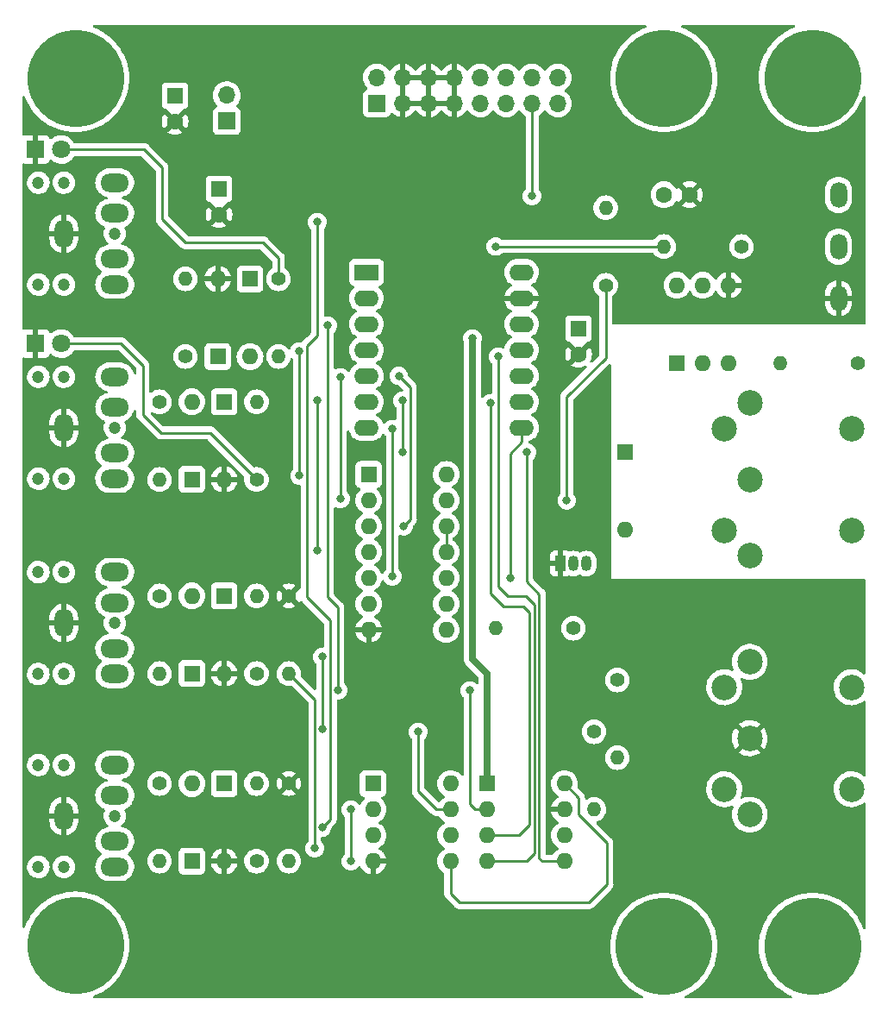
<source format=gbl>
%TF.GenerationSoftware,KiCad,Pcbnew,(6.0.1)*%
%TF.CreationDate,2022-09-24T11:45:24-04:00*%
%TF.ProjectId,SYNTH-MIDI-CTL-01,53594e54-482d-44d4-9944-492d43544c2d,1*%
%TF.SameCoordinates,Original*%
%TF.FileFunction,Copper,L2,Bot*%
%TF.FilePolarity,Positive*%
%FSLAX46Y46*%
G04 Gerber Fmt 4.6, Leading zero omitted, Abs format (unit mm)*
G04 Created by KiCad (PCBNEW (6.0.1)) date 2022-09-24 11:45:24*
%MOMM*%
%LPD*%
G01*
G04 APERTURE LIST*
%TA.AperFunction,ComponentPad*%
%ADD10R,1.600000X1.600000*%
%TD*%
%TA.AperFunction,ComponentPad*%
%ADD11C,1.600000*%
%TD*%
%TA.AperFunction,ComponentPad*%
%ADD12O,1.600000X1.600000*%
%TD*%
%TA.AperFunction,ComponentPad*%
%ADD13C,9.525000*%
%TD*%
%TA.AperFunction,ComponentPad*%
%ADD14O,1.651000X2.540000*%
%TD*%
%TA.AperFunction,ComponentPad*%
%ADD15C,1.400000*%
%TD*%
%TA.AperFunction,ComponentPad*%
%ADD16O,1.400000X1.400000*%
%TD*%
%TA.AperFunction,ComponentPad*%
%ADD17C,1.200000*%
%TD*%
%TA.AperFunction,ComponentPad*%
%ADD18O,2.800000X1.800000*%
%TD*%
%TA.AperFunction,ComponentPad*%
%ADD19O,1.800000X2.800000*%
%TD*%
%TA.AperFunction,ComponentPad*%
%ADD20C,2.500000*%
%TD*%
%TA.AperFunction,ComponentPad*%
%ADD21R,1.700000X1.700000*%
%TD*%
%TA.AperFunction,ComponentPad*%
%ADD22O,1.700000X1.700000*%
%TD*%
%TA.AperFunction,ComponentPad*%
%ADD23R,1.050000X1.500000*%
%TD*%
%TA.AperFunction,ComponentPad*%
%ADD24O,1.050000X1.500000*%
%TD*%
%TA.AperFunction,ComponentPad*%
%ADD25R,2.400000X1.600000*%
%TD*%
%TA.AperFunction,ComponentPad*%
%ADD26O,2.400000X1.600000*%
%TD*%
%TA.AperFunction,ComponentPad*%
%ADD27R,1.800000X1.800000*%
%TD*%
%TA.AperFunction,ComponentPad*%
%ADD28C,1.800000*%
%TD*%
%TA.AperFunction,ViaPad*%
%ADD29C,0.800000*%
%TD*%
%TA.AperFunction,Conductor*%
%ADD30C,0.250000*%
%TD*%
%TA.AperFunction,Conductor*%
%ADD31C,0.635000*%
%TD*%
%TA.AperFunction,Conductor*%
%ADD32C,0.254000*%
%TD*%
G04 APERTURE END LIST*
D10*
%TO.P,C3,1*%
%TO.N,+5V*%
X106172000Y-39434888D03*
D11*
%TO.P,C3,2*%
%TO.N,GND*%
X106172000Y-41934888D03*
%TD*%
D10*
%TO.P,D4,1,K*%
%TO.N,/CLK_I*%
X106680000Y-60325000D03*
D12*
%TO.P,D4,2,A*%
%TO.N,GND*%
X106680000Y-67945000D03*
%TD*%
D10*
%TO.P,C2,1*%
%TO.N,+3V3*%
X141478000Y-53150888D03*
D11*
%TO.P,C2,2*%
%TO.N,GND*%
X141478000Y-55650888D03*
%TD*%
D10*
%TO.P,D9,1,K*%
%TO.N,Net-(D8-Pad2)*%
X106680000Y-97790000D03*
D12*
%TO.P,D9,2,A*%
%TO.N,GND*%
X106680000Y-105410000D03*
%TD*%
D13*
%TO.P,MTG2,1*%
%TO.N,N/C*%
X92075000Y-113665000D03*
%TD*%
D14*
%TO.P,RV1,1,1*%
%TO.N,+3V3*%
X167005000Y-40010000D03*
%TO.P,RV1,2,2*%
%TO.N,Net-(R2-Pad1)*%
X167005000Y-45090000D03*
%TO.P,RV1,3,3*%
%TO.N,GND*%
X167005000Y-50170000D03*
%TD*%
D13*
%TO.P,MTG3,1*%
%TO.N,N/C*%
X164465000Y-28575000D03*
%TD*%
%TO.P,MTG6,1*%
%TO.N,N/C*%
X149860000Y-113792000D03*
%TD*%
D15*
%TO.P,R8,1*%
%TO.N,Net-(D6-Pad2)*%
X100330000Y-79375000D03*
D16*
%TO.P,R8,2*%
%TO.N,/CV1*%
X100330000Y-86995000D03*
%TD*%
D15*
%TO.P,R6,1*%
%TO.N,/CLK_I*%
X100330000Y-60325000D03*
D16*
%TO.P,R6,2*%
%TO.N,/DIG2*%
X100330000Y-67945000D03*
%TD*%
D15*
%TO.P,R5,1*%
%TO.N,/MIDI_IN*%
X168910000Y-56515000D03*
D16*
%TO.P,R5,2*%
%TO.N,Net-(D5-Pad1)*%
X161290000Y-56515000D03*
%TD*%
D15*
%TO.P,R15,1*%
%TO.N,Net-(R15-Pad1)*%
X109855000Y-105410000D03*
D16*
%TO.P,R15,2*%
%TO.N,Net-(D8-Pad2)*%
X109855000Y-97790000D03*
%TD*%
D17*
%TO.P,J3,90*%
%TO.N,N/C*%
X88432000Y-67865000D03*
X95932000Y-62865000D03*
X88432000Y-57865000D03*
X90932000Y-57865000D03*
X90932000Y-67865000D03*
D18*
%TO.P,J3,R*%
%TO.N,unconnected-(J3-PadR)*%
X95932000Y-57865000D03*
%TO.P,J3,RN*%
%TO.N,N/C*%
X95932000Y-60865000D03*
D19*
%TO.P,J3,S*%
%TO.N,GND*%
X90932000Y-62865000D03*
D18*
%TO.P,J3,T*%
%TO.N,/DIG2*%
X95932000Y-67865000D03*
%TO.P,J3,TN*%
%TO.N,N/C*%
X95932000Y-65365000D03*
%TD*%
D10*
%TO.P,U3,1*%
%TO.N,Net-(D5-Pad1)*%
X151145000Y-56505000D03*
D12*
%TO.P,U3,2*%
%TO.N,Net-(D5-Pad2)*%
X153685000Y-56505000D03*
%TO.P,U3,3,NC*%
%TO.N,unconnected-(U3-Pad3)*%
X156225000Y-56505000D03*
%TO.P,U3,4*%
%TO.N,GND*%
X156225000Y-48885000D03*
%TO.P,U3,5*%
%TO.N,Net-(R1-Pad1)*%
X153685000Y-48885000D03*
%TO.P,U3,6*%
%TO.N,unconnected-(U3-Pad6)*%
X151145000Y-48885000D03*
%TD*%
D17*
%TO.P,J5,90*%
%TO.N,N/C*%
X90932000Y-77042000D03*
X88432000Y-77042000D03*
X95932000Y-82042000D03*
X90932000Y-87042000D03*
X88432000Y-87042000D03*
D18*
%TO.P,J5,R*%
%TO.N,unconnected-(J5-PadR)*%
X95932000Y-77042000D03*
%TO.P,J5,RN*%
%TO.N,N/C*%
X95932000Y-80042000D03*
D19*
%TO.P,J5,S*%
%TO.N,GND*%
X90932000Y-82042000D03*
D18*
%TO.P,J5,T*%
%TO.N,/CV1*%
X95932000Y-87042000D03*
%TO.P,J5,TN*%
%TO.N,N/C*%
X95932000Y-84542000D03*
%TD*%
D10*
%TO.P,D6,1,K*%
%TO.N,+5V*%
X103505000Y-86995000D03*
D12*
%TO.P,D6,2,A*%
%TO.N,Net-(D6-Pad2)*%
X103505000Y-79375000D03*
%TD*%
D10*
%TO.P,U6,1,Vdd*%
%TO.N,+3V3*%
X132471000Y-97800000D03*
D12*
%TO.P,U6,2,~{CS}*%
%TO.N,Net-(U2-Pad3)*%
X132471000Y-100340000D03*
%TO.P,U6,3,SCK*%
%TO.N,Net-(U2-Pad9)*%
X132471000Y-102880000D03*
%TO.P,U6,4,SDI*%
%TO.N,Net-(U2-Pad11)*%
X132471000Y-105420000D03*
%TO.P,U6,5,~{LDAC}*%
%TO.N,Net-(U2-Pad6)*%
X140091000Y-105420000D03*
%TO.P,U6,6,VB*%
%TO.N,Net-(U5-Pad3)*%
X140091000Y-102880000D03*
%TO.P,U6,7,Vss*%
%TO.N,GND*%
X140091000Y-100340000D03*
%TO.P,U6,8,VA*%
%TO.N,Net-(U5-Pad5)*%
X140091000Y-97800000D03*
%TD*%
D15*
%TO.P,R9,1*%
%TO.N,Net-(R10-Pad2)*%
X109855000Y-86995000D03*
D16*
%TO.P,R9,2*%
%TO.N,Net-(D6-Pad2)*%
X109855000Y-79375000D03*
%TD*%
D10*
%TO.P,D5,1,K*%
%TO.N,Net-(D5-Pad1)*%
X146050000Y-65278000D03*
D12*
%TO.P,D5,2,A*%
%TO.N,Net-(D5-Pad2)*%
X146050000Y-72898000D03*
%TD*%
D15*
%TO.P,R14,1*%
%TO.N,Net-(D8-Pad2)*%
X100330000Y-97790000D03*
D16*
%TO.P,R14,2*%
%TO.N,/CV2*%
X100330000Y-105410000D03*
%TD*%
D10*
%TO.P,D8,1,K*%
%TO.N,+5V*%
X103505000Y-105410000D03*
D12*
%TO.P,D8,2,A*%
%TO.N,Net-(D8-Pad2)*%
X103505000Y-97790000D03*
%TD*%
D10*
%TO.P,D3,1,K*%
%TO.N,+5V*%
X103505000Y-67945000D03*
D12*
%TO.P,D3,2,A*%
%TO.N,/CLK_I*%
X103505000Y-60325000D03*
%TD*%
D10*
%TO.P,D1,1,K*%
%TO.N,/GATE_I*%
X106045000Y-55880000D03*
D12*
%TO.P,D1,2,A*%
%TO.N,GND*%
X106045000Y-48260000D03*
%TD*%
D10*
%TO.P,U5,1,Q*%
%TO.N,Net-(D8-Pad2)*%
X121295000Y-97800000D03*
D12*
%TO.P,U5,2,-*%
%TO.N,Net-(R15-Pad1)*%
X121295000Y-100340000D03*
%TO.P,U5,3,+*%
%TO.N,Net-(U5-Pad3)*%
X121295000Y-102880000D03*
%TO.P,U5,4,VSS*%
%TO.N,GND*%
X121295000Y-105420000D03*
%TO.P,U5,5,+*%
%TO.N,Net-(U5-Pad5)*%
X128915000Y-105420000D03*
%TO.P,U5,6,-*%
%TO.N,Net-(R10-Pad2)*%
X128915000Y-102880000D03*
%TO.P,U5,7,Q*%
%TO.N,Net-(D6-Pad2)*%
X128915000Y-100340000D03*
%TO.P,U5,8,VDD*%
%TO.N,+5V*%
X128915000Y-97800000D03*
%TD*%
D20*
%TO.P,J6,1*%
%TO.N,unconnected-(J6-Pad1)*%
X158290000Y-85845000D03*
%TO.P,J6,2*%
%TO.N,GND*%
X158290000Y-93345000D03*
%TO.P,J6,3*%
%TO.N,unconnected-(J6-Pad3)*%
X158290000Y-100845000D03*
%TO.P,J6,4*%
%TO.N,Net-(J6-Pad4)*%
X155790000Y-88345000D03*
%TO.P,J6,5*%
%TO.N,Net-(J6-Pad5)*%
X155790000Y-98345000D03*
%TO.P,J6,6*%
%TO.N,N/C*%
X168290000Y-98345000D03*
X168290000Y-88345000D03*
%TD*%
D15*
%TO.P,R10,1*%
%TO.N,GND*%
X113030000Y-79375000D03*
D16*
%TO.P,R10,2*%
%TO.N,Net-(R10-Pad2)*%
X113030000Y-86995000D03*
%TD*%
D15*
%TO.P,R3,1*%
%TO.N,/GATE_I*%
X102870000Y-55880000D03*
D16*
%TO.P,R3,2*%
%TO.N,/DIG1*%
X102870000Y-48260000D03*
%TD*%
D13*
%TO.P,MTG5,1*%
%TO.N,N/C*%
X149860000Y-28575000D03*
%TD*%
D10*
%TO.P,D7,1,K*%
%TO.N,Net-(D6-Pad2)*%
X106680000Y-79375000D03*
D12*
%TO.P,D7,2,A*%
%TO.N,GND*%
X106680000Y-86995000D03*
%TD*%
D21*
%TO.P,J1,1,Pin_1*%
%TO.N,unconnected-(J1-Pad1)*%
X121666000Y-31050000D03*
D22*
%TO.P,J1,2,Pin_2*%
%TO.N,unconnected-(J1-Pad2)*%
X121666000Y-28510000D03*
%TO.P,J1,3,Pin_3*%
%TO.N,GND*%
X124206000Y-31050000D03*
%TO.P,J1,4,Pin_4*%
X124206000Y-28510000D03*
%TO.P,J1,5,Pin_5*%
X126746000Y-31050000D03*
%TO.P,J1,6,Pin_6*%
X126746000Y-28510000D03*
%TO.P,J1,7,Pin_7*%
X129286000Y-31050000D03*
%TO.P,J1,8,Pin_8*%
X129286000Y-28510000D03*
%TO.P,J1,9,Pin_9*%
%TO.N,+12V*%
X131826000Y-31050000D03*
%TO.P,J1,10,Pin_10*%
X131826000Y-28510000D03*
%TO.P,J1,11,Pin_11*%
%TO.N,+5V*%
X134366000Y-31050000D03*
%TO.P,J1,12,Pin_12*%
X134366000Y-28510000D03*
%TO.P,J1,13,Pin_13*%
%TO.N,/CV2*%
X136906000Y-31050000D03*
%TO.P,J1,14,Pin_14*%
X136906000Y-28510000D03*
%TO.P,J1,15,Pin_15*%
%TO.N,/DIG1*%
X139446000Y-31050000D03*
%TO.P,J1,16,Pin_16*%
X139446000Y-28510000D03*
%TD*%
D15*
%TO.P,R13,1*%
%TO.N,Net-(Q1-Pad3)*%
X143002000Y-92710000D03*
D16*
%TO.P,R13,2*%
%TO.N,Net-(J6-Pad5)*%
X143002000Y-100330000D03*
%TD*%
D15*
%TO.P,R2,1*%
%TO.N,Net-(R2-Pad1)*%
X157480000Y-45085000D03*
D16*
%TO.P,R2,2*%
%TO.N,/FREQ_POT*%
X149860000Y-45085000D03*
%TD*%
D23*
%TO.P,Q1,1,E*%
%TO.N,GND*%
X139700000Y-76200000D03*
D24*
%TO.P,Q1,2,B*%
%TO.N,Net-(Q1-Pad2)*%
X140970000Y-76200000D03*
%TO.P,Q1,3,C*%
%TO.N,Net-(Q1-Pad3)*%
X142240000Y-76200000D03*
%TD*%
D25*
%TO.P,U2,1,D0/P26*%
%TO.N,/FREQ_POT*%
X120650000Y-47625000D03*
D26*
%TO.P,U2,2,D1/P27*%
%TO.N,unconnected-(U2-Pad2)*%
X120650000Y-50165000D03*
%TO.P,U2,3,D2/P28*%
%TO.N,Net-(U2-Pad3)*%
X120650000Y-52705000D03*
%TO.P,U2,4,D3/P29*%
%TO.N,/GATE*%
X120650000Y-55245000D03*
%TO.P,U2,5,D4/SDA/P6*%
%TO.N,/CLK*%
X120650000Y-57785000D03*
%TO.P,U2,6,D5/SCL/P7*%
%TO.N,Net-(U2-Pad6)*%
X120650000Y-60325000D03*
%TO.P,U2,7,D6/TX/P0*%
%TO.N,Net-(U2-Pad7)*%
X120650000Y-62865000D03*
%TO.P,U2,8,D7/RX/P1*%
%TO.N,/RXD*%
X135890000Y-62865000D03*
%TO.P,U2,9,D8/SCK/P2*%
%TO.N,Net-(U2-Pad9)*%
X135890000Y-60325000D03*
%TO.P,U2,10,D9/MISO/P4*%
%TO.N,unconnected-(U2-Pad10)*%
X135890000Y-57785000D03*
%TO.P,U2,11,D10/MOSI/P3*%
%TO.N,Net-(U2-Pad11)*%
X135890000Y-55245000D03*
%TO.P,U2,12,3.3V*%
%TO.N,+3V3*%
X135890000Y-52705000D03*
%TO.P,U2,13,GND*%
%TO.N,GND*%
X135890000Y-50165000D03*
%TO.P,U2,14,5V*%
%TO.N,+5V*%
X135890000Y-47625000D03*
%TD*%
D10*
%TO.P,D2,1,K*%
%TO.N,+5V*%
X109220000Y-48260000D03*
D12*
%TO.P,D2,2,A*%
%TO.N,/GATE_I*%
X109220000Y-55880000D03*
%TD*%
D21*
%TO.P,H1,1,Pin_1*%
%TO.N,+5V*%
X106934000Y-32771000D03*
D22*
%TO.P,H1,2,Pin_2*%
%TO.N,Net-(C1-Pad1)*%
X106934000Y-30231000D03*
%TD*%
D13*
%TO.P,MTG4,1*%
%TO.N,N/C*%
X164465000Y-113792000D03*
%TD*%
%TO.P,MTG1,1*%
%TO.N,N/C*%
X92075000Y-28575000D03*
%TD*%
D15*
%TO.P,R16,1*%
%TO.N,GND*%
X113030000Y-97790000D03*
D16*
%TO.P,R16,2*%
%TO.N,Net-(R15-Pad1)*%
X113030000Y-105410000D03*
%TD*%
D15*
%TO.P,R1,1*%
%TO.N,Net-(R1-Pad1)*%
X144145000Y-48895000D03*
D16*
%TO.P,R1,2*%
%TO.N,+3V3*%
X144145000Y-41275000D03*
%TD*%
D15*
%TO.P,R4,1*%
%TO.N,Net-(DS1-Pad2)*%
X112014000Y-48260000D03*
D16*
%TO.P,R4,2*%
%TO.N,/GATE_I*%
X112014000Y-55880000D03*
%TD*%
D15*
%TO.P,R7,1*%
%TO.N,Net-(DS2-Pad2)*%
X109855000Y-67945000D03*
D16*
%TO.P,R7,2*%
%TO.N,/CLK_I*%
X109855000Y-60325000D03*
%TD*%
D20*
%TO.P,J4,1*%
%TO.N,unconnected-(J4-Pad1)*%
X158290000Y-60445000D03*
%TO.P,J4,2*%
%TO.N,unconnected-(J4-Pad2)*%
X158290000Y-67945000D03*
%TO.P,J4,3*%
%TO.N,unconnected-(J4-Pad3)*%
X158290000Y-75445000D03*
%TO.P,J4,4*%
%TO.N,/MIDI_IN*%
X155790000Y-62945000D03*
%TO.P,J4,5*%
%TO.N,Net-(D5-Pad2)*%
X155790000Y-72945000D03*
%TO.P,J4,6*%
%TO.N,N/C*%
X168290000Y-72945000D03*
X168290000Y-62945000D03*
%TD*%
D15*
%TO.P,R12,1*%
%TO.N,Net-(J6-Pad4)*%
X145288000Y-87630000D03*
D16*
%TO.P,R12,2*%
%TO.N,+5V*%
X145288000Y-95250000D03*
%TD*%
D27*
%TO.P,DS1,1,K*%
%TO.N,GND*%
X88133000Y-35560000D03*
D28*
%TO.P,DS1,2,A*%
%TO.N,Net-(DS1-Pad2)*%
X90673000Y-35560000D03*
%TD*%
D17*
%TO.P,J2,90*%
%TO.N,N/C*%
X88432000Y-38815000D03*
X90932000Y-38815000D03*
X95932000Y-43815000D03*
X90932000Y-48815000D03*
X88432000Y-48815000D03*
D18*
%TO.P,J2,R*%
%TO.N,unconnected-(J2-PadR)*%
X95932000Y-38815000D03*
%TO.P,J2,RN*%
%TO.N,N/C*%
X95932000Y-41815000D03*
D19*
%TO.P,J2,S*%
%TO.N,GND*%
X90932000Y-43815000D03*
D18*
%TO.P,J2,T*%
%TO.N,/DIG1*%
X95932000Y-48815000D03*
%TO.P,J2,TN*%
%TO.N,N/C*%
X95932000Y-46315000D03*
%TD*%
D10*
%TO.P,C1,1*%
%TO.N,Net-(C1-Pad1)*%
X101854000Y-30290888D03*
D11*
%TO.P,C1,2*%
%TO.N,GND*%
X101854000Y-32790888D03*
%TD*%
D17*
%TO.P,J7,90*%
%TO.N,N/C*%
X90932000Y-95965000D03*
X88432000Y-95965000D03*
X90932000Y-105965000D03*
X95932000Y-100965000D03*
X88432000Y-105965000D03*
D18*
%TO.P,J7,R*%
%TO.N,unconnected-(J7-PadR)*%
X95932000Y-95965000D03*
%TO.P,J7,RN*%
%TO.N,N/C*%
X95932000Y-98965000D03*
D19*
%TO.P,J7,S*%
%TO.N,GND*%
X90932000Y-100965000D03*
D18*
%TO.P,J7,T*%
%TO.N,/CV2*%
X95932000Y-105965000D03*
%TO.P,J7,TN*%
%TO.N,N/C*%
X95932000Y-103465000D03*
%TD*%
D27*
%TO.P,DS2,1,K*%
%TO.N,GND*%
X88133000Y-54610000D03*
D28*
%TO.P,DS2,2,A*%
%TO.N,Net-(DS2-Pad2)*%
X90673000Y-54610000D03*
%TD*%
D10*
%TO.P,U4,1*%
%TO.N,/GATE*%
X120870000Y-67450000D03*
D12*
%TO.P,U4,2*%
%TO.N,/GATE_I*%
X120870000Y-69990000D03*
%TO.P,U4,3*%
%TO.N,/CLK*%
X120870000Y-72530000D03*
%TO.P,U4,4*%
%TO.N,/CLK_I*%
X120870000Y-75070000D03*
%TO.P,U4,5*%
%TO.N,Net-(U2-Pad7)*%
X120870000Y-77610000D03*
%TO.P,U4,6*%
%TO.N,Net-(R11-Pad2)*%
X120870000Y-80150000D03*
%TO.P,U4,7,GND*%
%TO.N,GND*%
X120870000Y-82690000D03*
%TO.P,U4,8*%
%TO.N,unconnected-(U4-Pad8)*%
X128490000Y-82690000D03*
%TO.P,U4,9*%
%TO.N,+5V*%
X128490000Y-80150000D03*
%TO.P,U4,10*%
%TO.N,/RXD*%
X128490000Y-77610000D03*
%TO.P,U4,11*%
%TO.N,Net-(U4-Pad11)*%
X128490000Y-75070000D03*
%TO.P,U4,12*%
X128490000Y-72530000D03*
%TO.P,U4,13*%
%TO.N,Net-(R1-Pad1)*%
X128490000Y-69990000D03*
%TO.P,U4,14,VCC*%
%TO.N,+5V*%
X128490000Y-67450000D03*
%TD*%
D15*
%TO.P,R11,1*%
%TO.N,Net-(Q1-Pad2)*%
X140970000Y-82550000D03*
D16*
%TO.P,R11,2*%
%TO.N,Net-(R11-Pad2)*%
X133350000Y-82550000D03*
%TD*%
D11*
%TO.P,C4,1*%
%TO.N,/FREQ_POT*%
X149880000Y-40005000D03*
%TO.P,C4,2*%
%TO.N,GND*%
X152380000Y-40005000D03*
%TD*%
D29*
%TO.N,+3V3*%
X131064000Y-54102000D03*
%TO.N,/FREQ_POT*%
X133350000Y-45085000D03*
%TO.N,/GATE*%
X114046000Y-55372000D03*
X114081500Y-67564000D03*
%TO.N,/RXD*%
X134747000Y-77597000D03*
%TO.N,/CV2*%
X116294500Y-102108000D03*
X136906000Y-40132000D03*
X115824000Y-42672000D03*
%TO.N,/CLK*%
X123825000Y-57785000D03*
X124320000Y-72530000D03*
%TO.N,/GATE_I*%
X118110000Y-57912000D03*
X118110000Y-69850000D03*
%TO.N,/CLK_I*%
X115824000Y-60198000D03*
X115824000Y-74930000D03*
%TO.N,Net-(R10-Pad2)*%
X115570000Y-104140000D03*
%TO.N,Net-(U2-Pad6)*%
X124206000Y-60198000D03*
X136398000Y-65278000D03*
X124206000Y-65278000D03*
%TO.N,Net-(U2-Pad9)*%
X132842000Y-60452000D03*
%TO.N,Net-(U2-Pad11)*%
X133604000Y-55880000D03*
%TO.N,Net-(R15-Pad1)*%
X119126000Y-105410000D03*
X119116000Y-100340000D03*
%TO.N,Net-(D6-Pad2)*%
X125730000Y-92710000D03*
X116332000Y-92456000D03*
X116332000Y-85344000D03*
%TO.N,Net-(U2-Pad3)*%
X117856000Y-88646000D03*
X116840000Y-52832000D03*
X130810000Y-88646000D03*
%TO.N,GND*%
X111238000Y-38622000D03*
%TO.N,Net-(R1-Pad1)*%
X140322000Y-69990000D03*
%TO.N,Net-(U2-Pad7)*%
X123190000Y-62992000D03*
X123190000Y-77470000D03*
%TD*%
D30*
%TO.N,Net-(U5-Pad5)*%
X129794000Y-109474000D02*
X128915000Y-108595000D01*
X144272000Y-107696000D02*
X142494000Y-109474000D01*
X144272000Y-103632000D02*
X144272000Y-107696000D01*
X128915000Y-108595000D02*
X128915000Y-105420000D01*
X141478000Y-100838000D02*
X144272000Y-103632000D01*
X141478000Y-99187000D02*
X141478000Y-100838000D01*
X140091000Y-97800000D02*
X141478000Y-99187000D01*
X142494000Y-109474000D02*
X129794000Y-109474000D01*
D31*
%TO.N,+3V3*%
X131064000Y-54102000D02*
X131064000Y-85598000D01*
X132471000Y-87005000D02*
X131064000Y-85598000D01*
X132471000Y-87005000D02*
X132471000Y-97800000D01*
D30*
%TO.N,/FREQ_POT*%
X149860000Y-45085000D02*
X133350000Y-45085000D01*
%TO.N,/GATE*%
X114081500Y-67564000D02*
X114081500Y-55407500D01*
X114081500Y-55407500D02*
X114046000Y-55372000D01*
%TO.N,/RXD*%
X134747000Y-77597000D02*
X134747000Y-65405000D01*
X134747000Y-65405000D02*
X135890000Y-64262000D01*
X135890000Y-64262000D02*
X135890000Y-62865000D01*
D32*
%TO.N,/CV2*%
X117094000Y-81788000D02*
X114808000Y-79502000D01*
X136906000Y-31050000D02*
X136906000Y-40132000D01*
X116294500Y-102108000D02*
X117094000Y-101308500D01*
X114808000Y-79502000D02*
X114808000Y-54864000D01*
X114808000Y-54864000D02*
X115824000Y-53848000D01*
X117094000Y-101308500D02*
X117094000Y-81788000D01*
X115824000Y-53848000D02*
X115824000Y-42672000D01*
D30*
%TO.N,/CLK*%
X123825000Y-57785000D02*
X124968000Y-58928000D01*
X124968000Y-58928000D02*
X124968000Y-71882000D01*
X124968000Y-71882000D02*
X124320000Y-72530000D01*
%TO.N,Net-(DS1-Pad2)*%
X100584000Y-37338000D02*
X98806000Y-35560000D01*
X102870000Y-44704000D02*
X100584000Y-42418000D01*
X102870000Y-44704000D02*
X110490000Y-44704000D01*
X112014000Y-48260000D02*
X112014000Y-46228000D01*
X98806000Y-35560000D02*
X90673000Y-35560000D01*
X112014000Y-46228000D02*
X110490000Y-44704000D01*
X100584000Y-42418000D02*
X100584000Y-37338000D01*
%TO.N,/GATE_I*%
X118110000Y-57912000D02*
X118110000Y-69850000D01*
%TO.N,/CLK_I*%
X115824000Y-60198000D02*
X115824000Y-74930000D01*
%TO.N,Net-(DS2-Pad2)*%
X98679000Y-61595000D02*
X100457000Y-63373000D01*
X98679000Y-56769000D02*
X98679000Y-61595000D01*
X100457000Y-63373000D02*
X105283000Y-63373000D01*
X90673000Y-54610000D02*
X96520000Y-54610000D01*
X105283000Y-63373000D02*
X109855000Y-67945000D01*
X96520000Y-54610000D02*
X98679000Y-56769000D01*
%TO.N,Net-(R10-Pad2)*%
X115570000Y-89535000D02*
X113030000Y-86995000D01*
X115570000Y-104140000D02*
X115570000Y-89535000D01*
%TO.N,Net-(U2-Pad6)*%
X136398000Y-77978000D02*
X137609520Y-79189520D01*
X136398000Y-65278000D02*
X136398000Y-77978000D01*
X137609520Y-105097520D02*
X137609520Y-79189520D01*
X140091000Y-105420000D02*
X137932000Y-105420000D01*
X137932000Y-105420000D02*
X137609520Y-105097520D01*
X124206000Y-60198000D02*
X124206000Y-65278000D01*
%TO.N,Net-(U2-Pad9)*%
X132842000Y-60452000D02*
X132842000Y-79121000D01*
X136017000Y-80391000D02*
X136651989Y-81025989D01*
X134112000Y-80391000D02*
X136017000Y-80391000D01*
X136651989Y-101854011D02*
X135626000Y-102880000D01*
X135626000Y-102880000D02*
X132471000Y-102880000D01*
X132842000Y-79121000D02*
X134112000Y-80391000D01*
X136651989Y-81025989D02*
X136651989Y-101854011D01*
%TO.N,Net-(U2-Pad11)*%
X137160000Y-80264000D02*
X137160000Y-104648000D01*
X136271000Y-79375000D02*
X137160000Y-80264000D01*
X134493000Y-79375000D02*
X136271000Y-79375000D01*
X133604000Y-55880000D02*
X133604000Y-78486000D01*
X137160000Y-104648000D02*
X136388000Y-105420000D01*
X133604000Y-78486000D02*
X134493000Y-79375000D01*
X136388000Y-105420000D02*
X132471000Y-105420000D01*
%TO.N,Net-(R15-Pad1)*%
X119126000Y-105410000D02*
X119126000Y-100350000D01*
X119126000Y-100350000D02*
X119116000Y-100340000D01*
%TO.N,Net-(D6-Pad2)*%
X116332000Y-85344000D02*
X116332000Y-92456000D01*
X127518000Y-100340000D02*
X125730000Y-98552000D01*
X128915000Y-100340000D02*
X127518000Y-100340000D01*
X125730000Y-98552000D02*
X125730000Y-92710000D01*
%TO.N,Net-(U2-Pad3)*%
X117856000Y-80518000D02*
X116840000Y-79502000D01*
X117856000Y-88646000D02*
X117856000Y-80518000D01*
X131328000Y-100340000D02*
X132471000Y-100340000D01*
X130810000Y-99822000D02*
X131328000Y-100340000D01*
X130810000Y-99822000D02*
X130810000Y-88646000D01*
X116840000Y-79502000D02*
X116840000Y-52832000D01*
%TO.N,Net-(R1-Pad1)*%
X144145000Y-48895000D02*
X144145000Y-56007000D01*
X140322000Y-69990000D02*
X140322000Y-59830000D01*
X140322000Y-59830000D02*
X144145000Y-56007000D01*
%TO.N,Net-(U4-Pad11)*%
X128490000Y-72530000D02*
X128490000Y-75070000D01*
%TO.N,Net-(U2-Pad7)*%
X123190000Y-77470000D02*
X123190000Y-62992000D01*
%TD*%
%TA.AperFunction,Conductor*%
%TO.N,GND*%
G36*
X148095219Y-23388002D02*
G01*
X148141712Y-23441658D01*
X148151816Y-23511932D01*
X148122322Y-23576512D01*
X148064986Y-23614168D01*
X148055494Y-23617161D01*
X147630257Y-23793300D01*
X147221989Y-24005831D01*
X146833798Y-24253136D01*
X146594853Y-24436485D01*
X146470806Y-24531669D01*
X146470800Y-24531674D01*
X146468638Y-24533333D01*
X146129289Y-24844289D01*
X145818333Y-25183638D01*
X145538136Y-25548798D01*
X145290831Y-25936989D01*
X145078300Y-26345257D01*
X144902161Y-26770494D01*
X144901335Y-26773113D01*
X144901332Y-26773122D01*
X144768542Y-27194280D01*
X144763754Y-27209465D01*
X144664133Y-27658828D01*
X144604055Y-28115164D01*
X144603935Y-28117913D01*
X144603934Y-28117924D01*
X144596311Y-28292522D01*
X144583978Y-28575000D01*
X144584098Y-28577748D01*
X144603050Y-29011811D01*
X144604055Y-29034836D01*
X144627942Y-29216277D01*
X144663616Y-29487242D01*
X144664133Y-29491172D01*
X144763754Y-29940535D01*
X144764582Y-29943160D01*
X144764583Y-29943165D01*
X144899649Y-30371538D01*
X144902161Y-30379506D01*
X145011480Y-30643425D01*
X145074679Y-30796000D01*
X145078300Y-30804743D01*
X145290831Y-31213011D01*
X145538136Y-31601202D01*
X145693200Y-31803285D01*
X145806953Y-31951531D01*
X145818333Y-31966362D01*
X146129289Y-32305711D01*
X146468638Y-32616667D01*
X146470800Y-32618326D01*
X146470806Y-32618331D01*
X146594853Y-32713515D01*
X146833798Y-32896864D01*
X147221989Y-33144169D01*
X147630257Y-33356700D01*
X148055494Y-33532839D01*
X148058114Y-33533665D01*
X148058122Y-33533668D01*
X148491835Y-33670417D01*
X148491840Y-33670418D01*
X148494465Y-33671246D01*
X148943828Y-33770867D01*
X148946548Y-33771225D01*
X148946553Y-33771226D01*
X149117423Y-33793721D01*
X149400164Y-33830945D01*
X149402913Y-33831065D01*
X149402924Y-33831066D01*
X149857252Y-33850902D01*
X149860000Y-33851022D01*
X149862748Y-33850902D01*
X150317076Y-33831066D01*
X150317087Y-33831065D01*
X150319836Y-33830945D01*
X150602577Y-33793721D01*
X150773447Y-33771226D01*
X150773452Y-33771225D01*
X150776172Y-33770867D01*
X151225535Y-33671246D01*
X151228160Y-33670418D01*
X151228165Y-33670417D01*
X151661878Y-33533668D01*
X151661886Y-33533665D01*
X151664506Y-33532839D01*
X152089743Y-33356700D01*
X152498011Y-33144169D01*
X152886202Y-32896864D01*
X153125147Y-32713515D01*
X153249194Y-32618331D01*
X153249200Y-32618326D01*
X153251362Y-32616667D01*
X153590711Y-32305711D01*
X153901667Y-31966362D01*
X153913048Y-31951531D01*
X154026800Y-31803285D01*
X154181864Y-31601202D01*
X154429169Y-31213011D01*
X154641700Y-30804743D01*
X154645322Y-30796000D01*
X154708520Y-30643425D01*
X154817839Y-30379506D01*
X154820352Y-30371538D01*
X154955417Y-29943165D01*
X154955418Y-29943160D01*
X154956246Y-29940535D01*
X155055867Y-29491172D01*
X155056385Y-29487242D01*
X155092058Y-29216277D01*
X155115945Y-29034836D01*
X155116951Y-29011811D01*
X155135902Y-28577748D01*
X155136022Y-28575000D01*
X155123689Y-28292522D01*
X155116066Y-28117924D01*
X155116065Y-28117913D01*
X155115945Y-28115164D01*
X155055867Y-27658828D01*
X154956246Y-27209465D01*
X154951458Y-27194280D01*
X154818668Y-26773122D01*
X154818665Y-26773113D01*
X154817839Y-26770494D01*
X154641700Y-26345257D01*
X154429169Y-25936989D01*
X154181864Y-25548798D01*
X153901667Y-25183638D01*
X153590711Y-24844289D01*
X153251362Y-24533333D01*
X153249200Y-24531674D01*
X153249194Y-24531669D01*
X153125147Y-24436485D01*
X152886202Y-24253136D01*
X152498011Y-24005831D01*
X152089743Y-23793300D01*
X151664506Y-23617161D01*
X151655014Y-23614168D01*
X151596061Y-23574609D01*
X151567854Y-23509456D01*
X151579348Y-23439396D01*
X151626895Y-23386673D01*
X151692902Y-23368000D01*
X162632098Y-23368000D01*
X162700219Y-23388002D01*
X162746712Y-23441658D01*
X162756816Y-23511932D01*
X162727322Y-23576512D01*
X162669986Y-23614168D01*
X162660494Y-23617161D01*
X162235257Y-23793300D01*
X161826989Y-24005831D01*
X161438798Y-24253136D01*
X161199853Y-24436485D01*
X161075806Y-24531669D01*
X161075800Y-24531674D01*
X161073638Y-24533333D01*
X160734289Y-24844289D01*
X160423333Y-25183638D01*
X160143136Y-25548798D01*
X159895831Y-25936989D01*
X159683300Y-26345257D01*
X159507161Y-26770494D01*
X159506335Y-26773113D01*
X159506332Y-26773122D01*
X159373542Y-27194280D01*
X159368754Y-27209465D01*
X159269133Y-27658828D01*
X159209055Y-28115164D01*
X159208935Y-28117913D01*
X159208934Y-28117924D01*
X159201311Y-28292522D01*
X159188978Y-28575000D01*
X159189098Y-28577748D01*
X159208050Y-29011811D01*
X159209055Y-29034836D01*
X159232942Y-29216277D01*
X159268616Y-29487242D01*
X159269133Y-29491172D01*
X159368754Y-29940535D01*
X159369582Y-29943160D01*
X159369583Y-29943165D01*
X159504649Y-30371538D01*
X159507161Y-30379506D01*
X159616480Y-30643425D01*
X159679679Y-30796000D01*
X159683300Y-30804743D01*
X159895831Y-31213011D01*
X160143136Y-31601202D01*
X160298200Y-31803285D01*
X160411953Y-31951531D01*
X160423333Y-31966362D01*
X160734289Y-32305711D01*
X161073638Y-32616667D01*
X161075800Y-32618326D01*
X161075806Y-32618331D01*
X161199853Y-32713515D01*
X161438798Y-32896864D01*
X161826989Y-33144169D01*
X162235257Y-33356700D01*
X162660494Y-33532839D01*
X162663114Y-33533665D01*
X162663122Y-33533668D01*
X163096835Y-33670417D01*
X163096840Y-33670418D01*
X163099465Y-33671246D01*
X163548828Y-33770867D01*
X163551548Y-33771225D01*
X163551553Y-33771226D01*
X163722423Y-33793721D01*
X164005164Y-33830945D01*
X164007913Y-33831065D01*
X164007924Y-33831066D01*
X164462252Y-33850902D01*
X164465000Y-33851022D01*
X164467748Y-33850902D01*
X164922076Y-33831066D01*
X164922087Y-33831065D01*
X164924836Y-33830945D01*
X165207577Y-33793721D01*
X165378447Y-33771226D01*
X165378452Y-33771225D01*
X165381172Y-33770867D01*
X165830535Y-33671246D01*
X165833160Y-33670418D01*
X165833165Y-33670417D01*
X166266878Y-33533668D01*
X166266886Y-33533665D01*
X166269506Y-33532839D01*
X166694743Y-33356700D01*
X167103011Y-33144169D01*
X167491202Y-32896864D01*
X167730147Y-32713515D01*
X167854194Y-32618331D01*
X167854200Y-32618326D01*
X167856362Y-32616667D01*
X168195711Y-32305711D01*
X168506667Y-31966362D01*
X168518048Y-31951531D01*
X168631800Y-31803285D01*
X168786864Y-31601202D01*
X169034169Y-31213011D01*
X169246700Y-30804743D01*
X169250322Y-30796000D01*
X169313520Y-30643425D01*
X169422839Y-30379506D01*
X169425832Y-30370014D01*
X169465391Y-30311061D01*
X169530544Y-30282854D01*
X169600604Y-30294348D01*
X169653327Y-30341895D01*
X169672000Y-30407902D01*
X169672000Y-52579000D01*
X169651998Y-52647121D01*
X169598342Y-52693614D01*
X169546000Y-52705000D01*
X144904500Y-52705000D01*
X144836379Y-52684998D01*
X144789886Y-52631342D01*
X144778500Y-52579000D01*
X144778500Y-50669985D01*
X165671500Y-50669985D01*
X165671738Y-50675450D01*
X165686263Y-50841464D01*
X165688166Y-50852257D01*
X165745710Y-51067016D01*
X165749456Y-51077308D01*
X165843418Y-51278810D01*
X165848901Y-51288306D01*
X165976419Y-51470421D01*
X165983475Y-51478829D01*
X166140671Y-51636025D01*
X166149079Y-51643081D01*
X166331194Y-51770599D01*
X166340690Y-51776082D01*
X166542192Y-51870044D01*
X166552484Y-51873790D01*
X166733503Y-51922294D01*
X166747599Y-51921958D01*
X166751000Y-51914016D01*
X166751000Y-51908867D01*
X167259000Y-51908867D01*
X167262973Y-51922398D01*
X167271522Y-51923627D01*
X167457516Y-51873790D01*
X167467808Y-51870044D01*
X167669310Y-51776082D01*
X167678806Y-51770599D01*
X167860921Y-51643081D01*
X167869329Y-51636025D01*
X168026525Y-51478829D01*
X168033581Y-51470421D01*
X168161099Y-51288306D01*
X168166582Y-51278810D01*
X168260544Y-51077308D01*
X168264290Y-51067016D01*
X168321834Y-50852257D01*
X168323737Y-50841464D01*
X168338262Y-50675450D01*
X168338500Y-50669985D01*
X168338500Y-50442115D01*
X168334025Y-50426876D01*
X168332635Y-50425671D01*
X168324952Y-50424000D01*
X167277115Y-50424000D01*
X167261876Y-50428475D01*
X167260671Y-50429865D01*
X167259000Y-50437548D01*
X167259000Y-51908867D01*
X166751000Y-51908867D01*
X166751000Y-50442115D01*
X166746525Y-50426876D01*
X166745135Y-50425671D01*
X166737452Y-50424000D01*
X165689615Y-50424000D01*
X165674376Y-50428475D01*
X165673171Y-50429865D01*
X165671500Y-50437548D01*
X165671500Y-50669985D01*
X144778500Y-50669985D01*
X144778500Y-49992315D01*
X144798502Y-49924194D01*
X144832230Y-49889102D01*
X144835352Y-49886916D01*
X144924776Y-49824301D01*
X145074301Y-49674776D01*
X145195589Y-49501558D01*
X145217223Y-49455165D01*
X145282633Y-49314892D01*
X145282634Y-49314891D01*
X145284956Y-49309910D01*
X145294889Y-49272842D01*
X145338262Y-49110970D01*
X145338262Y-49110968D01*
X145339686Y-49105655D01*
X145358116Y-48895000D01*
X145357241Y-48885000D01*
X149831502Y-48885000D01*
X149851457Y-49113087D01*
X149852881Y-49118400D01*
X149852881Y-49118402D01*
X149905263Y-49313891D01*
X149910716Y-49334243D01*
X149913039Y-49339224D01*
X149913039Y-49339225D01*
X150005151Y-49536762D01*
X150005154Y-49536767D01*
X150007477Y-49541749D01*
X150046688Y-49597748D01*
X150133158Y-49721239D01*
X150138802Y-49729300D01*
X150300700Y-49891198D01*
X150305208Y-49894355D01*
X150305211Y-49894357D01*
X150373814Y-49942393D01*
X150488251Y-50022523D01*
X150493233Y-50024846D01*
X150493238Y-50024849D01*
X150654507Y-50100049D01*
X150695757Y-50119284D01*
X150701065Y-50120706D01*
X150701067Y-50120707D01*
X150911598Y-50177119D01*
X150911600Y-50177119D01*
X150916913Y-50178543D01*
X151145000Y-50198498D01*
X151373087Y-50178543D01*
X151378400Y-50177119D01*
X151378402Y-50177119D01*
X151588933Y-50120707D01*
X151588935Y-50120706D01*
X151594243Y-50119284D01*
X151635493Y-50100049D01*
X151796762Y-50024849D01*
X151796767Y-50024846D01*
X151801749Y-50022523D01*
X151916186Y-49942393D01*
X151984789Y-49894357D01*
X151984792Y-49894355D01*
X151989300Y-49891198D01*
X152151198Y-49729300D01*
X152156843Y-49721239D01*
X152243312Y-49597748D01*
X152282523Y-49541749D01*
X152284846Y-49536767D01*
X152284849Y-49536762D01*
X152300805Y-49502543D01*
X152347722Y-49449258D01*
X152415999Y-49429797D01*
X152483959Y-49450339D01*
X152529195Y-49502543D01*
X152545151Y-49536762D01*
X152545154Y-49536767D01*
X152547477Y-49541749D01*
X152586688Y-49597748D01*
X152673158Y-49721239D01*
X152678802Y-49729300D01*
X152840700Y-49891198D01*
X152845208Y-49894355D01*
X152845211Y-49894357D01*
X152913814Y-49942393D01*
X153028251Y-50022523D01*
X153033233Y-50024846D01*
X153033238Y-50024849D01*
X153194507Y-50100049D01*
X153235757Y-50119284D01*
X153241065Y-50120706D01*
X153241067Y-50120707D01*
X153451598Y-50177119D01*
X153451600Y-50177119D01*
X153456913Y-50178543D01*
X153685000Y-50198498D01*
X153913087Y-50178543D01*
X153918400Y-50177119D01*
X153918402Y-50177119D01*
X154128933Y-50120707D01*
X154128935Y-50120706D01*
X154134243Y-50119284D01*
X154175493Y-50100049D01*
X154336762Y-50024849D01*
X154336767Y-50024846D01*
X154341749Y-50022523D01*
X154456186Y-49942393D01*
X154524789Y-49894357D01*
X154524792Y-49894355D01*
X154529300Y-49891198D01*
X154691198Y-49729300D01*
X154696843Y-49721239D01*
X154783312Y-49597748D01*
X154822523Y-49541749D01*
X154824846Y-49536767D01*
X154824849Y-49536762D01*
X154841081Y-49501951D01*
X154887998Y-49448666D01*
X154956275Y-49429205D01*
X155024235Y-49449747D01*
X155069471Y-49501951D01*
X155085586Y-49536511D01*
X155091069Y-49546007D01*
X155216028Y-49724467D01*
X155223084Y-49732875D01*
X155377125Y-49886916D01*
X155385533Y-49893972D01*
X155563993Y-50018931D01*
X155573489Y-50024414D01*
X155770947Y-50116490D01*
X155781239Y-50120236D01*
X155953503Y-50166394D01*
X155967599Y-50166058D01*
X155971000Y-50158116D01*
X155971000Y-50152967D01*
X156479000Y-50152967D01*
X156482973Y-50166498D01*
X156491522Y-50167727D01*
X156668761Y-50120236D01*
X156679053Y-50116490D01*
X156876511Y-50024414D01*
X156886007Y-50018931D01*
X157058879Y-49897885D01*
X165671500Y-49897885D01*
X165675975Y-49913124D01*
X165677365Y-49914329D01*
X165685048Y-49916000D01*
X166732885Y-49916000D01*
X166748124Y-49911525D01*
X166749329Y-49910135D01*
X166751000Y-49902452D01*
X166751000Y-49897885D01*
X167259000Y-49897885D01*
X167263475Y-49913124D01*
X167264865Y-49914329D01*
X167272548Y-49916000D01*
X168320385Y-49916000D01*
X168335624Y-49911525D01*
X168336829Y-49910135D01*
X168338500Y-49902452D01*
X168338500Y-49670015D01*
X168338262Y-49664550D01*
X168323737Y-49498536D01*
X168321834Y-49487743D01*
X168264290Y-49272984D01*
X168260544Y-49262692D01*
X168166582Y-49061190D01*
X168161099Y-49051694D01*
X168033581Y-48869579D01*
X168026525Y-48861171D01*
X167869329Y-48703975D01*
X167860921Y-48696919D01*
X167678806Y-48569401D01*
X167669310Y-48563918D01*
X167467808Y-48469956D01*
X167457516Y-48466210D01*
X167276497Y-48417706D01*
X167262401Y-48418042D01*
X167259000Y-48425984D01*
X167259000Y-49897885D01*
X166751000Y-49897885D01*
X166751000Y-48431133D01*
X166747027Y-48417602D01*
X166738478Y-48416373D01*
X166552484Y-48466210D01*
X166542192Y-48469956D01*
X166340690Y-48563918D01*
X166331194Y-48569401D01*
X166149079Y-48696919D01*
X166140671Y-48703975D01*
X165983475Y-48861171D01*
X165976419Y-48869579D01*
X165848901Y-49051694D01*
X165843418Y-49061190D01*
X165749456Y-49262692D01*
X165745710Y-49272984D01*
X165688166Y-49487743D01*
X165686263Y-49498536D01*
X165671738Y-49664550D01*
X165671500Y-49670015D01*
X165671500Y-49897885D01*
X157058879Y-49897885D01*
X157064467Y-49893972D01*
X157072875Y-49886916D01*
X157226916Y-49732875D01*
X157233972Y-49724467D01*
X157358931Y-49546007D01*
X157364414Y-49536511D01*
X157456490Y-49339053D01*
X157460236Y-49328761D01*
X157506394Y-49156497D01*
X157506058Y-49142401D01*
X157498116Y-49139000D01*
X156497115Y-49139000D01*
X156481876Y-49143475D01*
X156480671Y-49144865D01*
X156479000Y-49152548D01*
X156479000Y-50152967D01*
X155971000Y-50152967D01*
X155971000Y-48612885D01*
X156479000Y-48612885D01*
X156483475Y-48628124D01*
X156484865Y-48629329D01*
X156492548Y-48631000D01*
X157492967Y-48631000D01*
X157506498Y-48627027D01*
X157507727Y-48618478D01*
X157460236Y-48441239D01*
X157456490Y-48430947D01*
X157364414Y-48233489D01*
X157358931Y-48223993D01*
X157233972Y-48045533D01*
X157226916Y-48037125D01*
X157072875Y-47883084D01*
X157064467Y-47876028D01*
X156886007Y-47751069D01*
X156876511Y-47745586D01*
X156679053Y-47653510D01*
X156668761Y-47649764D01*
X156496497Y-47603606D01*
X156482401Y-47603942D01*
X156479000Y-47611884D01*
X156479000Y-48612885D01*
X155971000Y-48612885D01*
X155971000Y-47617033D01*
X155967027Y-47603502D01*
X155958478Y-47602273D01*
X155781239Y-47649764D01*
X155770947Y-47653510D01*
X155573489Y-47745586D01*
X155563993Y-47751069D01*
X155385533Y-47876028D01*
X155377125Y-47883084D01*
X155223084Y-48037125D01*
X155216028Y-48045533D01*
X155091069Y-48223993D01*
X155085586Y-48233489D01*
X155069471Y-48268049D01*
X155022554Y-48321334D01*
X154954277Y-48340795D01*
X154886317Y-48320253D01*
X154841081Y-48268049D01*
X154824849Y-48233238D01*
X154824846Y-48233233D01*
X154822523Y-48228251D01*
X154708786Y-48065818D01*
X154694357Y-48045211D01*
X154694355Y-48045208D01*
X154691198Y-48040700D01*
X154529300Y-47878802D01*
X154524792Y-47875645D01*
X154524789Y-47875643D01*
X154428470Y-47808200D01*
X154341749Y-47747477D01*
X154336767Y-47745154D01*
X154336762Y-47745151D01*
X154139225Y-47653039D01*
X154139224Y-47653039D01*
X154134243Y-47650716D01*
X154128935Y-47649294D01*
X154128933Y-47649293D01*
X153918402Y-47592881D01*
X153918400Y-47592881D01*
X153913087Y-47591457D01*
X153685000Y-47571502D01*
X153456913Y-47591457D01*
X153451600Y-47592881D01*
X153451598Y-47592881D01*
X153241067Y-47649293D01*
X153241065Y-47649294D01*
X153235757Y-47650716D01*
X153230776Y-47653039D01*
X153230775Y-47653039D01*
X153033238Y-47745151D01*
X153033233Y-47745154D01*
X153028251Y-47747477D01*
X152941530Y-47808200D01*
X152845211Y-47875643D01*
X152845208Y-47875645D01*
X152840700Y-47878802D01*
X152678802Y-48040700D01*
X152675645Y-48045208D01*
X152675643Y-48045211D01*
X152661214Y-48065818D01*
X152547477Y-48228251D01*
X152545154Y-48233233D01*
X152545151Y-48233238D01*
X152529195Y-48267457D01*
X152482278Y-48320742D01*
X152414001Y-48340203D01*
X152346041Y-48319661D01*
X152300805Y-48267457D01*
X152284849Y-48233238D01*
X152284846Y-48233233D01*
X152282523Y-48228251D01*
X152168786Y-48065818D01*
X152154357Y-48045211D01*
X152154355Y-48045208D01*
X152151198Y-48040700D01*
X151989300Y-47878802D01*
X151984792Y-47875645D01*
X151984789Y-47875643D01*
X151888470Y-47808200D01*
X151801749Y-47747477D01*
X151796767Y-47745154D01*
X151796762Y-47745151D01*
X151599225Y-47653039D01*
X151599224Y-47653039D01*
X151594243Y-47650716D01*
X151588935Y-47649294D01*
X151588933Y-47649293D01*
X151378402Y-47592881D01*
X151378400Y-47592881D01*
X151373087Y-47591457D01*
X151145000Y-47571502D01*
X150916913Y-47591457D01*
X150911600Y-47592881D01*
X150911598Y-47592881D01*
X150701067Y-47649293D01*
X150701065Y-47649294D01*
X150695757Y-47650716D01*
X150690776Y-47653039D01*
X150690775Y-47653039D01*
X150493238Y-47745151D01*
X150493233Y-47745154D01*
X150488251Y-47747477D01*
X150401530Y-47808200D01*
X150305211Y-47875643D01*
X150305208Y-47875645D01*
X150300700Y-47878802D01*
X150138802Y-48040700D01*
X150135645Y-48045208D01*
X150135643Y-48045211D01*
X150121214Y-48065818D01*
X150007477Y-48228251D01*
X150005154Y-48233233D01*
X150005151Y-48233238D01*
X149917315Y-48421606D01*
X149910716Y-48435757D01*
X149909294Y-48441065D01*
X149909293Y-48441067D01*
X149855258Y-48642726D01*
X149851457Y-48656913D01*
X149831502Y-48885000D01*
X145357241Y-48885000D01*
X145339686Y-48684345D01*
X145332336Y-48656913D01*
X145286379Y-48485400D01*
X145286378Y-48485398D01*
X145284956Y-48480090D01*
X145281742Y-48473197D01*
X145197912Y-48293423D01*
X145197910Y-48293420D01*
X145195589Y-48288442D01*
X145074301Y-48115224D01*
X144924776Y-47965699D01*
X144751558Y-47844411D01*
X144746580Y-47842090D01*
X144746577Y-47842088D01*
X144564892Y-47757367D01*
X144564891Y-47757366D01*
X144559910Y-47755044D01*
X144554602Y-47753622D01*
X144554600Y-47753621D01*
X144360970Y-47701738D01*
X144360968Y-47701738D01*
X144355655Y-47700314D01*
X144145000Y-47681884D01*
X143934345Y-47700314D01*
X143929032Y-47701738D01*
X143929030Y-47701738D01*
X143735400Y-47753621D01*
X143735398Y-47753622D01*
X143730090Y-47755044D01*
X143725109Y-47757366D01*
X143725108Y-47757367D01*
X143543423Y-47842088D01*
X143543420Y-47842090D01*
X143538442Y-47844411D01*
X143365224Y-47965699D01*
X143215699Y-48115224D01*
X143094411Y-48288442D01*
X143092090Y-48293420D01*
X143092088Y-48293423D01*
X143008258Y-48473197D01*
X143005044Y-48480090D01*
X143003622Y-48485398D01*
X143003621Y-48485400D01*
X142957664Y-48656913D01*
X142950314Y-48684345D01*
X142931884Y-48895000D01*
X142950314Y-49105655D01*
X142951738Y-49110968D01*
X142951738Y-49110970D01*
X142995112Y-49272842D01*
X143005044Y-49309910D01*
X143007366Y-49314891D01*
X143007367Y-49314892D01*
X143072778Y-49455165D01*
X143094411Y-49501558D01*
X143215699Y-49674776D01*
X143365224Y-49824301D01*
X143454648Y-49886916D01*
X143457770Y-49889102D01*
X143502099Y-49944559D01*
X143511500Y-49992315D01*
X143511500Y-55692405D01*
X143491498Y-55760526D01*
X143474595Y-55781500D01*
X142828875Y-56427220D01*
X142766563Y-56461246D01*
X142695748Y-56456181D01*
X142638912Y-56413634D01*
X142614101Y-56347114D01*
X142625585Y-56284875D01*
X142709490Y-56104941D01*
X142713236Y-56094649D01*
X142769625Y-55884200D01*
X142771528Y-55873407D01*
X142790517Y-55656363D01*
X142790517Y-55645413D01*
X142771528Y-55428369D01*
X142769625Y-55417576D01*
X142713236Y-55207127D01*
X142709490Y-55196835D01*
X142617414Y-54999377D01*
X142611931Y-54989882D01*
X142575491Y-54937840D01*
X142565012Y-54929464D01*
X142551566Y-54936532D01*
X140762923Y-56725175D01*
X140756493Y-56736950D01*
X140765789Y-56748965D01*
X140816994Y-56784819D01*
X140826489Y-56790302D01*
X141023947Y-56882378D01*
X141034239Y-56886124D01*
X141244688Y-56942513D01*
X141255481Y-56944416D01*
X141472525Y-56963405D01*
X141483475Y-56963405D01*
X141700519Y-56944416D01*
X141711312Y-56942513D01*
X141921761Y-56886124D01*
X141932053Y-56882378D01*
X142111987Y-56798473D01*
X142182179Y-56787812D01*
X142246991Y-56816792D01*
X142285848Y-56876212D01*
X142286411Y-56947206D01*
X142254332Y-57001763D01*
X139929747Y-59326348D01*
X139921461Y-59333888D01*
X139914982Y-59338000D01*
X139909557Y-59343777D01*
X139868357Y-59387651D01*
X139865602Y-59390493D01*
X139845865Y-59410230D01*
X139843385Y-59413427D01*
X139835682Y-59422447D01*
X139805414Y-59454679D01*
X139801595Y-59461625D01*
X139801593Y-59461628D01*
X139795652Y-59472434D01*
X139784801Y-59488953D01*
X139772386Y-59504959D01*
X139769241Y-59512228D01*
X139769238Y-59512232D01*
X139754826Y-59545537D01*
X139749609Y-59556187D01*
X139728305Y-59594940D01*
X139726334Y-59602615D01*
X139726334Y-59602616D01*
X139723267Y-59614562D01*
X139716863Y-59633266D01*
X139708819Y-59651855D01*
X139707580Y-59659678D01*
X139707577Y-59659688D01*
X139701901Y-59695524D01*
X139699495Y-59707144D01*
X139695316Y-59723423D01*
X139688500Y-59749970D01*
X139688500Y-59770224D01*
X139686949Y-59789934D01*
X139683780Y-59809943D01*
X139684526Y-59817835D01*
X139687941Y-59853961D01*
X139688500Y-59865819D01*
X139688500Y-69287476D01*
X139668498Y-69355597D01*
X139656142Y-69371779D01*
X139582960Y-69453056D01*
X139487473Y-69618444D01*
X139428458Y-69800072D01*
X139408496Y-69990000D01*
X139428458Y-70179928D01*
X139487473Y-70361556D01*
X139490776Y-70367278D01*
X139490777Y-70367279D01*
X139502131Y-70386944D01*
X139582960Y-70526944D01*
X139587378Y-70531851D01*
X139587379Y-70531852D01*
X139686342Y-70641762D01*
X139710747Y-70668866D01*
X139865248Y-70781118D01*
X139871276Y-70783802D01*
X139871278Y-70783803D01*
X139974565Y-70829789D01*
X140039712Y-70858794D01*
X140133113Y-70878647D01*
X140220056Y-70897128D01*
X140220061Y-70897128D01*
X140226513Y-70898500D01*
X140417487Y-70898500D01*
X140423939Y-70897128D01*
X140423944Y-70897128D01*
X140510887Y-70878647D01*
X140604288Y-70858794D01*
X140669435Y-70829789D01*
X140772722Y-70783803D01*
X140772724Y-70783802D01*
X140778752Y-70781118D01*
X140933253Y-70668866D01*
X140957658Y-70641762D01*
X141056621Y-70531852D01*
X141056622Y-70531851D01*
X141061040Y-70526944D01*
X141141869Y-70386944D01*
X141153223Y-70367279D01*
X141153224Y-70367278D01*
X141156527Y-70361556D01*
X141215542Y-70179928D01*
X141235504Y-69990000D01*
X141215542Y-69800072D01*
X141156527Y-69618444D01*
X141061040Y-69453056D01*
X140987863Y-69371785D01*
X140957147Y-69307779D01*
X140955500Y-69287476D01*
X140955500Y-60144594D01*
X140975502Y-60076473D01*
X140992405Y-60055499D01*
X144437905Y-56609999D01*
X144500217Y-56575973D01*
X144571032Y-56581038D01*
X144627868Y-56623585D01*
X144652679Y-56690105D01*
X144653000Y-56699094D01*
X144653000Y-77724000D01*
X169546000Y-77724000D01*
X169614121Y-77744002D01*
X169660614Y-77797658D01*
X169672000Y-77850000D01*
X169672000Y-86939134D01*
X169651998Y-87007255D01*
X169598342Y-87053748D01*
X169528068Y-87063852D01*
X169459667Y-87030909D01*
X169457025Y-87028423D01*
X169399763Y-86974557D01*
X169214924Y-86846329D01*
X169188851Y-86828241D01*
X169188848Y-86828239D01*
X169185009Y-86825576D01*
X169168053Y-86817214D01*
X168954781Y-86712040D01*
X168954776Y-86712038D01*
X168950593Y-86709975D01*
X168936851Y-86705576D01*
X168706123Y-86631720D01*
X168701665Y-86630293D01*
X168443693Y-86588279D01*
X168329942Y-86586790D01*
X168187022Y-86584919D01*
X168187019Y-86584919D01*
X168182345Y-86584858D01*
X167923362Y-86620104D01*
X167672433Y-86693243D01*
X167668180Y-86695203D01*
X167668179Y-86695204D01*
X167631659Y-86712040D01*
X167435072Y-86802668D01*
X167398596Y-86826583D01*
X167220404Y-86943410D01*
X167220399Y-86943414D01*
X167216491Y-86945976D01*
X167021494Y-87120018D01*
X166854363Y-87320970D01*
X166851934Y-87324973D01*
X166722672Y-87537991D01*
X166718771Y-87544419D01*
X166617697Y-87785455D01*
X166553359Y-88038783D01*
X166552891Y-88043434D01*
X166552890Y-88043438D01*
X166546777Y-88104148D01*
X166527173Y-88298839D01*
X166527397Y-88303500D01*
X166527397Y-88303511D01*
X166532270Y-88404963D01*
X166539713Y-88559908D01*
X166590704Y-88816256D01*
X166679026Y-89062252D01*
X166681242Y-89066376D01*
X166745753Y-89186437D01*
X166802737Y-89292491D01*
X166805532Y-89296234D01*
X166805534Y-89296237D01*
X166956330Y-89498177D01*
X166956335Y-89498183D01*
X166959122Y-89501915D01*
X166962431Y-89505195D01*
X166962436Y-89505201D01*
X167095315Y-89636925D01*
X167144743Y-89685923D01*
X167148505Y-89688681D01*
X167148508Y-89688684D01*
X167351750Y-89837707D01*
X167355524Y-89840474D01*
X167359667Y-89842654D01*
X167359669Y-89842655D01*
X167582684Y-89959989D01*
X167582689Y-89959991D01*
X167586834Y-89962172D01*
X167833590Y-90048344D01*
X167838183Y-90049216D01*
X168085785Y-90096224D01*
X168085788Y-90096224D01*
X168090374Y-90097095D01*
X168220959Y-90102226D01*
X168346875Y-90107174D01*
X168346881Y-90107174D01*
X168351543Y-90107357D01*
X168430977Y-90098657D01*
X168606707Y-90079412D01*
X168606712Y-90079411D01*
X168611360Y-90078902D01*
X168724116Y-90049216D01*
X168859594Y-90013548D01*
X168859596Y-90013547D01*
X168864117Y-90012357D01*
X169104262Y-89909182D01*
X169326519Y-89771646D01*
X169330082Y-89768629D01*
X169330087Y-89768626D01*
X169464588Y-89654762D01*
X169529504Y-89626013D01*
X169599657Y-89636925D01*
X169652775Y-89684032D01*
X169672000Y-89750929D01*
X169672000Y-96939134D01*
X169651998Y-97007255D01*
X169598342Y-97053748D01*
X169528068Y-97063852D01*
X169459667Y-97030909D01*
X169409655Y-96983862D01*
X169399763Y-96974557D01*
X169231085Y-96857540D01*
X169188851Y-96828241D01*
X169188848Y-96828239D01*
X169185009Y-96825576D01*
X169180816Y-96823508D01*
X168954781Y-96712040D01*
X168954778Y-96712039D01*
X168950593Y-96709975D01*
X168904449Y-96695204D01*
X168706123Y-96631720D01*
X168701665Y-96630293D01*
X168443693Y-96588279D01*
X168329942Y-96586790D01*
X168187022Y-96584919D01*
X168187019Y-96584919D01*
X168182345Y-96584858D01*
X167923362Y-96620104D01*
X167672433Y-96693243D01*
X167668180Y-96695203D01*
X167668179Y-96695204D01*
X167631659Y-96712040D01*
X167435072Y-96802668D01*
X167399287Y-96826130D01*
X167220404Y-96943410D01*
X167220399Y-96943414D01*
X167216491Y-96945976D01*
X167021494Y-97120018D01*
X166854363Y-97320970D01*
X166718771Y-97544419D01*
X166617697Y-97785455D01*
X166553359Y-98038783D01*
X166552891Y-98043434D01*
X166552890Y-98043438D01*
X166544367Y-98128087D01*
X166527173Y-98298839D01*
X166527397Y-98303505D01*
X166527397Y-98303511D01*
X166531867Y-98396558D01*
X166539713Y-98559908D01*
X166590704Y-98816256D01*
X166679026Y-99062252D01*
X166702380Y-99105716D01*
X166794461Y-99277088D01*
X166802737Y-99292491D01*
X166805532Y-99296234D01*
X166805534Y-99296237D01*
X166956330Y-99498177D01*
X166956335Y-99498183D01*
X166959122Y-99501915D01*
X166962431Y-99505195D01*
X166962436Y-99505201D01*
X167124691Y-99666045D01*
X167144743Y-99685923D01*
X167148505Y-99688681D01*
X167148508Y-99688684D01*
X167351750Y-99837707D01*
X167355524Y-99840474D01*
X167359667Y-99842654D01*
X167359669Y-99842655D01*
X167582684Y-99959989D01*
X167582689Y-99959991D01*
X167586834Y-99962172D01*
X167697415Y-100000789D01*
X167822351Y-100044419D01*
X167833590Y-100048344D01*
X167838183Y-100049216D01*
X168085785Y-100096224D01*
X168085788Y-100096224D01*
X168090374Y-100097095D01*
X168218643Y-100102135D01*
X168346875Y-100107174D01*
X168346881Y-100107174D01*
X168351543Y-100107357D01*
X168430977Y-100098657D01*
X168606707Y-100079412D01*
X168606712Y-100079411D01*
X168611360Y-100078902D01*
X168646517Y-100069646D01*
X168859594Y-100013548D01*
X168859596Y-100013547D01*
X168864117Y-100012357D01*
X168937575Y-99980797D01*
X169074686Y-99921889D01*
X169104262Y-99909182D01*
X169180741Y-99861856D01*
X169322547Y-99774104D01*
X169322548Y-99774104D01*
X169326519Y-99771646D01*
X169330082Y-99768629D01*
X169330087Y-99768626D01*
X169464588Y-99654762D01*
X169529504Y-99626013D01*
X169599657Y-99636925D01*
X169652775Y-99684032D01*
X169672000Y-99750929D01*
X169672000Y-111959098D01*
X169651998Y-112027219D01*
X169598342Y-112073712D01*
X169528068Y-112083816D01*
X169463488Y-112054322D01*
X169425832Y-111996986D01*
X169422839Y-111987494D01*
X169246700Y-111562257D01*
X169034169Y-111153989D01*
X168786864Y-110765798D01*
X168506667Y-110400638D01*
X168207368Y-110074010D01*
X168197562Y-110063309D01*
X168195711Y-110061289D01*
X167856362Y-109750333D01*
X167854200Y-109748674D01*
X167854194Y-109748669D01*
X167730147Y-109653485D01*
X167491202Y-109470136D01*
X167103011Y-109222831D01*
X166694743Y-109010300D01*
X166269506Y-108834161D01*
X166266886Y-108833335D01*
X166266878Y-108833332D01*
X165833165Y-108696583D01*
X165833160Y-108696582D01*
X165830535Y-108695754D01*
X165381172Y-108596133D01*
X165378452Y-108595775D01*
X165378447Y-108595774D01*
X165179505Y-108569583D01*
X164924836Y-108536055D01*
X164922087Y-108535935D01*
X164922076Y-108535934D01*
X164467748Y-108516098D01*
X164465000Y-108515978D01*
X164462252Y-108516098D01*
X164007924Y-108535934D01*
X164007913Y-108535935D01*
X164005164Y-108536055D01*
X163750495Y-108569583D01*
X163551553Y-108595774D01*
X163551548Y-108595775D01*
X163548828Y-108596133D01*
X163099465Y-108695754D01*
X163096840Y-108696582D01*
X163096835Y-108696583D01*
X162663122Y-108833332D01*
X162663114Y-108833335D01*
X162660494Y-108834161D01*
X162235257Y-109010300D01*
X161826989Y-109222831D01*
X161438798Y-109470136D01*
X161199853Y-109653485D01*
X161075806Y-109748669D01*
X161075800Y-109748674D01*
X161073638Y-109750333D01*
X160734289Y-110061289D01*
X160732438Y-110063309D01*
X160722632Y-110074010D01*
X160423333Y-110400638D01*
X160143136Y-110765798D01*
X159895831Y-111153989D01*
X159683300Y-111562257D01*
X159507161Y-111987494D01*
X159506335Y-111990113D01*
X159506332Y-111990122D01*
X159409626Y-112296835D01*
X159368754Y-112426465D01*
X159269133Y-112875828D01*
X159209055Y-113332164D01*
X159188978Y-113792000D01*
X159189098Y-113794748D01*
X159203630Y-114127575D01*
X159209055Y-114251836D01*
X159269133Y-114708172D01*
X159368754Y-115157535D01*
X159369582Y-115160160D01*
X159369583Y-115160165D01*
X159480311Y-115511348D01*
X159507161Y-115596506D01*
X159683300Y-116021743D01*
X159895831Y-116430011D01*
X160143136Y-116818202D01*
X160423333Y-117183362D01*
X160734289Y-117522711D01*
X161073638Y-117833667D01*
X161075800Y-117835326D01*
X161075806Y-117835331D01*
X161199853Y-117930515D01*
X161438798Y-118113864D01*
X161826989Y-118361169D01*
X162235257Y-118573700D01*
X162361113Y-118625831D01*
X162370190Y-118629591D01*
X162425471Y-118674139D01*
X162447892Y-118741503D01*
X162430334Y-118810294D01*
X162378372Y-118858672D01*
X162321972Y-118872000D01*
X152003028Y-118872000D01*
X151934907Y-118851998D01*
X151888414Y-118798342D01*
X151878310Y-118728068D01*
X151907804Y-118663488D01*
X151954810Y-118629591D01*
X151963888Y-118625831D01*
X152089743Y-118573700D01*
X152498011Y-118361169D01*
X152886202Y-118113864D01*
X153125147Y-117930515D01*
X153249194Y-117835331D01*
X153249200Y-117835326D01*
X153251362Y-117833667D01*
X153590711Y-117522711D01*
X153901667Y-117183362D01*
X154181864Y-116818202D01*
X154429169Y-116430011D01*
X154641700Y-116021743D01*
X154817839Y-115596506D01*
X154844690Y-115511348D01*
X154955417Y-115160165D01*
X154955418Y-115160160D01*
X154956246Y-115157535D01*
X155055867Y-114708172D01*
X155115945Y-114251836D01*
X155121371Y-114127575D01*
X155135902Y-113794748D01*
X155136022Y-113792000D01*
X155115945Y-113332164D01*
X155055867Y-112875828D01*
X154956246Y-112426465D01*
X154915374Y-112296835D01*
X154818668Y-111990122D01*
X154818665Y-111990113D01*
X154817839Y-111987494D01*
X154641700Y-111562257D01*
X154429169Y-111153989D01*
X154181864Y-110765798D01*
X153901667Y-110400638D01*
X153602368Y-110074010D01*
X153592562Y-110063309D01*
X153590711Y-110061289D01*
X153251362Y-109750333D01*
X153249200Y-109748674D01*
X153249194Y-109748669D01*
X153125147Y-109653485D01*
X152886202Y-109470136D01*
X152498011Y-109222831D01*
X152089743Y-109010300D01*
X151664506Y-108834161D01*
X151661886Y-108833335D01*
X151661878Y-108833332D01*
X151228165Y-108696583D01*
X151228160Y-108696582D01*
X151225535Y-108695754D01*
X150776172Y-108596133D01*
X150773452Y-108595775D01*
X150773447Y-108595774D01*
X150574505Y-108569583D01*
X150319836Y-108536055D01*
X150317087Y-108535935D01*
X150317076Y-108535934D01*
X149862748Y-108516098D01*
X149860000Y-108515978D01*
X149857252Y-108516098D01*
X149402924Y-108535934D01*
X149402913Y-108535935D01*
X149400164Y-108536055D01*
X149145495Y-108569583D01*
X148946553Y-108595774D01*
X148946548Y-108595775D01*
X148943828Y-108596133D01*
X148494465Y-108695754D01*
X148491840Y-108696582D01*
X148491835Y-108696583D01*
X148058122Y-108833332D01*
X148058114Y-108833335D01*
X148055494Y-108834161D01*
X147630257Y-109010300D01*
X147221989Y-109222831D01*
X146833798Y-109470136D01*
X146594853Y-109653485D01*
X146470806Y-109748669D01*
X146470800Y-109748674D01*
X146468638Y-109750333D01*
X146129289Y-110061289D01*
X146127438Y-110063309D01*
X146117632Y-110074010D01*
X145818333Y-110400638D01*
X145538136Y-110765798D01*
X145290831Y-111153989D01*
X145078300Y-111562257D01*
X144902161Y-111987494D01*
X144901335Y-111990113D01*
X144901332Y-111990122D01*
X144804626Y-112296835D01*
X144763754Y-112426465D01*
X144664133Y-112875828D01*
X144604055Y-113332164D01*
X144583978Y-113792000D01*
X144584098Y-113794748D01*
X144598630Y-114127575D01*
X144604055Y-114251836D01*
X144664133Y-114708172D01*
X144763754Y-115157535D01*
X144764582Y-115160160D01*
X144764583Y-115160165D01*
X144875311Y-115511348D01*
X144902161Y-115596506D01*
X145078300Y-116021743D01*
X145290831Y-116430011D01*
X145538136Y-116818202D01*
X145818333Y-117183362D01*
X146129289Y-117522711D01*
X146468638Y-117833667D01*
X146470800Y-117835326D01*
X146470806Y-117835331D01*
X146594853Y-117930515D01*
X146833798Y-118113864D01*
X147221989Y-118361169D01*
X147630257Y-118573700D01*
X147756113Y-118625831D01*
X147765190Y-118629591D01*
X147820471Y-118674139D01*
X147842892Y-118741503D01*
X147825334Y-118810294D01*
X147773372Y-118858672D01*
X147716972Y-118872000D01*
X93907902Y-118872000D01*
X93839781Y-118851998D01*
X93793288Y-118798342D01*
X93783184Y-118728068D01*
X93812678Y-118663488D01*
X93870014Y-118625832D01*
X93879506Y-118622839D01*
X94304743Y-118446700D01*
X94713011Y-118234169D01*
X95101202Y-117986864D01*
X95340147Y-117803515D01*
X95464194Y-117708331D01*
X95464200Y-117708326D01*
X95466362Y-117706667D01*
X95805711Y-117395711D01*
X96116667Y-117056362D01*
X96396864Y-116691202D01*
X96644169Y-116303011D01*
X96856700Y-115894743D01*
X97032839Y-115469506D01*
X97045365Y-115429781D01*
X97170417Y-115033165D01*
X97170418Y-115033160D01*
X97171246Y-115030535D01*
X97270867Y-114581172D01*
X97330945Y-114124836D01*
X97351022Y-113665000D01*
X97350170Y-113645483D01*
X97331066Y-113207924D01*
X97331065Y-113207913D01*
X97330945Y-113205164D01*
X97270867Y-112748828D01*
X97171246Y-112299465D01*
X97103252Y-112083816D01*
X97033668Y-111863122D01*
X97033665Y-111863113D01*
X97032839Y-111860494D01*
X96856700Y-111435257D01*
X96644169Y-111026989D01*
X96396864Y-110638798D01*
X96116667Y-110273638D01*
X95805711Y-109934289D01*
X95466362Y-109623333D01*
X95464200Y-109621674D01*
X95464194Y-109621669D01*
X95340147Y-109526485D01*
X95101202Y-109343136D01*
X94713011Y-109095831D01*
X94304743Y-108883300D01*
X93879506Y-108707161D01*
X93876886Y-108706335D01*
X93876878Y-108706332D01*
X93443165Y-108569583D01*
X93443160Y-108569582D01*
X93440535Y-108568754D01*
X92991172Y-108469133D01*
X92988452Y-108468775D01*
X92988447Y-108468774D01*
X92817577Y-108446279D01*
X92534836Y-108409055D01*
X92532087Y-108408935D01*
X92532076Y-108408934D01*
X92077748Y-108389098D01*
X92075000Y-108388978D01*
X92072252Y-108389098D01*
X91617924Y-108408934D01*
X91617913Y-108408935D01*
X91615164Y-108409055D01*
X91332423Y-108446279D01*
X91161553Y-108468774D01*
X91161548Y-108468775D01*
X91158828Y-108469133D01*
X90709465Y-108568754D01*
X90706840Y-108569582D01*
X90706835Y-108569583D01*
X90273122Y-108706332D01*
X90273114Y-108706335D01*
X90270494Y-108707161D01*
X89845257Y-108883300D01*
X89436989Y-109095831D01*
X89048798Y-109343136D01*
X88809853Y-109526485D01*
X88685806Y-109621669D01*
X88685800Y-109621674D01*
X88683638Y-109623333D01*
X88344289Y-109934289D01*
X88033333Y-110273638D01*
X87753136Y-110638798D01*
X87505831Y-111026989D01*
X87293300Y-111435257D01*
X87117161Y-111860494D01*
X87114168Y-111869986D01*
X87074609Y-111928939D01*
X87009456Y-111957146D01*
X86939396Y-111945652D01*
X86886673Y-111898105D01*
X86868000Y-111832098D01*
X86868000Y-105935859D01*
X87319132Y-105935859D01*
X87332457Y-106139151D01*
X87382605Y-106336610D01*
X87467898Y-106521624D01*
X87585479Y-106687997D01*
X87731410Y-106830157D01*
X87736206Y-106833362D01*
X87736209Y-106833364D01*
X87874264Y-106925609D01*
X87900803Y-106943342D01*
X87906106Y-106945620D01*
X87906109Y-106945622D01*
X87995115Y-106983862D01*
X88087987Y-107023763D01*
X88160817Y-107040243D01*
X88281055Y-107067450D01*
X88281060Y-107067451D01*
X88286692Y-107068725D01*
X88292463Y-107068952D01*
X88292465Y-107068952D01*
X88355470Y-107071427D01*
X88490263Y-107076723D01*
X88691883Y-107047490D01*
X88697347Y-107045635D01*
X88697352Y-107045634D01*
X88879327Y-106983862D01*
X88879332Y-106983860D01*
X88884799Y-106982004D01*
X88891201Y-106978419D01*
X89035877Y-106897396D01*
X89062551Y-106882458D01*
X89219186Y-106752186D01*
X89349458Y-106595551D01*
X89423191Y-106463891D01*
X89446180Y-106422842D01*
X89446181Y-106422840D01*
X89449004Y-106417799D01*
X89450860Y-106412332D01*
X89450862Y-106412327D01*
X89512634Y-106230352D01*
X89512635Y-106230347D01*
X89514490Y-106224883D01*
X89543723Y-106023263D01*
X89545249Y-105965000D01*
X89542571Y-105935859D01*
X89819132Y-105935859D01*
X89832457Y-106139151D01*
X89882605Y-106336610D01*
X89967898Y-106521624D01*
X90085479Y-106687997D01*
X90231410Y-106830157D01*
X90236206Y-106833362D01*
X90236209Y-106833364D01*
X90374264Y-106925609D01*
X90400803Y-106943342D01*
X90406106Y-106945620D01*
X90406109Y-106945622D01*
X90495115Y-106983862D01*
X90587987Y-107023763D01*
X90660817Y-107040243D01*
X90781055Y-107067450D01*
X90781060Y-107067451D01*
X90786692Y-107068725D01*
X90792463Y-107068952D01*
X90792465Y-107068952D01*
X90855470Y-107071427D01*
X90990263Y-107076723D01*
X91191883Y-107047490D01*
X91197347Y-107045635D01*
X91197352Y-107045634D01*
X91379327Y-106983862D01*
X91379332Y-106983860D01*
X91384799Y-106982004D01*
X91391201Y-106978419D01*
X91535877Y-106897396D01*
X91562551Y-106882458D01*
X91719186Y-106752186D01*
X91849458Y-106595551D01*
X91923191Y-106463891D01*
X91946180Y-106422842D01*
X91946181Y-106422840D01*
X91949004Y-106417799D01*
X91950860Y-106412332D01*
X91950862Y-106412327D01*
X92012634Y-106230352D01*
X92012635Y-106230347D01*
X92014490Y-106224883D01*
X92043723Y-106023263D01*
X92045249Y-105965000D01*
X92039131Y-105898411D01*
X94019977Y-105898411D01*
X94020177Y-105903740D01*
X94020177Y-105903741D01*
X94021383Y-105935859D01*
X94028945Y-106137274D01*
X94030040Y-106142492D01*
X94071871Y-106341856D01*
X94078030Y-106371211D01*
X94165829Y-106593533D01*
X94289832Y-106797883D01*
X94293329Y-106801913D01*
X94416055Y-106943342D01*
X94446493Y-106978419D01*
X94450619Y-106981802D01*
X94450623Y-106981806D01*
X94499013Y-107021483D01*
X94631333Y-107129978D01*
X94635969Y-107132617D01*
X94635972Y-107132619D01*
X94749386Y-107197178D01*
X94839066Y-107248227D01*
X95063753Y-107329784D01*
X95069002Y-107330733D01*
X95069005Y-107330734D01*
X95294885Y-107371580D01*
X95294893Y-107371581D01*
X95298969Y-107372318D01*
X95317359Y-107373185D01*
X95322544Y-107373430D01*
X95322551Y-107373430D01*
X95324032Y-107373500D01*
X96492012Y-107373500D01*
X96670175Y-107358383D01*
X96675339Y-107357043D01*
X96675343Y-107357042D01*
X96896375Y-107299673D01*
X96896380Y-107299671D01*
X96901540Y-107298332D01*
X97018636Y-107245584D01*
X97114619Y-107202347D01*
X97114622Y-107202346D01*
X97119480Y-107200157D01*
X97317762Y-107066666D01*
X97490718Y-106901674D01*
X97633402Y-106709900D01*
X97637898Y-106701058D01*
X97739314Y-106501586D01*
X97739314Y-106501585D01*
X97741733Y-106496828D01*
X97796542Y-106320316D01*
X97811032Y-106273651D01*
X97811033Y-106273645D01*
X97812616Y-106268548D01*
X97835917Y-106092749D01*
X97843323Y-106036873D01*
X97843323Y-106036869D01*
X97844023Y-106031589D01*
X97843711Y-106023263D01*
X97838832Y-105893332D01*
X97835055Y-105792726D01*
X97809276Y-105669865D01*
X97787067Y-105564016D01*
X97787066Y-105564013D01*
X97785970Y-105558789D01*
X97727211Y-105410000D01*
X99116884Y-105410000D01*
X99135314Y-105620655D01*
X99136738Y-105625968D01*
X99136738Y-105625970D01*
X99151617Y-105681497D01*
X99190044Y-105824910D01*
X99192366Y-105829891D01*
X99192367Y-105829892D01*
X99276295Y-106009875D01*
X99279411Y-106016558D01*
X99400699Y-106189776D01*
X99550224Y-106339301D01*
X99723442Y-106460589D01*
X99728420Y-106462910D01*
X99728423Y-106462912D01*
X99864445Y-106526340D01*
X99915090Y-106549956D01*
X99920398Y-106551378D01*
X99920400Y-106551379D01*
X100114030Y-106603262D01*
X100114032Y-106603262D01*
X100119345Y-106604686D01*
X100330000Y-106623116D01*
X100540655Y-106604686D01*
X100545968Y-106603262D01*
X100545970Y-106603262D01*
X100739600Y-106551379D01*
X100739602Y-106551378D01*
X100744910Y-106549956D01*
X100795555Y-106526340D01*
X100931577Y-106462912D01*
X100931580Y-106462910D01*
X100936558Y-106460589D01*
X101109776Y-106339301D01*
X101190943Y-106258134D01*
X102196500Y-106258134D01*
X102203255Y-106320316D01*
X102254385Y-106456705D01*
X102341739Y-106573261D01*
X102458295Y-106660615D01*
X102594684Y-106711745D01*
X102656866Y-106718500D01*
X104353134Y-106718500D01*
X104415316Y-106711745D01*
X104551705Y-106660615D01*
X104668261Y-106573261D01*
X104755615Y-106456705D01*
X104806745Y-106320316D01*
X104813500Y-106258134D01*
X104813500Y-105676522D01*
X105397273Y-105676522D01*
X105444764Y-105853761D01*
X105448510Y-105864053D01*
X105540586Y-106061511D01*
X105546069Y-106071007D01*
X105671028Y-106249467D01*
X105678084Y-106257875D01*
X105832125Y-106411916D01*
X105840533Y-106418972D01*
X106018993Y-106543931D01*
X106028489Y-106549414D01*
X106225947Y-106641490D01*
X106236239Y-106645236D01*
X106408503Y-106691394D01*
X106422599Y-106691058D01*
X106426000Y-106683116D01*
X106426000Y-106677967D01*
X106934000Y-106677967D01*
X106937973Y-106691498D01*
X106946522Y-106692727D01*
X107123761Y-106645236D01*
X107134053Y-106641490D01*
X107331511Y-106549414D01*
X107341007Y-106543931D01*
X107519467Y-106418972D01*
X107527875Y-106411916D01*
X107681916Y-106257875D01*
X107688972Y-106249467D01*
X107813931Y-106071007D01*
X107819414Y-106061511D01*
X107911490Y-105864053D01*
X107915236Y-105853761D01*
X107961394Y-105681497D01*
X107961058Y-105667401D01*
X107953116Y-105664000D01*
X106952115Y-105664000D01*
X106936876Y-105668475D01*
X106935671Y-105669865D01*
X106934000Y-105677548D01*
X106934000Y-106677967D01*
X106426000Y-106677967D01*
X106426000Y-105682115D01*
X106421525Y-105666876D01*
X106420135Y-105665671D01*
X106412452Y-105664000D01*
X105412033Y-105664000D01*
X105398502Y-105667973D01*
X105397273Y-105676522D01*
X104813500Y-105676522D01*
X104813500Y-105410000D01*
X108641884Y-105410000D01*
X108660314Y-105620655D01*
X108661738Y-105625968D01*
X108661738Y-105625970D01*
X108676617Y-105681497D01*
X108715044Y-105824910D01*
X108717366Y-105829891D01*
X108717367Y-105829892D01*
X108801295Y-106009875D01*
X108804411Y-106016558D01*
X108925699Y-106189776D01*
X109075224Y-106339301D01*
X109248442Y-106460589D01*
X109253420Y-106462910D01*
X109253423Y-106462912D01*
X109389445Y-106526340D01*
X109440090Y-106549956D01*
X109445398Y-106551378D01*
X109445400Y-106551379D01*
X109639030Y-106603262D01*
X109639032Y-106603262D01*
X109644345Y-106604686D01*
X109855000Y-106623116D01*
X110065655Y-106604686D01*
X110070968Y-106603262D01*
X110070970Y-106603262D01*
X110264600Y-106551379D01*
X110264602Y-106551378D01*
X110269910Y-106549956D01*
X110320555Y-106526340D01*
X110456577Y-106462912D01*
X110456580Y-106462910D01*
X110461558Y-106460589D01*
X110634776Y-106339301D01*
X110784301Y-106189776D01*
X110905589Y-106016558D01*
X110908706Y-106009875D01*
X110992633Y-105829892D01*
X110992634Y-105829891D01*
X110994956Y-105824910D01*
X111033384Y-105681497D01*
X111048262Y-105625970D01*
X111048262Y-105625968D01*
X111049686Y-105620655D01*
X111068116Y-105410000D01*
X111816884Y-105410000D01*
X111835314Y-105620655D01*
X111836738Y-105625968D01*
X111836738Y-105625970D01*
X111851617Y-105681497D01*
X111890044Y-105824910D01*
X111892366Y-105829891D01*
X111892367Y-105829892D01*
X111976295Y-106009875D01*
X111979411Y-106016558D01*
X112100699Y-106189776D01*
X112250224Y-106339301D01*
X112423442Y-106460589D01*
X112428420Y-106462910D01*
X112428423Y-106462912D01*
X112564445Y-106526340D01*
X112615090Y-106549956D01*
X112620398Y-106551378D01*
X112620400Y-106551379D01*
X112814030Y-106603262D01*
X112814032Y-106603262D01*
X112819345Y-106604686D01*
X113030000Y-106623116D01*
X113240655Y-106604686D01*
X113245968Y-106603262D01*
X113245970Y-106603262D01*
X113439600Y-106551379D01*
X113439602Y-106551378D01*
X113444910Y-106549956D01*
X113495555Y-106526340D01*
X113631577Y-106462912D01*
X113631580Y-106462910D01*
X113636558Y-106460589D01*
X113809776Y-106339301D01*
X113959301Y-106189776D01*
X114080589Y-106016558D01*
X114083706Y-106009875D01*
X114167633Y-105829892D01*
X114167634Y-105829891D01*
X114169956Y-105824910D01*
X114208384Y-105681497D01*
X114223262Y-105625970D01*
X114223262Y-105625968D01*
X114224686Y-105620655D01*
X114243116Y-105410000D01*
X114224686Y-105199345D01*
X114222695Y-105191913D01*
X114171379Y-105000400D01*
X114171378Y-105000398D01*
X114169956Y-104995090D01*
X114161133Y-104976169D01*
X114082912Y-104808423D01*
X114082910Y-104808420D01*
X114080589Y-104803442D01*
X113959301Y-104630224D01*
X113809776Y-104480699D01*
X113636558Y-104359411D01*
X113631580Y-104357090D01*
X113631577Y-104357088D01*
X113449892Y-104272367D01*
X113449891Y-104272366D01*
X113444910Y-104270044D01*
X113439602Y-104268622D01*
X113439600Y-104268621D01*
X113245970Y-104216738D01*
X113245968Y-104216738D01*
X113240655Y-104215314D01*
X113030000Y-104196884D01*
X112819345Y-104215314D01*
X112814032Y-104216738D01*
X112814030Y-104216738D01*
X112620400Y-104268621D01*
X112620398Y-104268622D01*
X112615090Y-104270044D01*
X112610109Y-104272366D01*
X112610108Y-104272367D01*
X112428423Y-104357088D01*
X112428420Y-104357090D01*
X112423442Y-104359411D01*
X112250224Y-104480699D01*
X112100699Y-104630224D01*
X111979411Y-104803442D01*
X111977090Y-104808420D01*
X111977088Y-104808423D01*
X111898867Y-104976169D01*
X111890044Y-104995090D01*
X111888622Y-105000398D01*
X111888621Y-105000400D01*
X111837305Y-105191913D01*
X111835314Y-105199345D01*
X111816884Y-105410000D01*
X111068116Y-105410000D01*
X111049686Y-105199345D01*
X111047695Y-105191913D01*
X110996379Y-105000400D01*
X110996378Y-105000398D01*
X110994956Y-104995090D01*
X110986133Y-104976169D01*
X110907912Y-104808423D01*
X110907910Y-104808420D01*
X110905589Y-104803442D01*
X110784301Y-104630224D01*
X110634776Y-104480699D01*
X110461558Y-104359411D01*
X110456580Y-104357090D01*
X110456577Y-104357088D01*
X110274892Y-104272367D01*
X110274891Y-104272366D01*
X110269910Y-104270044D01*
X110264602Y-104268622D01*
X110264600Y-104268621D01*
X110070970Y-104216738D01*
X110070968Y-104216738D01*
X110065655Y-104215314D01*
X109855000Y-104196884D01*
X109644345Y-104215314D01*
X109639032Y-104216738D01*
X109639030Y-104216738D01*
X109445400Y-104268621D01*
X109445398Y-104268622D01*
X109440090Y-104270044D01*
X109435109Y-104272366D01*
X109435108Y-104272367D01*
X109253423Y-104357088D01*
X109253420Y-104357090D01*
X109248442Y-104359411D01*
X109075224Y-104480699D01*
X108925699Y-104630224D01*
X108804411Y-104803442D01*
X108802090Y-104808420D01*
X108802088Y-104808423D01*
X108723867Y-104976169D01*
X108715044Y-104995090D01*
X108713622Y-105000398D01*
X108713621Y-105000400D01*
X108662305Y-105191913D01*
X108660314Y-105199345D01*
X108641884Y-105410000D01*
X104813500Y-105410000D01*
X104813500Y-105138503D01*
X105398606Y-105138503D01*
X105398942Y-105152599D01*
X105406884Y-105156000D01*
X106407885Y-105156000D01*
X106423124Y-105151525D01*
X106424329Y-105150135D01*
X106426000Y-105142452D01*
X106426000Y-105137885D01*
X106934000Y-105137885D01*
X106938475Y-105153124D01*
X106939865Y-105154329D01*
X106947548Y-105156000D01*
X107947967Y-105156000D01*
X107961498Y-105152027D01*
X107962727Y-105143478D01*
X107915236Y-104966239D01*
X107911490Y-104955947D01*
X107819414Y-104758489D01*
X107813931Y-104748993D01*
X107688972Y-104570533D01*
X107681916Y-104562125D01*
X107527875Y-104408084D01*
X107519467Y-104401028D01*
X107341007Y-104276069D01*
X107331511Y-104270586D01*
X107134053Y-104178510D01*
X107123761Y-104174764D01*
X106951497Y-104128606D01*
X106937401Y-104128942D01*
X106934000Y-104136884D01*
X106934000Y-105137885D01*
X106426000Y-105137885D01*
X106426000Y-104142033D01*
X106422027Y-104128502D01*
X106413478Y-104127273D01*
X106236239Y-104174764D01*
X106225947Y-104178510D01*
X106028489Y-104270586D01*
X106018993Y-104276069D01*
X105840533Y-104401028D01*
X105832125Y-104408084D01*
X105678084Y-104562125D01*
X105671028Y-104570533D01*
X105546069Y-104748993D01*
X105540586Y-104758489D01*
X105448510Y-104955947D01*
X105444764Y-104966239D01*
X105398606Y-105138503D01*
X104813500Y-105138503D01*
X104813500Y-104561866D01*
X104806745Y-104499684D01*
X104755615Y-104363295D01*
X104668261Y-104246739D01*
X104551705Y-104159385D01*
X104415316Y-104108255D01*
X104353134Y-104101500D01*
X102656866Y-104101500D01*
X102594684Y-104108255D01*
X102458295Y-104159385D01*
X102341739Y-104246739D01*
X102254385Y-104363295D01*
X102203255Y-104499684D01*
X102196500Y-104561866D01*
X102196500Y-106258134D01*
X101190943Y-106258134D01*
X101259301Y-106189776D01*
X101380589Y-106016558D01*
X101383706Y-106009875D01*
X101467633Y-105829892D01*
X101467634Y-105829891D01*
X101469956Y-105824910D01*
X101508384Y-105681497D01*
X101523262Y-105625970D01*
X101523262Y-105625968D01*
X101524686Y-105620655D01*
X101543116Y-105410000D01*
X101524686Y-105199345D01*
X101522695Y-105191913D01*
X101471379Y-105000400D01*
X101471378Y-105000398D01*
X101469956Y-104995090D01*
X101461133Y-104976169D01*
X101382912Y-104808423D01*
X101382910Y-104808420D01*
X101380589Y-104803442D01*
X101259301Y-104630224D01*
X101109776Y-104480699D01*
X100936558Y-104359411D01*
X100931580Y-104357090D01*
X100931577Y-104357088D01*
X100749892Y-104272367D01*
X100749891Y-104272366D01*
X100744910Y-104270044D01*
X100739602Y-104268622D01*
X100739600Y-104268621D01*
X100545970Y-104216738D01*
X100545968Y-104216738D01*
X100540655Y-104215314D01*
X100330000Y-104196884D01*
X100119345Y-104215314D01*
X100114032Y-104216738D01*
X100114030Y-104216738D01*
X99920400Y-104268621D01*
X99920398Y-104268622D01*
X99915090Y-104270044D01*
X99910109Y-104272366D01*
X99910108Y-104272367D01*
X99728423Y-104357088D01*
X99728420Y-104357090D01*
X99723442Y-104359411D01*
X99550224Y-104480699D01*
X99400699Y-104630224D01*
X99279411Y-104803442D01*
X99277090Y-104808420D01*
X99277088Y-104808423D01*
X99198867Y-104976169D01*
X99190044Y-104995090D01*
X99188622Y-105000398D01*
X99188621Y-105000400D01*
X99137305Y-105191913D01*
X99135314Y-105199345D01*
X99116884Y-105410000D01*
X97727211Y-105410000D01*
X97698171Y-105336467D01*
X97574168Y-105132117D01*
X97501609Y-105048500D01*
X97421007Y-104955614D01*
X97421005Y-104955612D01*
X97417507Y-104951581D01*
X97348638Y-104895112D01*
X97245710Y-104810716D01*
X97205715Y-104752056D01*
X97203784Y-104681086D01*
X97240528Y-104620338D01*
X97255234Y-104608762D01*
X97313336Y-104569646D01*
X97313338Y-104569644D01*
X97317762Y-104566666D01*
X97322523Y-104562125D01*
X97395733Y-104492285D01*
X97490718Y-104401674D01*
X97633402Y-104209900D01*
X97639777Y-104197363D01*
X97739314Y-104001586D01*
X97739314Y-104001585D01*
X97741733Y-103996828D01*
X97810697Y-103774729D01*
X97811032Y-103773651D01*
X97811033Y-103773645D01*
X97812616Y-103768548D01*
X97834551Y-103603056D01*
X97843323Y-103536873D01*
X97843323Y-103536869D01*
X97844023Y-103531589D01*
X97842306Y-103485842D01*
X97839023Y-103398411D01*
X97835055Y-103292726D01*
X97813468Y-103189842D01*
X97787067Y-103064016D01*
X97787066Y-103064013D01*
X97785970Y-103058789D01*
X97698171Y-102836467D01*
X97574168Y-102632117D01*
X97543936Y-102597278D01*
X97421007Y-102455614D01*
X97421005Y-102455612D01*
X97417507Y-102451581D01*
X97413381Y-102448198D01*
X97413377Y-102448194D01*
X97278627Y-102337707D01*
X97232667Y-102300022D01*
X97228031Y-102297383D01*
X97228028Y-102297381D01*
X97029577Y-102184416D01*
X97024934Y-102181773D01*
X96800247Y-102100216D01*
X96794998Y-102099267D01*
X96794995Y-102099266D01*
X96655832Y-102074101D01*
X96592357Y-102042296D01*
X96556154Y-101981224D01*
X96558717Y-101910273D01*
X96597684Y-101853238D01*
X96611204Y-101841994D01*
X96719186Y-101752186D01*
X96849458Y-101595551D01*
X96921096Y-101467633D01*
X96946180Y-101422842D01*
X96946181Y-101422840D01*
X96949004Y-101417799D01*
X96950860Y-101412332D01*
X96950862Y-101412327D01*
X97012634Y-101230352D01*
X97012635Y-101230347D01*
X97014490Y-101224883D01*
X97043723Y-101023263D01*
X97045249Y-100965000D01*
X97033860Y-100841049D01*
X97027137Y-100767880D01*
X97027136Y-100767877D01*
X97026608Y-100762126D01*
X97022347Y-100747018D01*
X96972875Y-100571606D01*
X96972874Y-100571604D01*
X96971307Y-100566047D01*
X96961407Y-100545970D01*
X96908309Y-100438299D01*
X96896119Y-100368357D01*
X96923678Y-100302927D01*
X96969565Y-100267689D01*
X97114615Y-100202349D01*
X97114619Y-100202347D01*
X97119480Y-100200157D01*
X97317762Y-100066666D01*
X97336055Y-100049216D01*
X97420725Y-99968444D01*
X97490718Y-99901674D01*
X97498841Y-99890757D01*
X97594706Y-99761909D01*
X97633402Y-99709900D01*
X97644416Y-99688238D01*
X97739314Y-99501586D01*
X97739314Y-99501585D01*
X97741733Y-99496828D01*
X97783980Y-99360770D01*
X97811032Y-99273651D01*
X97811033Y-99273645D01*
X97812616Y-99268548D01*
X97833829Y-99108500D01*
X97843323Y-99036873D01*
X97843323Y-99036869D01*
X97844023Y-99031589D01*
X97843787Y-99025288D01*
X97838909Y-98895387D01*
X97835055Y-98792726D01*
X97804730Y-98648197D01*
X97787067Y-98564016D01*
X97787066Y-98564013D01*
X97785970Y-98558789D01*
X97698171Y-98336467D01*
X97574168Y-98132117D01*
X97532716Y-98084348D01*
X97421007Y-97955614D01*
X97421005Y-97955612D01*
X97417507Y-97951581D01*
X97413381Y-97948198D01*
X97413377Y-97948194D01*
X97236795Y-97803407D01*
X97232667Y-97800022D01*
X97228031Y-97797383D01*
X97228028Y-97797381D01*
X97215061Y-97790000D01*
X99116884Y-97790000D01*
X99135314Y-98000655D01*
X99136738Y-98005968D01*
X99136738Y-98005970D01*
X99178495Y-98161807D01*
X99190044Y-98204910D01*
X99192366Y-98209891D01*
X99192367Y-98209892D01*
X99256843Y-98348160D01*
X99279411Y-98396558D01*
X99400699Y-98569776D01*
X99550224Y-98719301D01*
X99723442Y-98840589D01*
X99728420Y-98842910D01*
X99728423Y-98842912D01*
X99903102Y-98924366D01*
X99915090Y-98929956D01*
X99920398Y-98931378D01*
X99920400Y-98931379D01*
X100114030Y-98983262D01*
X100114032Y-98983262D01*
X100119345Y-98984686D01*
X100330000Y-99003116D01*
X100540655Y-98984686D01*
X100545968Y-98983262D01*
X100545970Y-98983262D01*
X100739600Y-98931379D01*
X100739602Y-98931378D01*
X100744910Y-98929956D01*
X100756898Y-98924366D01*
X100931577Y-98842912D01*
X100931580Y-98842910D01*
X100936558Y-98840589D01*
X101109776Y-98719301D01*
X101259301Y-98569776D01*
X101380589Y-98396558D01*
X101403158Y-98348160D01*
X101467633Y-98209892D01*
X101467634Y-98209891D01*
X101469956Y-98204910D01*
X101481506Y-98161807D01*
X101523262Y-98005970D01*
X101523262Y-98005968D01*
X101524686Y-98000655D01*
X101543116Y-97790000D01*
X102191502Y-97790000D01*
X102211457Y-98018087D01*
X102212881Y-98023400D01*
X102212881Y-98023402D01*
X102265587Y-98220100D01*
X102270716Y-98239243D01*
X102273039Y-98244224D01*
X102273039Y-98244225D01*
X102365151Y-98441762D01*
X102365154Y-98441767D01*
X102367477Y-98446749D01*
X102404649Y-98499836D01*
X102480176Y-98607699D01*
X102498802Y-98634300D01*
X102660700Y-98796198D01*
X102665208Y-98799355D01*
X102665211Y-98799357D01*
X102728812Y-98843891D01*
X102848251Y-98927523D01*
X102853233Y-98929846D01*
X102853238Y-98929849D01*
X103050775Y-99021961D01*
X103055757Y-99024284D01*
X103061065Y-99025706D01*
X103061067Y-99025707D01*
X103271598Y-99082119D01*
X103271600Y-99082119D01*
X103276913Y-99083543D01*
X103505000Y-99103498D01*
X103733087Y-99083543D01*
X103738400Y-99082119D01*
X103738402Y-99082119D01*
X103948933Y-99025707D01*
X103948935Y-99025706D01*
X103954243Y-99024284D01*
X103959225Y-99021961D01*
X104156762Y-98929849D01*
X104156767Y-98929846D01*
X104161749Y-98927523D01*
X104281188Y-98843891D01*
X104344789Y-98799357D01*
X104344792Y-98799355D01*
X104349300Y-98796198D01*
X104507364Y-98638134D01*
X105371500Y-98638134D01*
X105378255Y-98700316D01*
X105429385Y-98836705D01*
X105516739Y-98953261D01*
X105633295Y-99040615D01*
X105769684Y-99091745D01*
X105825560Y-99097815D01*
X105827457Y-99098021D01*
X105831866Y-99098500D01*
X107528134Y-99098500D01*
X107532544Y-99098021D01*
X107534440Y-99097815D01*
X107590316Y-99091745D01*
X107726705Y-99040615D01*
X107843261Y-98953261D01*
X107930615Y-98836705D01*
X107981745Y-98700316D01*
X107988500Y-98638134D01*
X107988500Y-97790000D01*
X108641884Y-97790000D01*
X108660314Y-98000655D01*
X108661738Y-98005968D01*
X108661738Y-98005970D01*
X108703495Y-98161807D01*
X108715044Y-98204910D01*
X108717366Y-98209891D01*
X108717367Y-98209892D01*
X108781843Y-98348160D01*
X108804411Y-98396558D01*
X108925699Y-98569776D01*
X109075224Y-98719301D01*
X109248442Y-98840589D01*
X109253420Y-98842910D01*
X109253423Y-98842912D01*
X109428102Y-98924366D01*
X109440090Y-98929956D01*
X109445398Y-98931378D01*
X109445400Y-98931379D01*
X109639030Y-98983262D01*
X109639032Y-98983262D01*
X109644345Y-98984686D01*
X109855000Y-99003116D01*
X110065655Y-98984686D01*
X110070968Y-98983262D01*
X110070970Y-98983262D01*
X110264600Y-98931379D01*
X110264602Y-98931378D01*
X110269910Y-98929956D01*
X110281898Y-98924366D01*
X110456577Y-98842912D01*
X110456580Y-98842910D01*
X110461558Y-98840589D01*
X110513440Y-98804261D01*
X112380294Y-98804261D01*
X112389590Y-98816276D01*
X112419189Y-98837001D01*
X112428677Y-98842479D01*
X112610277Y-98927159D01*
X112620571Y-98930907D01*
X112814122Y-98982769D01*
X112824909Y-98984671D01*
X113024525Y-99002135D01*
X113035475Y-99002135D01*
X113235091Y-98984671D01*
X113245878Y-98982769D01*
X113439429Y-98930907D01*
X113449723Y-98927159D01*
X113631323Y-98842479D01*
X113640811Y-98837001D01*
X113671248Y-98815689D01*
X113679623Y-98805212D01*
X113672554Y-98791764D01*
X113042812Y-98162022D01*
X113028868Y-98154408D01*
X113027035Y-98154539D01*
X113020420Y-98158790D01*
X112386724Y-98792486D01*
X112380294Y-98804261D01*
X110513440Y-98804261D01*
X110634776Y-98719301D01*
X110784301Y-98569776D01*
X110905589Y-98396558D01*
X110928158Y-98348160D01*
X110992633Y-98209892D01*
X110992634Y-98209891D01*
X110994956Y-98204910D01*
X111006506Y-98161807D01*
X111048262Y-98005970D01*
X111048262Y-98005968D01*
X111049686Y-98000655D01*
X111067637Y-97795475D01*
X111817865Y-97795475D01*
X111835329Y-97995091D01*
X111837231Y-98005878D01*
X111889093Y-98199429D01*
X111892841Y-98209723D01*
X111977521Y-98391323D01*
X111982999Y-98400811D01*
X112004311Y-98431248D01*
X112014788Y-98439623D01*
X112028236Y-98432554D01*
X112657978Y-97802812D01*
X112664356Y-97791132D01*
X113394408Y-97791132D01*
X113394539Y-97792965D01*
X113398790Y-97799580D01*
X114032486Y-98433276D01*
X114044261Y-98439706D01*
X114056276Y-98430410D01*
X114077001Y-98400811D01*
X114082479Y-98391323D01*
X114167159Y-98209723D01*
X114170907Y-98199429D01*
X114222769Y-98005878D01*
X114224671Y-97995091D01*
X114242135Y-97795475D01*
X114242135Y-97784525D01*
X114224671Y-97584909D01*
X114222769Y-97574122D01*
X114170907Y-97380571D01*
X114167159Y-97370277D01*
X114082479Y-97188677D01*
X114077001Y-97179189D01*
X114055689Y-97148752D01*
X114045212Y-97140377D01*
X114031764Y-97147446D01*
X113402022Y-97777188D01*
X113394408Y-97791132D01*
X112664356Y-97791132D01*
X112665592Y-97788868D01*
X112665461Y-97787035D01*
X112661210Y-97780420D01*
X112027514Y-97146724D01*
X112015739Y-97140294D01*
X112003724Y-97149590D01*
X111982999Y-97179189D01*
X111977521Y-97188677D01*
X111892841Y-97370277D01*
X111889093Y-97380571D01*
X111837231Y-97574122D01*
X111835329Y-97584909D01*
X111817865Y-97784525D01*
X111817865Y-97795475D01*
X111067637Y-97795475D01*
X111068116Y-97790000D01*
X111049686Y-97579345D01*
X111047615Y-97571617D01*
X110996379Y-97380400D01*
X110996378Y-97380398D01*
X110994956Y-97375090D01*
X110989300Y-97362960D01*
X110907912Y-97188423D01*
X110907910Y-97188420D01*
X110905589Y-97183442D01*
X110784301Y-97010224D01*
X110634776Y-96860699D01*
X110512082Y-96774788D01*
X112380377Y-96774788D01*
X112387446Y-96788236D01*
X113017188Y-97417978D01*
X113031132Y-97425592D01*
X113032965Y-97425461D01*
X113039580Y-97421210D01*
X113673276Y-96787514D01*
X113679706Y-96775739D01*
X113670410Y-96763724D01*
X113640811Y-96742999D01*
X113631323Y-96737521D01*
X113449723Y-96652841D01*
X113439429Y-96649093D01*
X113245878Y-96597231D01*
X113235091Y-96595329D01*
X113035475Y-96577865D01*
X113024525Y-96577865D01*
X112824909Y-96595329D01*
X112814122Y-96597231D01*
X112620571Y-96649093D01*
X112610277Y-96652841D01*
X112428677Y-96737521D01*
X112419189Y-96742999D01*
X112388752Y-96764311D01*
X112380377Y-96774788D01*
X110512082Y-96774788D01*
X110461558Y-96739411D01*
X110456580Y-96737090D01*
X110456577Y-96737088D01*
X110274892Y-96652367D01*
X110274891Y-96652366D01*
X110269910Y-96650044D01*
X110264602Y-96648622D01*
X110264600Y-96648621D01*
X110070970Y-96596738D01*
X110070968Y-96596738D01*
X110065655Y-96595314D01*
X109855000Y-96576884D01*
X109644345Y-96595314D01*
X109639032Y-96596738D01*
X109639030Y-96596738D01*
X109445400Y-96648621D01*
X109445398Y-96648622D01*
X109440090Y-96650044D01*
X109435109Y-96652366D01*
X109435108Y-96652367D01*
X109253423Y-96737088D01*
X109253420Y-96737090D01*
X109248442Y-96739411D01*
X109075224Y-96860699D01*
X108925699Y-97010224D01*
X108804411Y-97183442D01*
X108802090Y-97188420D01*
X108802088Y-97188423D01*
X108720700Y-97362960D01*
X108715044Y-97375090D01*
X108713622Y-97380398D01*
X108713621Y-97380400D01*
X108662385Y-97571617D01*
X108660314Y-97579345D01*
X108641884Y-97790000D01*
X107988500Y-97790000D01*
X107988500Y-96941866D01*
X107981745Y-96879684D01*
X107930615Y-96743295D01*
X107843261Y-96626739D01*
X107726705Y-96539385D01*
X107590316Y-96488255D01*
X107528134Y-96481500D01*
X105831866Y-96481500D01*
X105769684Y-96488255D01*
X105633295Y-96539385D01*
X105516739Y-96626739D01*
X105429385Y-96743295D01*
X105378255Y-96879684D01*
X105371500Y-96941866D01*
X105371500Y-98638134D01*
X104507364Y-98638134D01*
X104511198Y-98634300D01*
X104529825Y-98607699D01*
X104605351Y-98499836D01*
X104642523Y-98446749D01*
X104644846Y-98441767D01*
X104644849Y-98441762D01*
X104736961Y-98244225D01*
X104736961Y-98244224D01*
X104739284Y-98239243D01*
X104744414Y-98220100D01*
X104797119Y-98023402D01*
X104797119Y-98023400D01*
X104798543Y-98018087D01*
X104818498Y-97790000D01*
X104798543Y-97561913D01*
X104797093Y-97556500D01*
X104740707Y-97346067D01*
X104740706Y-97346065D01*
X104739284Y-97340757D01*
X104700454Y-97257485D01*
X104644849Y-97138238D01*
X104644846Y-97138233D01*
X104642523Y-97133251D01*
X104544289Y-96992959D01*
X104514357Y-96950211D01*
X104514355Y-96950208D01*
X104511198Y-96945700D01*
X104349300Y-96783802D01*
X104344792Y-96780645D01*
X104344789Y-96780643D01*
X104249873Y-96714182D01*
X104161749Y-96652477D01*
X104156767Y-96650154D01*
X104156762Y-96650151D01*
X103959225Y-96558039D01*
X103959224Y-96558039D01*
X103954243Y-96555716D01*
X103948935Y-96554294D01*
X103948933Y-96554293D01*
X103738402Y-96497881D01*
X103738400Y-96497881D01*
X103733087Y-96496457D01*
X103505000Y-96476502D01*
X103276913Y-96496457D01*
X103271600Y-96497881D01*
X103271598Y-96497881D01*
X103061067Y-96554293D01*
X103061065Y-96554294D01*
X103055757Y-96555716D01*
X103050776Y-96558039D01*
X103050775Y-96558039D01*
X102853238Y-96650151D01*
X102853233Y-96650154D01*
X102848251Y-96652477D01*
X102760127Y-96714182D01*
X102665211Y-96780643D01*
X102665208Y-96780645D01*
X102660700Y-96783802D01*
X102498802Y-96945700D01*
X102495645Y-96950208D01*
X102495643Y-96950211D01*
X102465711Y-96992959D01*
X102367477Y-97133251D01*
X102365154Y-97138233D01*
X102365151Y-97138238D01*
X102309546Y-97257485D01*
X102270716Y-97340757D01*
X102269294Y-97346065D01*
X102269293Y-97346067D01*
X102212907Y-97556500D01*
X102211457Y-97561913D01*
X102191502Y-97790000D01*
X101543116Y-97790000D01*
X101524686Y-97579345D01*
X101522615Y-97571617D01*
X101471379Y-97380400D01*
X101471378Y-97380398D01*
X101469956Y-97375090D01*
X101464300Y-97362960D01*
X101382912Y-97188423D01*
X101382910Y-97188420D01*
X101380589Y-97183442D01*
X101259301Y-97010224D01*
X101109776Y-96860699D01*
X100936558Y-96739411D01*
X100931580Y-96737090D01*
X100931577Y-96737088D01*
X100749892Y-96652367D01*
X100749891Y-96652366D01*
X100744910Y-96650044D01*
X100739602Y-96648622D01*
X100739600Y-96648621D01*
X100545970Y-96596738D01*
X100545968Y-96596738D01*
X100540655Y-96595314D01*
X100330000Y-96576884D01*
X100119345Y-96595314D01*
X100114032Y-96596738D01*
X100114030Y-96596738D01*
X99920400Y-96648621D01*
X99920398Y-96648622D01*
X99915090Y-96650044D01*
X99910109Y-96652366D01*
X99910108Y-96652367D01*
X99728423Y-96737088D01*
X99728420Y-96737090D01*
X99723442Y-96739411D01*
X99550224Y-96860699D01*
X99400699Y-97010224D01*
X99279411Y-97183442D01*
X99277090Y-97188420D01*
X99277088Y-97188423D01*
X99195700Y-97362960D01*
X99190044Y-97375090D01*
X99188622Y-97380398D01*
X99188621Y-97380400D01*
X99137385Y-97571617D01*
X99135314Y-97579345D01*
X99116884Y-97790000D01*
X97215061Y-97790000D01*
X97029577Y-97684416D01*
X97024934Y-97681773D01*
X96800247Y-97600216D01*
X96794998Y-97599267D01*
X96794995Y-97599266D01*
X96738372Y-97589027D01*
X96674898Y-97557222D01*
X96638694Y-97496150D01*
X96641257Y-97425200D01*
X96681771Y-97366898D01*
X96729139Y-97343079D01*
X96896372Y-97299674D01*
X96896379Y-97299672D01*
X96901540Y-97298332D01*
X97018636Y-97245584D01*
X97114619Y-97202347D01*
X97114622Y-97202346D01*
X97119480Y-97200157D01*
X97317762Y-97066666D01*
X97490718Y-96901674D01*
X97633402Y-96709900D01*
X97642538Y-96691932D01*
X97739314Y-96501586D01*
X97739314Y-96501585D01*
X97741733Y-96496828D01*
X97803647Y-96297434D01*
X97811032Y-96273651D01*
X97811033Y-96273645D01*
X97812616Y-96268548D01*
X97844023Y-96031589D01*
X97843711Y-96023263D01*
X97839023Y-95898411D01*
X97835055Y-95792726D01*
X97808621Y-95666744D01*
X97787067Y-95564016D01*
X97787066Y-95564013D01*
X97785970Y-95558789D01*
X97698171Y-95336467D01*
X97574168Y-95132117D01*
X97543505Y-95096781D01*
X97421007Y-94955614D01*
X97421005Y-94955612D01*
X97417507Y-94951581D01*
X97413381Y-94948198D01*
X97413377Y-94948194D01*
X97275436Y-94835090D01*
X97232667Y-94800022D01*
X97228031Y-94797383D01*
X97228028Y-94797381D01*
X97029577Y-94684416D01*
X97024934Y-94681773D01*
X96800247Y-94600216D01*
X96794998Y-94599267D01*
X96794995Y-94599266D01*
X96569115Y-94558420D01*
X96569107Y-94558419D01*
X96565031Y-94557682D01*
X96546641Y-94556815D01*
X96541456Y-94556570D01*
X96541449Y-94556570D01*
X96539968Y-94556500D01*
X95371988Y-94556500D01*
X95193825Y-94571617D01*
X95188661Y-94572957D01*
X95188657Y-94572958D01*
X94967625Y-94630327D01*
X94967620Y-94630329D01*
X94962460Y-94631668D01*
X94957594Y-94633860D01*
X94749381Y-94727653D01*
X94749378Y-94727654D01*
X94744520Y-94729843D01*
X94546238Y-94863334D01*
X94542381Y-94867013D01*
X94542379Y-94867015D01*
X94510323Y-94897595D01*
X94373282Y-95028326D01*
X94370099Y-95032603D01*
X94370099Y-95032604D01*
X94346470Y-95064363D01*
X94230598Y-95220100D01*
X94228182Y-95224851D01*
X94228180Y-95224855D01*
X94215396Y-95250000D01*
X94122267Y-95433172D01*
X94112083Y-95465970D01*
X94052968Y-95656349D01*
X94052967Y-95656355D01*
X94051384Y-95661452D01*
X94019977Y-95898411D01*
X94028945Y-96137274D01*
X94030040Y-96142492D01*
X94071871Y-96341856D01*
X94078030Y-96371211D01*
X94165829Y-96593533D01*
X94289832Y-96797883D01*
X94293329Y-96801913D01*
X94440827Y-96971889D01*
X94446493Y-96978419D01*
X94450619Y-96981802D01*
X94450623Y-96981806D01*
X94549629Y-97062985D01*
X94631333Y-97129978D01*
X94635969Y-97132617D01*
X94635972Y-97132619D01*
X94672906Y-97153643D01*
X94839066Y-97248227D01*
X95063753Y-97329784D01*
X95069002Y-97330733D01*
X95069005Y-97330734D01*
X95125628Y-97340973D01*
X95189102Y-97372778D01*
X95225306Y-97433850D01*
X95222743Y-97504800D01*
X95182229Y-97563102D01*
X95134861Y-97586921D01*
X94967628Y-97630326D01*
X94967621Y-97630328D01*
X94962460Y-97631668D01*
X94957594Y-97633860D01*
X94749381Y-97727653D01*
X94749378Y-97727654D01*
X94744520Y-97729843D01*
X94546238Y-97863334D01*
X94373282Y-98028326D01*
X94230598Y-98220100D01*
X94228182Y-98224851D01*
X94228180Y-98224855D01*
X94173754Y-98331904D01*
X94122267Y-98433172D01*
X94106145Y-98485093D01*
X94052968Y-98656349D01*
X94052967Y-98656355D01*
X94051384Y-98661452D01*
X94043717Y-98719301D01*
X94021522Y-98886756D01*
X94019977Y-98898411D01*
X94020177Y-98903740D01*
X94020177Y-98903741D01*
X94021056Y-98927159D01*
X94028945Y-99137274D01*
X94041100Y-99195204D01*
X94067388Y-99320490D01*
X94078030Y-99371211D01*
X94165829Y-99593533D01*
X94289832Y-99797883D01*
X94293329Y-99801913D01*
X94432395Y-99962172D01*
X94446493Y-99978419D01*
X94450619Y-99981802D01*
X94450623Y-99981806D01*
X94567589Y-100077711D01*
X94631333Y-100129978D01*
X94635969Y-100132617D01*
X94635972Y-100132619D01*
X94777817Y-100213362D01*
X94839066Y-100248227D01*
X94844086Y-100250049D01*
X94844090Y-100250051D01*
X94885834Y-100265203D01*
X94943043Y-100307247D01*
X94968439Y-100373546D01*
X94954352Y-100442309D01*
X94903492Y-100538978D01*
X94843078Y-100733543D01*
X94819132Y-100935859D01*
X94832457Y-101139151D01*
X94882605Y-101336610D01*
X94967898Y-101521624D01*
X95085479Y-101687997D01*
X95141404Y-101742477D01*
X95202561Y-101802053D01*
X95231410Y-101830157D01*
X95249127Y-101841995D01*
X95294654Y-101896471D01*
X95303503Y-101966914D01*
X95272862Y-102030959D01*
X95212460Y-102068270D01*
X95200353Y-102070959D01*
X95199144Y-102071166D01*
X95193825Y-102071617D01*
X95087299Y-102099266D01*
X94967625Y-102130327D01*
X94967620Y-102130329D01*
X94962460Y-102131668D01*
X94957594Y-102133860D01*
X94749381Y-102227653D01*
X94749378Y-102227654D01*
X94744520Y-102229843D01*
X94546238Y-102363334D01*
X94542381Y-102367013D01*
X94542379Y-102367015D01*
X94498177Y-102409182D01*
X94373282Y-102528326D01*
X94230598Y-102720100D01*
X94228182Y-102724851D01*
X94228180Y-102724855D01*
X94149301Y-102880000D01*
X94122267Y-102933172D01*
X94089891Y-103037439D01*
X94052968Y-103156349D01*
X94052967Y-103156355D01*
X94051384Y-103161452D01*
X94042787Y-103226317D01*
X94026994Y-103345472D01*
X94019977Y-103398411D01*
X94020177Y-103403740D01*
X94020177Y-103403741D01*
X94021347Y-103434890D01*
X94028945Y-103637274D01*
X94078030Y-103871211D01*
X94165829Y-104093533D01*
X94289832Y-104297883D01*
X94293329Y-104301913D01*
X94383090Y-104405353D01*
X94446493Y-104478419D01*
X94482009Y-104507540D01*
X94618290Y-104619284D01*
X94658285Y-104677944D01*
X94660216Y-104748914D01*
X94623472Y-104809662D01*
X94608768Y-104821236D01*
X94546238Y-104863334D01*
X94542381Y-104867013D01*
X94542379Y-104867015D01*
X94510323Y-104897595D01*
X94373282Y-105028326D01*
X94370099Y-105032603D01*
X94370099Y-105032604D01*
X94346470Y-105064363D01*
X94230598Y-105220100D01*
X94228182Y-105224851D01*
X94228180Y-105224855D01*
X94130710Y-105416565D01*
X94122267Y-105433172D01*
X94091002Y-105533862D01*
X94052968Y-105656349D01*
X94052967Y-105656355D01*
X94051384Y-105661452D01*
X94037278Y-105767880D01*
X94022502Y-105879362D01*
X94019977Y-105898411D01*
X92039131Y-105898411D01*
X92031889Y-105819600D01*
X92027137Y-105767880D01*
X92027136Y-105767877D01*
X92026608Y-105762126D01*
X92006688Y-105691497D01*
X91972875Y-105571606D01*
X91972874Y-105571604D01*
X91971307Y-105566047D01*
X91961446Y-105546049D01*
X91883756Y-105388510D01*
X91881201Y-105383329D01*
X91862796Y-105358681D01*
X91762758Y-105224715D01*
X91762758Y-105224714D01*
X91759305Y-105220091D01*
X91669068Y-105136677D01*
X91613943Y-105085719D01*
X91613940Y-105085717D01*
X91609703Y-105081800D01*
X91531732Y-105032604D01*
X91442288Y-104976169D01*
X91442283Y-104976167D01*
X91437404Y-104973088D01*
X91248180Y-104897595D01*
X91048366Y-104857849D01*
X91042592Y-104857773D01*
X91042588Y-104857773D01*
X90939452Y-104856424D01*
X90844655Y-104855183D01*
X90838958Y-104856162D01*
X90838957Y-104856162D01*
X90649567Y-104888705D01*
X90643870Y-104889684D01*
X90452734Y-104960198D01*
X90447773Y-104963150D01*
X90447772Y-104963150D01*
X90310651Y-105044729D01*
X90277649Y-105064363D01*
X90124478Y-105198690D01*
X90120911Y-105203215D01*
X90120906Y-105203220D01*
X90050918Y-105292000D01*
X89998351Y-105358681D01*
X89995662Y-105363792D01*
X89995660Y-105363795D01*
X89947709Y-105454935D01*
X89903492Y-105538978D01*
X89843078Y-105733543D01*
X89819132Y-105935859D01*
X89542571Y-105935859D01*
X89531889Y-105819600D01*
X89527137Y-105767880D01*
X89527136Y-105767877D01*
X89526608Y-105762126D01*
X89506688Y-105691497D01*
X89472875Y-105571606D01*
X89472874Y-105571604D01*
X89471307Y-105566047D01*
X89461446Y-105546049D01*
X89383756Y-105388510D01*
X89381201Y-105383329D01*
X89362796Y-105358681D01*
X89262758Y-105224715D01*
X89262758Y-105224714D01*
X89259305Y-105220091D01*
X89169068Y-105136677D01*
X89113943Y-105085719D01*
X89113940Y-105085717D01*
X89109703Y-105081800D01*
X89031732Y-105032604D01*
X88942288Y-104976169D01*
X88942283Y-104976167D01*
X88937404Y-104973088D01*
X88748180Y-104897595D01*
X88548366Y-104857849D01*
X88542592Y-104857773D01*
X88542588Y-104857773D01*
X88439452Y-104856424D01*
X88344655Y-104855183D01*
X88338958Y-104856162D01*
X88338957Y-104856162D01*
X88149567Y-104888705D01*
X88143870Y-104889684D01*
X87952734Y-104960198D01*
X87947773Y-104963150D01*
X87947772Y-104963150D01*
X87810651Y-105044729D01*
X87777649Y-105064363D01*
X87624478Y-105198690D01*
X87620911Y-105203215D01*
X87620906Y-105203220D01*
X87550918Y-105292000D01*
X87498351Y-105358681D01*
X87495662Y-105363792D01*
X87495660Y-105363795D01*
X87447709Y-105454935D01*
X87403492Y-105538978D01*
X87343078Y-105733543D01*
X87319132Y-105935859D01*
X86868000Y-105935859D01*
X86868000Y-101522340D01*
X89524000Y-101522340D01*
X89524225Y-101527649D01*
X89538660Y-101697771D01*
X89540452Y-101708259D01*
X89597801Y-101929211D01*
X89601333Y-101939239D01*
X89695085Y-102147363D01*
X89700265Y-102156669D01*
X89827747Y-102346024D01*
X89834406Y-102354307D01*
X89991971Y-102519478D01*
X89999942Y-102526530D01*
X90183082Y-102662790D01*
X90192119Y-102668394D01*
X90395606Y-102771851D01*
X90405459Y-102775852D01*
X90623461Y-102843544D01*
X90633848Y-102845828D01*
X90660043Y-102849300D01*
X90674207Y-102847104D01*
X90678000Y-102833919D01*
X90678000Y-102832282D01*
X91186000Y-102832282D01*
X91189973Y-102845813D01*
X91200580Y-102847338D01*
X91332840Y-102819587D01*
X91343037Y-102816527D01*
X91555340Y-102732685D01*
X91564876Y-102727951D01*
X91760025Y-102609532D01*
X91768618Y-102603266D01*
X91941027Y-102453658D01*
X91948447Y-102446028D01*
X92093180Y-102269512D01*
X92099206Y-102260745D01*
X92212129Y-102062367D01*
X92216595Y-102052703D01*
X92294481Y-101838132D01*
X92297251Y-101827865D01*
X92338081Y-101602068D01*
X92339016Y-101593838D01*
X92339930Y-101574450D01*
X92340000Y-101571474D01*
X92340000Y-101237115D01*
X92335525Y-101221876D01*
X92334135Y-101220671D01*
X92326452Y-101219000D01*
X91204115Y-101219000D01*
X91188876Y-101223475D01*
X91187671Y-101224865D01*
X91186000Y-101232548D01*
X91186000Y-102832282D01*
X90678000Y-102832282D01*
X90678000Y-101237115D01*
X90673525Y-101221876D01*
X90672135Y-101220671D01*
X90664452Y-101219000D01*
X89542115Y-101219000D01*
X89526876Y-101223475D01*
X89525671Y-101224865D01*
X89524000Y-101232548D01*
X89524000Y-101522340D01*
X86868000Y-101522340D01*
X86868000Y-100692885D01*
X89524000Y-100692885D01*
X89528475Y-100708124D01*
X89529865Y-100709329D01*
X89537548Y-100711000D01*
X90659885Y-100711000D01*
X90675124Y-100706525D01*
X90676329Y-100705135D01*
X90678000Y-100697452D01*
X90678000Y-100692885D01*
X91186000Y-100692885D01*
X91190475Y-100708124D01*
X91191865Y-100709329D01*
X91199548Y-100711000D01*
X92321885Y-100711000D01*
X92337124Y-100706525D01*
X92338329Y-100705135D01*
X92340000Y-100697452D01*
X92340000Y-100407660D01*
X92339775Y-100402351D01*
X92325340Y-100232229D01*
X92323548Y-100221741D01*
X92266199Y-100000789D01*
X92262667Y-99990761D01*
X92168915Y-99782637D01*
X92163735Y-99773331D01*
X92036253Y-99583976D01*
X92029594Y-99575693D01*
X91872029Y-99410522D01*
X91864058Y-99403470D01*
X91680918Y-99267210D01*
X91671881Y-99261606D01*
X91468394Y-99158149D01*
X91458541Y-99154148D01*
X91240539Y-99086456D01*
X91230152Y-99084172D01*
X91203957Y-99080700D01*
X91189793Y-99082896D01*
X91186000Y-99096081D01*
X91186000Y-100692885D01*
X90678000Y-100692885D01*
X90678000Y-99097718D01*
X90674027Y-99084187D01*
X90663420Y-99082662D01*
X90531160Y-99110413D01*
X90520963Y-99113473D01*
X90308660Y-99197315D01*
X90299124Y-99202049D01*
X90103975Y-99320468D01*
X90095382Y-99326734D01*
X89922973Y-99476342D01*
X89915553Y-99483972D01*
X89770820Y-99660488D01*
X89764794Y-99669255D01*
X89651871Y-99867633D01*
X89647405Y-99877297D01*
X89569519Y-100091868D01*
X89566749Y-100102135D01*
X89525919Y-100327932D01*
X89524984Y-100336162D01*
X89524070Y-100355550D01*
X89524000Y-100358526D01*
X89524000Y-100692885D01*
X86868000Y-100692885D01*
X86868000Y-95935859D01*
X87319132Y-95935859D01*
X87332457Y-96139151D01*
X87382605Y-96336610D01*
X87467898Y-96521624D01*
X87585479Y-96687997D01*
X87589613Y-96692024D01*
X87724585Y-96823508D01*
X87731410Y-96830157D01*
X87736206Y-96833362D01*
X87736209Y-96833364D01*
X87866899Y-96920688D01*
X87900803Y-96943342D01*
X87906106Y-96945620D01*
X87906109Y-96945622D01*
X88056474Y-97010224D01*
X88087987Y-97023763D01*
X88160817Y-97040243D01*
X88281055Y-97067450D01*
X88281060Y-97067451D01*
X88286692Y-97068725D01*
X88292463Y-97068952D01*
X88292465Y-97068952D01*
X88355470Y-97071427D01*
X88490263Y-97076723D01*
X88691883Y-97047490D01*
X88697347Y-97045635D01*
X88697352Y-97045634D01*
X88879327Y-96983862D01*
X88879332Y-96983860D01*
X88884799Y-96982004D01*
X88891201Y-96978419D01*
X89035877Y-96897396D01*
X89062551Y-96882458D01*
X89219186Y-96752186D01*
X89349458Y-96595551D01*
X89423625Y-96463116D01*
X89446180Y-96422842D01*
X89446181Y-96422840D01*
X89449004Y-96417799D01*
X89450860Y-96412332D01*
X89450862Y-96412327D01*
X89512634Y-96230352D01*
X89512635Y-96230347D01*
X89514490Y-96224883D01*
X89543723Y-96023263D01*
X89545249Y-95965000D01*
X89542571Y-95935859D01*
X89819132Y-95935859D01*
X89832457Y-96139151D01*
X89882605Y-96336610D01*
X89967898Y-96521624D01*
X90085479Y-96687997D01*
X90089613Y-96692024D01*
X90224585Y-96823508D01*
X90231410Y-96830157D01*
X90236206Y-96833362D01*
X90236209Y-96833364D01*
X90366899Y-96920688D01*
X90400803Y-96943342D01*
X90406106Y-96945620D01*
X90406109Y-96945622D01*
X90556474Y-97010224D01*
X90587987Y-97023763D01*
X90660817Y-97040243D01*
X90781055Y-97067450D01*
X90781060Y-97067451D01*
X90786692Y-97068725D01*
X90792463Y-97068952D01*
X90792465Y-97068952D01*
X90855470Y-97071427D01*
X90990263Y-97076723D01*
X91191883Y-97047490D01*
X91197347Y-97045635D01*
X91197352Y-97045634D01*
X91379327Y-96983862D01*
X91379332Y-96983860D01*
X91384799Y-96982004D01*
X91391201Y-96978419D01*
X91535877Y-96897396D01*
X91562551Y-96882458D01*
X91719186Y-96752186D01*
X91849458Y-96595551D01*
X91923625Y-96463116D01*
X91946180Y-96422842D01*
X91946181Y-96422840D01*
X91949004Y-96417799D01*
X91950860Y-96412332D01*
X91950862Y-96412327D01*
X92012634Y-96230352D01*
X92012635Y-96230347D01*
X92014490Y-96224883D01*
X92043723Y-96023263D01*
X92045249Y-95965000D01*
X92026608Y-95762126D01*
X91999190Y-95664910D01*
X91972875Y-95571606D01*
X91972874Y-95571604D01*
X91971307Y-95566047D01*
X91960680Y-95544496D01*
X91883756Y-95388510D01*
X91881201Y-95383329D01*
X91862796Y-95358681D01*
X91762758Y-95224715D01*
X91762758Y-95224714D01*
X91759305Y-95220091D01*
X91669068Y-95136677D01*
X91613943Y-95085719D01*
X91613940Y-95085717D01*
X91609703Y-95081800D01*
X91531732Y-95032604D01*
X91442288Y-94976169D01*
X91442283Y-94976167D01*
X91437404Y-94973088D01*
X91248180Y-94897595D01*
X91048366Y-94857849D01*
X91042592Y-94857773D01*
X91042588Y-94857773D01*
X90939452Y-94856424D01*
X90844655Y-94855183D01*
X90838958Y-94856162D01*
X90838957Y-94856162D01*
X90775796Y-94867015D01*
X90643870Y-94889684D01*
X90452734Y-94960198D01*
X90447773Y-94963150D01*
X90447772Y-94963150D01*
X90338222Y-95028326D01*
X90277649Y-95064363D01*
X90124478Y-95198690D01*
X90120911Y-95203215D01*
X90120906Y-95203220D01*
X90084028Y-95250000D01*
X89998351Y-95358681D01*
X89995662Y-95363792D01*
X89995660Y-95363795D01*
X89947709Y-95454935D01*
X89903492Y-95538978D01*
X89843078Y-95733543D01*
X89819132Y-95935859D01*
X89542571Y-95935859D01*
X89526608Y-95762126D01*
X89499190Y-95664910D01*
X89472875Y-95571606D01*
X89472874Y-95571604D01*
X89471307Y-95566047D01*
X89460680Y-95544496D01*
X89383756Y-95388510D01*
X89381201Y-95383329D01*
X89362796Y-95358681D01*
X89262758Y-95224715D01*
X89262758Y-95224714D01*
X89259305Y-95220091D01*
X89169068Y-95136677D01*
X89113943Y-95085719D01*
X89113940Y-95085717D01*
X89109703Y-95081800D01*
X89031732Y-95032604D01*
X88942288Y-94976169D01*
X88942283Y-94976167D01*
X88937404Y-94973088D01*
X88748180Y-94897595D01*
X88548366Y-94857849D01*
X88542592Y-94857773D01*
X88542588Y-94857773D01*
X88439452Y-94856424D01*
X88344655Y-94855183D01*
X88338958Y-94856162D01*
X88338957Y-94856162D01*
X88275796Y-94867015D01*
X88143870Y-94889684D01*
X87952734Y-94960198D01*
X87947773Y-94963150D01*
X87947772Y-94963150D01*
X87838222Y-95028326D01*
X87777649Y-95064363D01*
X87624478Y-95198690D01*
X87620911Y-95203215D01*
X87620906Y-95203220D01*
X87584028Y-95250000D01*
X87498351Y-95358681D01*
X87495662Y-95363792D01*
X87495660Y-95363795D01*
X87447709Y-95454935D01*
X87403492Y-95538978D01*
X87343078Y-95733543D01*
X87319132Y-95935859D01*
X86868000Y-95935859D01*
X86868000Y-87012859D01*
X87319132Y-87012859D01*
X87332457Y-87216151D01*
X87382605Y-87413610D01*
X87467898Y-87598624D01*
X87585479Y-87764997D01*
X87731410Y-87907157D01*
X87736206Y-87910362D01*
X87736209Y-87910364D01*
X87844339Y-87982614D01*
X87900803Y-88020342D01*
X87906106Y-88022620D01*
X87906109Y-88022622D01*
X88049780Y-88084348D01*
X88087987Y-88100763D01*
X88149907Y-88114774D01*
X88281055Y-88144450D01*
X88281060Y-88144451D01*
X88286692Y-88145725D01*
X88292463Y-88145952D01*
X88292465Y-88145952D01*
X88355470Y-88148427D01*
X88490263Y-88153723D01*
X88691883Y-88124490D01*
X88697347Y-88122635D01*
X88697352Y-88122634D01*
X88879327Y-88060862D01*
X88879332Y-88060860D01*
X88884799Y-88059004D01*
X88891201Y-88055419D01*
X88968538Y-88012108D01*
X89062551Y-87959458D01*
X89219186Y-87829186D01*
X89349458Y-87672551D01*
X89418529Y-87549216D01*
X89446180Y-87499842D01*
X89446181Y-87499840D01*
X89449004Y-87494799D01*
X89450860Y-87489332D01*
X89450862Y-87489327D01*
X89512634Y-87307352D01*
X89512635Y-87307347D01*
X89514490Y-87301883D01*
X89543723Y-87100263D01*
X89545249Y-87042000D01*
X89542571Y-87012859D01*
X89819132Y-87012859D01*
X89832457Y-87216151D01*
X89882605Y-87413610D01*
X89967898Y-87598624D01*
X90085479Y-87764997D01*
X90231410Y-87907157D01*
X90236206Y-87910362D01*
X90236209Y-87910364D01*
X90344339Y-87982614D01*
X90400803Y-88020342D01*
X90406106Y-88022620D01*
X90406109Y-88022622D01*
X90549780Y-88084348D01*
X90587987Y-88100763D01*
X90649907Y-88114774D01*
X90781055Y-88144450D01*
X90781060Y-88144451D01*
X90786692Y-88145725D01*
X90792463Y-88145952D01*
X90792465Y-88145952D01*
X90855470Y-88148427D01*
X90990263Y-88153723D01*
X91191883Y-88124490D01*
X91197347Y-88122635D01*
X91197352Y-88122634D01*
X91379327Y-88060862D01*
X91379332Y-88060860D01*
X91384799Y-88059004D01*
X91391201Y-88055419D01*
X91468538Y-88012108D01*
X91562551Y-87959458D01*
X91719186Y-87829186D01*
X91849458Y-87672551D01*
X91918529Y-87549216D01*
X91946180Y-87499842D01*
X91946181Y-87499840D01*
X91949004Y-87494799D01*
X91950860Y-87489332D01*
X91950862Y-87489327D01*
X92012634Y-87307352D01*
X92012635Y-87307347D01*
X92014490Y-87301883D01*
X92043723Y-87100263D01*
X92045249Y-87042000D01*
X92039130Y-86975411D01*
X94019977Y-86975411D01*
X94020177Y-86980740D01*
X94020177Y-86980741D01*
X94022616Y-87045704D01*
X94028945Y-87214274D01*
X94030514Y-87221753D01*
X94076376Y-87440326D01*
X94078030Y-87448211D01*
X94165829Y-87670533D01*
X94289832Y-87874883D01*
X94293329Y-87878913D01*
X94439979Y-88047912D01*
X94446493Y-88055419D01*
X94450619Y-88058802D01*
X94450623Y-88058806D01*
X94565373Y-88152894D01*
X94631333Y-88206978D01*
X94635969Y-88209617D01*
X94635972Y-88209619D01*
X94749386Y-88274178D01*
X94839066Y-88325227D01*
X95063753Y-88406784D01*
X95069002Y-88407733D01*
X95069005Y-88407734D01*
X95294885Y-88448580D01*
X95294893Y-88448581D01*
X95298969Y-88449318D01*
X95317359Y-88450185D01*
X95322544Y-88450430D01*
X95322551Y-88450430D01*
X95324032Y-88450500D01*
X96492012Y-88450500D01*
X96670175Y-88435383D01*
X96675339Y-88434043D01*
X96675343Y-88434042D01*
X96896375Y-88376673D01*
X96896380Y-88376671D01*
X96901540Y-88375332D01*
X96922233Y-88366010D01*
X97114619Y-88279347D01*
X97114622Y-88279346D01*
X97119480Y-88277157D01*
X97132011Y-88268721D01*
X97166331Y-88245615D01*
X97317762Y-88143666D01*
X97326893Y-88134956D01*
X97404563Y-88060862D01*
X97490718Y-87978674D01*
X97633402Y-87786900D01*
X97636328Y-87781146D01*
X97739314Y-87578586D01*
X97739314Y-87578585D01*
X97741733Y-87573828D01*
X97788000Y-87424825D01*
X97811032Y-87350651D01*
X97811033Y-87350645D01*
X97812616Y-87345548D01*
X97830531Y-87210383D01*
X97843323Y-87113873D01*
X97843323Y-87113869D01*
X97844023Y-87108589D01*
X97843805Y-87102768D01*
X97839759Y-86995000D01*
X99116884Y-86995000D01*
X99135314Y-87205655D01*
X99136738Y-87210968D01*
X99136738Y-87210970D01*
X99174166Y-87350651D01*
X99190044Y-87409910D01*
X99192366Y-87414891D01*
X99192367Y-87414892D01*
X99276924Y-87596224D01*
X99279411Y-87601558D01*
X99400699Y-87774776D01*
X99550224Y-87924301D01*
X99723442Y-88045589D01*
X99728420Y-88047910D01*
X99728423Y-88047912D01*
X99894421Y-88125318D01*
X99915090Y-88134956D01*
X99920398Y-88136378D01*
X99920400Y-88136379D01*
X100114030Y-88188262D01*
X100114032Y-88188262D01*
X100119345Y-88189686D01*
X100330000Y-88208116D01*
X100540655Y-88189686D01*
X100545968Y-88188262D01*
X100545970Y-88188262D01*
X100739600Y-88136379D01*
X100739602Y-88136378D01*
X100744910Y-88134956D01*
X100765579Y-88125318D01*
X100931577Y-88047912D01*
X100931580Y-88047910D01*
X100936558Y-88045589D01*
X101109776Y-87924301D01*
X101190943Y-87843134D01*
X102196500Y-87843134D01*
X102203255Y-87905316D01*
X102254385Y-88041705D01*
X102341739Y-88158261D01*
X102458295Y-88245615D01*
X102594684Y-88296745D01*
X102656866Y-88303500D01*
X104353134Y-88303500D01*
X104415316Y-88296745D01*
X104551705Y-88245615D01*
X104668261Y-88158261D01*
X104755615Y-88041705D01*
X104806745Y-87905316D01*
X104813500Y-87843134D01*
X104813500Y-87261522D01*
X105397273Y-87261522D01*
X105444764Y-87438761D01*
X105448510Y-87449053D01*
X105540586Y-87646511D01*
X105546069Y-87656007D01*
X105671028Y-87834467D01*
X105678084Y-87842875D01*
X105832125Y-87996916D01*
X105840533Y-88003972D01*
X106018993Y-88128931D01*
X106028489Y-88134414D01*
X106225947Y-88226490D01*
X106236239Y-88230236D01*
X106408503Y-88276394D01*
X106422599Y-88276058D01*
X106426000Y-88268116D01*
X106426000Y-88262967D01*
X106934000Y-88262967D01*
X106937973Y-88276498D01*
X106946522Y-88277727D01*
X107123761Y-88230236D01*
X107134053Y-88226490D01*
X107331511Y-88134414D01*
X107341007Y-88128931D01*
X107519467Y-88003972D01*
X107527875Y-87996916D01*
X107681916Y-87842875D01*
X107688972Y-87834467D01*
X107813931Y-87656007D01*
X107819414Y-87646511D01*
X107911490Y-87449053D01*
X107915236Y-87438761D01*
X107961394Y-87266497D01*
X107961058Y-87252401D01*
X107953116Y-87249000D01*
X106952115Y-87249000D01*
X106936876Y-87253475D01*
X106935671Y-87254865D01*
X106934000Y-87262548D01*
X106934000Y-88262967D01*
X106426000Y-88262967D01*
X106426000Y-87267115D01*
X106421525Y-87251876D01*
X106420135Y-87250671D01*
X106412452Y-87249000D01*
X105412033Y-87249000D01*
X105398502Y-87252973D01*
X105397273Y-87261522D01*
X104813500Y-87261522D01*
X104813500Y-86995000D01*
X108641884Y-86995000D01*
X108660314Y-87205655D01*
X108661738Y-87210968D01*
X108661738Y-87210970D01*
X108699166Y-87350651D01*
X108715044Y-87409910D01*
X108717366Y-87414891D01*
X108717367Y-87414892D01*
X108801924Y-87596224D01*
X108804411Y-87601558D01*
X108925699Y-87774776D01*
X109075224Y-87924301D01*
X109248442Y-88045589D01*
X109253420Y-88047910D01*
X109253423Y-88047912D01*
X109419421Y-88125318D01*
X109440090Y-88134956D01*
X109445398Y-88136378D01*
X109445400Y-88136379D01*
X109639030Y-88188262D01*
X109639032Y-88188262D01*
X109644345Y-88189686D01*
X109855000Y-88208116D01*
X110065655Y-88189686D01*
X110070968Y-88188262D01*
X110070970Y-88188262D01*
X110264600Y-88136379D01*
X110264602Y-88136378D01*
X110269910Y-88134956D01*
X110290579Y-88125318D01*
X110456577Y-88047912D01*
X110456580Y-88047910D01*
X110461558Y-88045589D01*
X110634776Y-87924301D01*
X110784301Y-87774776D01*
X110905589Y-87601558D01*
X110908077Y-87596224D01*
X110992633Y-87414892D01*
X110992634Y-87414891D01*
X110994956Y-87409910D01*
X111010835Y-87350651D01*
X111048262Y-87210970D01*
X111048262Y-87210968D01*
X111049686Y-87205655D01*
X111068116Y-86995000D01*
X111049686Y-86784345D01*
X111041107Y-86752327D01*
X110996379Y-86585400D01*
X110996378Y-86585398D01*
X110994956Y-86580090D01*
X110990135Y-86569751D01*
X110907912Y-86393423D01*
X110907910Y-86393420D01*
X110905589Y-86388442D01*
X110784301Y-86215224D01*
X110634776Y-86065699D01*
X110461558Y-85944411D01*
X110456580Y-85942090D01*
X110456577Y-85942088D01*
X110274892Y-85857367D01*
X110274891Y-85857366D01*
X110269910Y-85855044D01*
X110264602Y-85853622D01*
X110264600Y-85853621D01*
X110070970Y-85801738D01*
X110070968Y-85801738D01*
X110065655Y-85800314D01*
X109855000Y-85781884D01*
X109644345Y-85800314D01*
X109639032Y-85801738D01*
X109639030Y-85801738D01*
X109445400Y-85853621D01*
X109445398Y-85853622D01*
X109440090Y-85855044D01*
X109435109Y-85857366D01*
X109435108Y-85857367D01*
X109253423Y-85942088D01*
X109253420Y-85942090D01*
X109248442Y-85944411D01*
X109075224Y-86065699D01*
X108925699Y-86215224D01*
X108804411Y-86388442D01*
X108802090Y-86393420D01*
X108802088Y-86393423D01*
X108719865Y-86569751D01*
X108715044Y-86580090D01*
X108713622Y-86585398D01*
X108713621Y-86585400D01*
X108668893Y-86752327D01*
X108660314Y-86784345D01*
X108641884Y-86995000D01*
X104813500Y-86995000D01*
X104813500Y-86723503D01*
X105398606Y-86723503D01*
X105398942Y-86737599D01*
X105406884Y-86741000D01*
X106407885Y-86741000D01*
X106423124Y-86736525D01*
X106424329Y-86735135D01*
X106426000Y-86727452D01*
X106426000Y-86722885D01*
X106934000Y-86722885D01*
X106938475Y-86738124D01*
X106939865Y-86739329D01*
X106947548Y-86741000D01*
X107947967Y-86741000D01*
X107961498Y-86737027D01*
X107962727Y-86728478D01*
X107915236Y-86551239D01*
X107911490Y-86540947D01*
X107819414Y-86343489D01*
X107813931Y-86333993D01*
X107688972Y-86155533D01*
X107681916Y-86147125D01*
X107527875Y-85993084D01*
X107519467Y-85986028D01*
X107341007Y-85861069D01*
X107331511Y-85855586D01*
X107134053Y-85763510D01*
X107123761Y-85759764D01*
X106951497Y-85713606D01*
X106937401Y-85713942D01*
X106934000Y-85721884D01*
X106934000Y-86722885D01*
X106426000Y-86722885D01*
X106426000Y-85727033D01*
X106422027Y-85713502D01*
X106413478Y-85712273D01*
X106236239Y-85759764D01*
X106225947Y-85763510D01*
X106028489Y-85855586D01*
X106018993Y-85861069D01*
X105840533Y-85986028D01*
X105832125Y-85993084D01*
X105678084Y-86147125D01*
X105671028Y-86155533D01*
X105546069Y-86333993D01*
X105540586Y-86343489D01*
X105448510Y-86540947D01*
X105444764Y-86551239D01*
X105398606Y-86723503D01*
X104813500Y-86723503D01*
X104813500Y-86146866D01*
X104806745Y-86084684D01*
X104755615Y-85948295D01*
X104668261Y-85831739D01*
X104551705Y-85744385D01*
X104415316Y-85693255D01*
X104353134Y-85686500D01*
X102656866Y-85686500D01*
X102594684Y-85693255D01*
X102458295Y-85744385D01*
X102341739Y-85831739D01*
X102254385Y-85948295D01*
X102203255Y-86084684D01*
X102196500Y-86146866D01*
X102196500Y-87843134D01*
X101190943Y-87843134D01*
X101259301Y-87774776D01*
X101380589Y-87601558D01*
X101383077Y-87596224D01*
X101467633Y-87414892D01*
X101467634Y-87414891D01*
X101469956Y-87409910D01*
X101485835Y-87350651D01*
X101523262Y-87210970D01*
X101523262Y-87210968D01*
X101524686Y-87205655D01*
X101543116Y-86995000D01*
X101524686Y-86784345D01*
X101516107Y-86752327D01*
X101471379Y-86585400D01*
X101471378Y-86585398D01*
X101469956Y-86580090D01*
X101465135Y-86569751D01*
X101382912Y-86393423D01*
X101382910Y-86393420D01*
X101380589Y-86388442D01*
X101259301Y-86215224D01*
X101109776Y-86065699D01*
X100936558Y-85944411D01*
X100931580Y-85942090D01*
X100931577Y-85942088D01*
X100749892Y-85857367D01*
X100749891Y-85857366D01*
X100744910Y-85855044D01*
X100739602Y-85853622D01*
X100739600Y-85853621D01*
X100545970Y-85801738D01*
X100545968Y-85801738D01*
X100540655Y-85800314D01*
X100330000Y-85781884D01*
X100119345Y-85800314D01*
X100114032Y-85801738D01*
X100114030Y-85801738D01*
X99920400Y-85853621D01*
X99920398Y-85853622D01*
X99915090Y-85855044D01*
X99910109Y-85857366D01*
X99910108Y-85857367D01*
X99728423Y-85942088D01*
X99728420Y-85942090D01*
X99723442Y-85944411D01*
X99550224Y-86065699D01*
X99400699Y-86215224D01*
X99279411Y-86388442D01*
X99277090Y-86393420D01*
X99277088Y-86393423D01*
X99194865Y-86569751D01*
X99190044Y-86580090D01*
X99188622Y-86585398D01*
X99188621Y-86585400D01*
X99143893Y-86752327D01*
X99135314Y-86784345D01*
X99116884Y-86995000D01*
X97839759Y-86995000D01*
X97838891Y-86971889D01*
X97835055Y-86869726D01*
X97808621Y-86743744D01*
X97787067Y-86641016D01*
X97787066Y-86641013D01*
X97785970Y-86635789D01*
X97698171Y-86413467D01*
X97574168Y-86209117D01*
X97520374Y-86147125D01*
X97421007Y-86032614D01*
X97421005Y-86032612D01*
X97417507Y-86028581D01*
X97346783Y-85970591D01*
X97245710Y-85887716D01*
X97205715Y-85829056D01*
X97203784Y-85758086D01*
X97240528Y-85697338D01*
X97255234Y-85685762D01*
X97313336Y-85646646D01*
X97313338Y-85646644D01*
X97317762Y-85643666D01*
X97344353Y-85618300D01*
X97426216Y-85540206D01*
X97490718Y-85478674D01*
X97633402Y-85286900D01*
X97636328Y-85281146D01*
X97739314Y-85078586D01*
X97739314Y-85078585D01*
X97741733Y-85073828D01*
X97782361Y-84942984D01*
X97811032Y-84850651D01*
X97811033Y-84850645D01*
X97812616Y-84845548D01*
X97835878Y-84670045D01*
X97843323Y-84613873D01*
X97843323Y-84613869D01*
X97844023Y-84608589D01*
X97835055Y-84369726D01*
X97785970Y-84135789D01*
X97698171Y-83913467D01*
X97574168Y-83709117D01*
X97565365Y-83698972D01*
X97421007Y-83532614D01*
X97421005Y-83532612D01*
X97417507Y-83528581D01*
X97413381Y-83525198D01*
X97413377Y-83525194D01*
X97236795Y-83380407D01*
X97232667Y-83377022D01*
X97228031Y-83374383D01*
X97228028Y-83374381D01*
X97029577Y-83261416D01*
X97024934Y-83258773D01*
X96800247Y-83177216D01*
X96794998Y-83176267D01*
X96794995Y-83176266D01*
X96655832Y-83151101D01*
X96592357Y-83119296D01*
X96556154Y-83058224D01*
X96558717Y-82987273D01*
X96597684Y-82930238D01*
X96605904Y-82923402D01*
X96719186Y-82829186D01*
X96849458Y-82672551D01*
X96949004Y-82494799D01*
X96950860Y-82489332D01*
X96950862Y-82489327D01*
X97012634Y-82307352D01*
X97012635Y-82307347D01*
X97014490Y-82301883D01*
X97043723Y-82100263D01*
X97045249Y-82042000D01*
X97026608Y-81839126D01*
X97012189Y-81788000D01*
X96972875Y-81648606D01*
X96972874Y-81648604D01*
X96971307Y-81643047D01*
X96960680Y-81621496D01*
X96908309Y-81515299D01*
X96896119Y-81445357D01*
X96923678Y-81379927D01*
X96969565Y-81344689D01*
X97114615Y-81279349D01*
X97114619Y-81279347D01*
X97119480Y-81277157D01*
X97317762Y-81143666D01*
X97490718Y-80978674D01*
X97528273Y-80928199D01*
X97630216Y-80791182D01*
X97633402Y-80786900D01*
X97636705Y-80780405D01*
X97739314Y-80578586D01*
X97739314Y-80578585D01*
X97741733Y-80573828D01*
X97790085Y-80418111D01*
X97811032Y-80350651D01*
X97811033Y-80350645D01*
X97812616Y-80345548D01*
X97837809Y-80155475D01*
X97843323Y-80113873D01*
X97843323Y-80113869D01*
X97844023Y-80108589D01*
X97835055Y-79869726D01*
X97807739Y-79739539D01*
X97787067Y-79641016D01*
X97787066Y-79641013D01*
X97785970Y-79635789D01*
X97698171Y-79413467D01*
X97674829Y-79375000D01*
X99116884Y-79375000D01*
X99135314Y-79585655D01*
X99136738Y-79590968D01*
X99136738Y-79590970D01*
X99174889Y-79733349D01*
X99190044Y-79789910D01*
X99192366Y-79794891D01*
X99192367Y-79794892D01*
X99276545Y-79975411D01*
X99279411Y-79981558D01*
X99400699Y-80154776D01*
X99550224Y-80304301D01*
X99723442Y-80425589D01*
X99728420Y-80427910D01*
X99728423Y-80427912D01*
X99895976Y-80506043D01*
X99915090Y-80514956D01*
X99920398Y-80516378D01*
X99920400Y-80516379D01*
X100114030Y-80568262D01*
X100114032Y-80568262D01*
X100119345Y-80569686D01*
X100330000Y-80588116D01*
X100540655Y-80569686D01*
X100545968Y-80568262D01*
X100545970Y-80568262D01*
X100739600Y-80516379D01*
X100739602Y-80516378D01*
X100744910Y-80514956D01*
X100764024Y-80506043D01*
X100931577Y-80427912D01*
X100931580Y-80427910D01*
X100936558Y-80425589D01*
X101109776Y-80304301D01*
X101259301Y-80154776D01*
X101380589Y-79981558D01*
X101383456Y-79975411D01*
X101467633Y-79794892D01*
X101467634Y-79794891D01*
X101469956Y-79789910D01*
X101485112Y-79733349D01*
X101523262Y-79590970D01*
X101523262Y-79590968D01*
X101524686Y-79585655D01*
X101543116Y-79375000D01*
X102191502Y-79375000D01*
X102211457Y-79603087D01*
X102212881Y-79608400D01*
X102212881Y-79608402D01*
X102260094Y-79784600D01*
X102270716Y-79824243D01*
X102273039Y-79829224D01*
X102273039Y-79829225D01*
X102365151Y-80026762D01*
X102365154Y-80026767D01*
X102367477Y-80031749D01*
X102424981Y-80113873D01*
X102495283Y-80214274D01*
X102498802Y-80219300D01*
X102660700Y-80381198D01*
X102665208Y-80384355D01*
X102665211Y-80384357D01*
X102719591Y-80422434D01*
X102848251Y-80512523D01*
X102853233Y-80514846D01*
X102853238Y-80514849D01*
X103022836Y-80593933D01*
X103055757Y-80609284D01*
X103061065Y-80610706D01*
X103061067Y-80610707D01*
X103271598Y-80667119D01*
X103271600Y-80667119D01*
X103276913Y-80668543D01*
X103505000Y-80688498D01*
X103733087Y-80668543D01*
X103738400Y-80667119D01*
X103738402Y-80667119D01*
X103948933Y-80610707D01*
X103948935Y-80610706D01*
X103954243Y-80609284D01*
X103987164Y-80593933D01*
X104156762Y-80514849D01*
X104156767Y-80514846D01*
X104161749Y-80512523D01*
X104290409Y-80422434D01*
X104344789Y-80384357D01*
X104344792Y-80384355D01*
X104349300Y-80381198D01*
X104507364Y-80223134D01*
X105371500Y-80223134D01*
X105378255Y-80285316D01*
X105429385Y-80421705D01*
X105516739Y-80538261D01*
X105633295Y-80625615D01*
X105769684Y-80676745D01*
X105831866Y-80683500D01*
X107528134Y-80683500D01*
X107590316Y-80676745D01*
X107726705Y-80625615D01*
X107843261Y-80538261D01*
X107930615Y-80421705D01*
X107981745Y-80285316D01*
X107988500Y-80223134D01*
X107988500Y-79375000D01*
X108641884Y-79375000D01*
X108660314Y-79585655D01*
X108661738Y-79590968D01*
X108661738Y-79590970D01*
X108699889Y-79733349D01*
X108715044Y-79789910D01*
X108717366Y-79794891D01*
X108717367Y-79794892D01*
X108801545Y-79975411D01*
X108804411Y-79981558D01*
X108925699Y-80154776D01*
X109075224Y-80304301D01*
X109248442Y-80425589D01*
X109253420Y-80427910D01*
X109253423Y-80427912D01*
X109420976Y-80506043D01*
X109440090Y-80514956D01*
X109445398Y-80516378D01*
X109445400Y-80516379D01*
X109639030Y-80568262D01*
X109639032Y-80568262D01*
X109644345Y-80569686D01*
X109855000Y-80588116D01*
X110065655Y-80569686D01*
X110070968Y-80568262D01*
X110070970Y-80568262D01*
X110264600Y-80516379D01*
X110264602Y-80516378D01*
X110269910Y-80514956D01*
X110289024Y-80506043D01*
X110456577Y-80427912D01*
X110456580Y-80427910D01*
X110461558Y-80425589D01*
X110513440Y-80389261D01*
X112380294Y-80389261D01*
X112389590Y-80401276D01*
X112419189Y-80422001D01*
X112428677Y-80427479D01*
X112610277Y-80512159D01*
X112620571Y-80515907D01*
X112814122Y-80567769D01*
X112824909Y-80569671D01*
X113024525Y-80587135D01*
X113035475Y-80587135D01*
X113235091Y-80569671D01*
X113245878Y-80567769D01*
X113439429Y-80515907D01*
X113449723Y-80512159D01*
X113631323Y-80427479D01*
X113640811Y-80422001D01*
X113671248Y-80400689D01*
X113679623Y-80390212D01*
X113672554Y-80376764D01*
X113042812Y-79747022D01*
X113028868Y-79739408D01*
X113027035Y-79739539D01*
X113020420Y-79743790D01*
X112386724Y-80377486D01*
X112380294Y-80389261D01*
X110513440Y-80389261D01*
X110634776Y-80304301D01*
X110784301Y-80154776D01*
X110905589Y-79981558D01*
X110908456Y-79975411D01*
X110992633Y-79794892D01*
X110992634Y-79794891D01*
X110994956Y-79789910D01*
X111010112Y-79733349D01*
X111048262Y-79590970D01*
X111048262Y-79590968D01*
X111049686Y-79585655D01*
X111067637Y-79380475D01*
X111817865Y-79380475D01*
X111835329Y-79580091D01*
X111837231Y-79590878D01*
X111889093Y-79784429D01*
X111892841Y-79794723D01*
X111977521Y-79976323D01*
X111982999Y-79985811D01*
X112004311Y-80016248D01*
X112014788Y-80024623D01*
X112028236Y-80017554D01*
X112657978Y-79387812D01*
X112665592Y-79373868D01*
X112665461Y-79372035D01*
X112661210Y-79365420D01*
X112027514Y-78731724D01*
X112015739Y-78725294D01*
X112003724Y-78734590D01*
X111982999Y-78764189D01*
X111977521Y-78773677D01*
X111892841Y-78955277D01*
X111889093Y-78965571D01*
X111837231Y-79159122D01*
X111835329Y-79169909D01*
X111817865Y-79369525D01*
X111817865Y-79380475D01*
X111067637Y-79380475D01*
X111068116Y-79375000D01*
X111049686Y-79164345D01*
X111047689Y-79156892D01*
X110996379Y-78965400D01*
X110996378Y-78965398D01*
X110994956Y-78960090D01*
X110983689Y-78935927D01*
X110907912Y-78773423D01*
X110907910Y-78773420D01*
X110905589Y-78768442D01*
X110784301Y-78595224D01*
X110634776Y-78445699D01*
X110512082Y-78359788D01*
X112380377Y-78359788D01*
X112387446Y-78373236D01*
X113017188Y-79002978D01*
X113031132Y-79010592D01*
X113032965Y-79010461D01*
X113039580Y-79006210D01*
X113673276Y-78372514D01*
X113679706Y-78360739D01*
X113670410Y-78348724D01*
X113640811Y-78327999D01*
X113631323Y-78322521D01*
X113449723Y-78237841D01*
X113439429Y-78234093D01*
X113245878Y-78182231D01*
X113235091Y-78180329D01*
X113035475Y-78162865D01*
X113024525Y-78162865D01*
X112824909Y-78180329D01*
X112814122Y-78182231D01*
X112620571Y-78234093D01*
X112610277Y-78237841D01*
X112428677Y-78322521D01*
X112419189Y-78327999D01*
X112388752Y-78349311D01*
X112380377Y-78359788D01*
X110512082Y-78359788D01*
X110461558Y-78324411D01*
X110456580Y-78322090D01*
X110456577Y-78322088D01*
X110274892Y-78237367D01*
X110274891Y-78237366D01*
X110269910Y-78235044D01*
X110264602Y-78233622D01*
X110264600Y-78233621D01*
X110070970Y-78181738D01*
X110070968Y-78181738D01*
X110065655Y-78180314D01*
X109855000Y-78161884D01*
X109644345Y-78180314D01*
X109639032Y-78181738D01*
X109639030Y-78181738D01*
X109445400Y-78233621D01*
X109445398Y-78233622D01*
X109440090Y-78235044D01*
X109435109Y-78237366D01*
X109435108Y-78237367D01*
X109253423Y-78322088D01*
X109253420Y-78322090D01*
X109248442Y-78324411D01*
X109075224Y-78445699D01*
X108925699Y-78595224D01*
X108804411Y-78768442D01*
X108802090Y-78773420D01*
X108802088Y-78773423D01*
X108726311Y-78935927D01*
X108715044Y-78960090D01*
X108713622Y-78965398D01*
X108713621Y-78965400D01*
X108662311Y-79156892D01*
X108660314Y-79164345D01*
X108641884Y-79375000D01*
X107988500Y-79375000D01*
X107988500Y-78526866D01*
X107981745Y-78464684D01*
X107930615Y-78328295D01*
X107843261Y-78211739D01*
X107726705Y-78124385D01*
X107590316Y-78073255D01*
X107528134Y-78066500D01*
X105831866Y-78066500D01*
X105769684Y-78073255D01*
X105633295Y-78124385D01*
X105516739Y-78211739D01*
X105429385Y-78328295D01*
X105378255Y-78464684D01*
X105371500Y-78526866D01*
X105371500Y-80223134D01*
X104507364Y-80223134D01*
X104511198Y-80219300D01*
X104514718Y-80214274D01*
X104585019Y-80113873D01*
X104642523Y-80031749D01*
X104644846Y-80026767D01*
X104644849Y-80026762D01*
X104736961Y-79829225D01*
X104736961Y-79829224D01*
X104739284Y-79824243D01*
X104749907Y-79784600D01*
X104797119Y-79608402D01*
X104797119Y-79608400D01*
X104798543Y-79603087D01*
X104818498Y-79375000D01*
X104798543Y-79146913D01*
X104796863Y-79140643D01*
X104740707Y-78931067D01*
X104740706Y-78931065D01*
X104739284Y-78925757D01*
X104734602Y-78915716D01*
X104644849Y-78723238D01*
X104644846Y-78723233D01*
X104642523Y-78718251D01*
X104558020Y-78597568D01*
X104514357Y-78535211D01*
X104514355Y-78535208D01*
X104511198Y-78530700D01*
X104349300Y-78368802D01*
X104344792Y-78365645D01*
X104344789Y-78365643D01*
X104219973Y-78278246D01*
X104161749Y-78237477D01*
X104156767Y-78235154D01*
X104156762Y-78235151D01*
X103959225Y-78143039D01*
X103959224Y-78143039D01*
X103954243Y-78140716D01*
X103948935Y-78139294D01*
X103948933Y-78139293D01*
X103738402Y-78082881D01*
X103738400Y-78082881D01*
X103733087Y-78081457D01*
X103505000Y-78061502D01*
X103276913Y-78081457D01*
X103271600Y-78082881D01*
X103271598Y-78082881D01*
X103061067Y-78139293D01*
X103061065Y-78139294D01*
X103055757Y-78140716D01*
X103050776Y-78143039D01*
X103050775Y-78143039D01*
X102853238Y-78235151D01*
X102853233Y-78235154D01*
X102848251Y-78237477D01*
X102790027Y-78278246D01*
X102665211Y-78365643D01*
X102665208Y-78365645D01*
X102660700Y-78368802D01*
X102498802Y-78530700D01*
X102495645Y-78535208D01*
X102495643Y-78535211D01*
X102451980Y-78597568D01*
X102367477Y-78718251D01*
X102365154Y-78723233D01*
X102365151Y-78723238D01*
X102275398Y-78915716D01*
X102270716Y-78925757D01*
X102269294Y-78931065D01*
X102269293Y-78931067D01*
X102213137Y-79140643D01*
X102211457Y-79146913D01*
X102191502Y-79375000D01*
X101543116Y-79375000D01*
X101524686Y-79164345D01*
X101522689Y-79156892D01*
X101471379Y-78965400D01*
X101471378Y-78965398D01*
X101469956Y-78960090D01*
X101458689Y-78935927D01*
X101382912Y-78773423D01*
X101382910Y-78773420D01*
X101380589Y-78768442D01*
X101259301Y-78595224D01*
X101109776Y-78445699D01*
X100936558Y-78324411D01*
X100931580Y-78322090D01*
X100931577Y-78322088D01*
X100749892Y-78237367D01*
X100749891Y-78237366D01*
X100744910Y-78235044D01*
X100739602Y-78233622D01*
X100739600Y-78233621D01*
X100545970Y-78181738D01*
X100545968Y-78181738D01*
X100540655Y-78180314D01*
X100330000Y-78161884D01*
X100119345Y-78180314D01*
X100114032Y-78181738D01*
X100114030Y-78181738D01*
X99920400Y-78233621D01*
X99920398Y-78233622D01*
X99915090Y-78235044D01*
X99910109Y-78237366D01*
X99910108Y-78237367D01*
X99728423Y-78322088D01*
X99728420Y-78322090D01*
X99723442Y-78324411D01*
X99550224Y-78445699D01*
X99400699Y-78595224D01*
X99279411Y-78768442D01*
X99277090Y-78773420D01*
X99277088Y-78773423D01*
X99201311Y-78935927D01*
X99190044Y-78960090D01*
X99188622Y-78965398D01*
X99188621Y-78965400D01*
X99137311Y-79156892D01*
X99135314Y-79164345D01*
X99116884Y-79375000D01*
X97674829Y-79375000D01*
X97574168Y-79209117D01*
X97570671Y-79205087D01*
X97421007Y-79032614D01*
X97421005Y-79032612D01*
X97417507Y-79028581D01*
X97413381Y-79025198D01*
X97413377Y-79025194D01*
X97236795Y-78880407D01*
X97232667Y-78877022D01*
X97228031Y-78874383D01*
X97228028Y-78874381D01*
X97037287Y-78765805D01*
X97024934Y-78758773D01*
X96800247Y-78677216D01*
X96794998Y-78676267D01*
X96794995Y-78676266D01*
X96738372Y-78666027D01*
X96674898Y-78634222D01*
X96638694Y-78573150D01*
X96641257Y-78502200D01*
X96681771Y-78443898D01*
X96729139Y-78420079D01*
X96896372Y-78376674D01*
X96896379Y-78376672D01*
X96901540Y-78375332D01*
X96959304Y-78349311D01*
X97114619Y-78279347D01*
X97114622Y-78279346D01*
X97119480Y-78277157D01*
X97139316Y-78263803D01*
X97183445Y-78234093D01*
X97317762Y-78143666D01*
X97322809Y-78138852D01*
X97406260Y-78059243D01*
X97490718Y-77978674D01*
X97633402Y-77786900D01*
X97646936Y-77760282D01*
X97739314Y-77578586D01*
X97739314Y-77578585D01*
X97741733Y-77573828D01*
X97782577Y-77442290D01*
X97811032Y-77350651D01*
X97811033Y-77350645D01*
X97812616Y-77345548D01*
X97844023Y-77108589D01*
X97843711Y-77100263D01*
X97839023Y-76975411D01*
X97835055Y-76869726D01*
X97788894Y-76649724D01*
X97787067Y-76641016D01*
X97787066Y-76641013D01*
X97785970Y-76635789D01*
X97698171Y-76413467D01*
X97574168Y-76209117D01*
X97484103Y-76105326D01*
X97421007Y-76032614D01*
X97421005Y-76032612D01*
X97417507Y-76028581D01*
X97413381Y-76025198D01*
X97413377Y-76025194D01*
X97236795Y-75880407D01*
X97232667Y-75877022D01*
X97228031Y-75874383D01*
X97228028Y-75874381D01*
X97029577Y-75761416D01*
X97024934Y-75758773D01*
X96800247Y-75677216D01*
X96794998Y-75676267D01*
X96794995Y-75676266D01*
X96569115Y-75635420D01*
X96569107Y-75635419D01*
X96565031Y-75634682D01*
X96546641Y-75633815D01*
X96541456Y-75633570D01*
X96541449Y-75633570D01*
X96539968Y-75633500D01*
X95371988Y-75633500D01*
X95193825Y-75648617D01*
X95188661Y-75649957D01*
X95188657Y-75649958D01*
X94967625Y-75707327D01*
X94967620Y-75707329D01*
X94962460Y-75708668D01*
X94957594Y-75710860D01*
X94749381Y-75804653D01*
X94749378Y-75804654D01*
X94744520Y-75806843D01*
X94740096Y-75809822D01*
X94740095Y-75809822D01*
X94726608Y-75818902D01*
X94546238Y-75940334D01*
X94542381Y-75944013D01*
X94542379Y-75944015D01*
X94510323Y-75974595D01*
X94373282Y-76105326D01*
X94370099Y-76109603D01*
X94370099Y-76109604D01*
X94346470Y-76141363D01*
X94230598Y-76297100D01*
X94228182Y-76301851D01*
X94228180Y-76301855D01*
X94135989Y-76483183D01*
X94122267Y-76510172D01*
X94094175Y-76600643D01*
X94052968Y-76733349D01*
X94052967Y-76733355D01*
X94051384Y-76738452D01*
X94037990Y-76839506D01*
X94023512Y-76948743D01*
X94019977Y-76975411D01*
X94020177Y-76980740D01*
X94020177Y-76980741D01*
X94021168Y-77007124D01*
X94028945Y-77214274D01*
X94030040Y-77219492D01*
X94076788Y-77442290D01*
X94078030Y-77448211D01*
X94165829Y-77670533D01*
X94289832Y-77874883D01*
X94293329Y-77878913D01*
X94422492Y-78027760D01*
X94446493Y-78055419D01*
X94450619Y-78058802D01*
X94450623Y-78058806D01*
X94554118Y-78143666D01*
X94631333Y-78206978D01*
X94635969Y-78209617D01*
X94635972Y-78209619D01*
X94749386Y-78274178D01*
X94839066Y-78325227D01*
X95063753Y-78406784D01*
X95069002Y-78407733D01*
X95069005Y-78407734D01*
X95125628Y-78417973D01*
X95189102Y-78449778D01*
X95225306Y-78510850D01*
X95222743Y-78581800D01*
X95182229Y-78640102D01*
X95134861Y-78663921D01*
X94967628Y-78707326D01*
X94967621Y-78707328D01*
X94962460Y-78708668D01*
X94957594Y-78710860D01*
X94749381Y-78804653D01*
X94749378Y-78804654D01*
X94744520Y-78806843D01*
X94740096Y-78809822D01*
X94740095Y-78809822D01*
X94710518Y-78829734D01*
X94546238Y-78940334D01*
X94542381Y-78944013D01*
X94542379Y-78944015D01*
X94489777Y-78994195D01*
X94373282Y-79105326D01*
X94370099Y-79109603D01*
X94370099Y-79109604D01*
X94312214Y-79187404D01*
X94230598Y-79297100D01*
X94228182Y-79301851D01*
X94228180Y-79301855D01*
X94124686Y-79505414D01*
X94122267Y-79510172D01*
X94096247Y-79593970D01*
X94052968Y-79733349D01*
X94052967Y-79733355D01*
X94051384Y-79738452D01*
X94041952Y-79809617D01*
X94028782Y-79908982D01*
X94019977Y-79975411D01*
X94028945Y-80214274D01*
X94030040Y-80219492D01*
X94072531Y-80422001D01*
X94078030Y-80448211D01*
X94165829Y-80670533D01*
X94289832Y-80874883D01*
X94293329Y-80878913D01*
X94437020Y-81044502D01*
X94446493Y-81055419D01*
X94450619Y-81058802D01*
X94450623Y-81058806D01*
X94453793Y-81061405D01*
X94631333Y-81206978D01*
X94635969Y-81209617D01*
X94635972Y-81209619D01*
X94709529Y-81251490D01*
X94839066Y-81325227D01*
X94844086Y-81327049D01*
X94844090Y-81327051D01*
X94885834Y-81342203D01*
X94943043Y-81384247D01*
X94968439Y-81450546D01*
X94954352Y-81519309D01*
X94903492Y-81615978D01*
X94843078Y-81810543D01*
X94819132Y-82012859D01*
X94832457Y-82216151D01*
X94882605Y-82413610D01*
X94967898Y-82598624D01*
X95085479Y-82764997D01*
X95231410Y-82907157D01*
X95249127Y-82918995D01*
X95294654Y-82973471D01*
X95303503Y-83043914D01*
X95272862Y-83107959D01*
X95212460Y-83145270D01*
X95200353Y-83147959D01*
X95199144Y-83148166D01*
X95193825Y-83148617D01*
X95087299Y-83176266D01*
X94967625Y-83207327D01*
X94967620Y-83207329D01*
X94962460Y-83208668D01*
X94957594Y-83210860D01*
X94749381Y-83304653D01*
X94749378Y-83304654D01*
X94744520Y-83306843D01*
X94546238Y-83440334D01*
X94542381Y-83444013D01*
X94542379Y-83444015D01*
X94470536Y-83512550D01*
X94373282Y-83605326D01*
X94230598Y-83797100D01*
X94228182Y-83801851D01*
X94228180Y-83801855D01*
X94141983Y-83971394D01*
X94122267Y-84010172D01*
X94098033Y-84088218D01*
X94052968Y-84233349D01*
X94052967Y-84233355D01*
X94051384Y-84238452D01*
X94019977Y-84475411D01*
X94028945Y-84714274D01*
X94030040Y-84719492D01*
X94060143Y-84862960D01*
X94078030Y-84948211D01*
X94165829Y-85170533D01*
X94289832Y-85374883D01*
X94293329Y-85378913D01*
X94428122Y-85534248D01*
X94446493Y-85555419D01*
X94450624Y-85558806D01*
X94618290Y-85696284D01*
X94658285Y-85754944D01*
X94660216Y-85825914D01*
X94623472Y-85886662D01*
X94608766Y-85898238D01*
X94555446Y-85934135D01*
X94546238Y-85940334D01*
X94542381Y-85944013D01*
X94542379Y-85944015D01*
X94510323Y-85974595D01*
X94373282Y-86105326D01*
X94370099Y-86109603D01*
X94370099Y-86109604D01*
X94346470Y-86141363D01*
X94230598Y-86297100D01*
X94228182Y-86301851D01*
X94228180Y-86301855D01*
X94131319Y-86492367D01*
X94122267Y-86510172D01*
X94098033Y-86588218D01*
X94052968Y-86733349D01*
X94052967Y-86733355D01*
X94051384Y-86738452D01*
X94034676Y-86864508D01*
X94029143Y-86906259D01*
X94019977Y-86975411D01*
X92039130Y-86975411D01*
X92032874Y-86907325D01*
X92027137Y-86844880D01*
X92027136Y-86844877D01*
X92026608Y-86839126D01*
X92025040Y-86833566D01*
X91972875Y-86648606D01*
X91972874Y-86648604D01*
X91971307Y-86643047D01*
X91965722Y-86631720D01*
X91883756Y-86465510D01*
X91881201Y-86460329D01*
X91862796Y-86435681D01*
X91762758Y-86301715D01*
X91762758Y-86301714D01*
X91759305Y-86297091D01*
X91666528Y-86211329D01*
X91613943Y-86162719D01*
X91613940Y-86162717D01*
X91609703Y-86158800D01*
X91527971Y-86107231D01*
X91442288Y-86053169D01*
X91442283Y-86053167D01*
X91437404Y-86050088D01*
X91248180Y-85974595D01*
X91048366Y-85934849D01*
X91042592Y-85934773D01*
X91042588Y-85934773D01*
X90939452Y-85933424D01*
X90844655Y-85932183D01*
X90838958Y-85933162D01*
X90838957Y-85933162D01*
X90654636Y-85964834D01*
X90643870Y-85966684D01*
X90452734Y-86037198D01*
X90447773Y-86040150D01*
X90447772Y-86040150D01*
X90333455Y-86108162D01*
X90277649Y-86141363D01*
X90124478Y-86275690D01*
X90120911Y-86280215D01*
X90120906Y-86280220D01*
X90071029Y-86343489D01*
X89998351Y-86435681D01*
X89995662Y-86440792D01*
X89995660Y-86440795D01*
X89947709Y-86531935D01*
X89903492Y-86615978D01*
X89843078Y-86810543D01*
X89819132Y-87012859D01*
X89542571Y-87012859D01*
X89532874Y-86907325D01*
X89527137Y-86844880D01*
X89527136Y-86844877D01*
X89526608Y-86839126D01*
X89525040Y-86833566D01*
X89472875Y-86648606D01*
X89472874Y-86648604D01*
X89471307Y-86643047D01*
X89465722Y-86631720D01*
X89383756Y-86465510D01*
X89381201Y-86460329D01*
X89362796Y-86435681D01*
X89262758Y-86301715D01*
X89262758Y-86301714D01*
X89259305Y-86297091D01*
X89166528Y-86211329D01*
X89113943Y-86162719D01*
X89113940Y-86162717D01*
X89109703Y-86158800D01*
X89027971Y-86107231D01*
X88942288Y-86053169D01*
X88942283Y-86053167D01*
X88937404Y-86050088D01*
X88748180Y-85974595D01*
X88548366Y-85934849D01*
X88542592Y-85934773D01*
X88542588Y-85934773D01*
X88439452Y-85933424D01*
X88344655Y-85932183D01*
X88338958Y-85933162D01*
X88338957Y-85933162D01*
X88154636Y-85964834D01*
X88143870Y-85966684D01*
X87952734Y-86037198D01*
X87947773Y-86040150D01*
X87947772Y-86040150D01*
X87833455Y-86108162D01*
X87777649Y-86141363D01*
X87624478Y-86275690D01*
X87620911Y-86280215D01*
X87620906Y-86280220D01*
X87571029Y-86343489D01*
X87498351Y-86435681D01*
X87495662Y-86440792D01*
X87495660Y-86440795D01*
X87447709Y-86531935D01*
X87403492Y-86615978D01*
X87343078Y-86810543D01*
X87319132Y-87012859D01*
X86868000Y-87012859D01*
X86868000Y-82599340D01*
X89524000Y-82599340D01*
X89524225Y-82604649D01*
X89538660Y-82774771D01*
X89540452Y-82785259D01*
X89597801Y-83006211D01*
X89601333Y-83016239D01*
X89695085Y-83224363D01*
X89700265Y-83233669D01*
X89827747Y-83423024D01*
X89834406Y-83431307D01*
X89991971Y-83596478D01*
X89999942Y-83603530D01*
X90183082Y-83739790D01*
X90192119Y-83745394D01*
X90395606Y-83848851D01*
X90405459Y-83852852D01*
X90623461Y-83920544D01*
X90633848Y-83922828D01*
X90660043Y-83926300D01*
X90674207Y-83924104D01*
X90678000Y-83910919D01*
X90678000Y-83909282D01*
X91186000Y-83909282D01*
X91189973Y-83922813D01*
X91200580Y-83924338D01*
X91332840Y-83896587D01*
X91343037Y-83893527D01*
X91555340Y-83809685D01*
X91564876Y-83804951D01*
X91760025Y-83686532D01*
X91768618Y-83680266D01*
X91941027Y-83530658D01*
X91948447Y-83523028D01*
X92093180Y-83346512D01*
X92099206Y-83337745D01*
X92212129Y-83139367D01*
X92216595Y-83129703D01*
X92294481Y-82915132D01*
X92297251Y-82904865D01*
X92338081Y-82679068D01*
X92339016Y-82670838D01*
X92339930Y-82651450D01*
X92340000Y-82648474D01*
X92340000Y-82314115D01*
X92335525Y-82298876D01*
X92334135Y-82297671D01*
X92326452Y-82296000D01*
X91204115Y-82296000D01*
X91188876Y-82300475D01*
X91187671Y-82301865D01*
X91186000Y-82309548D01*
X91186000Y-83909282D01*
X90678000Y-83909282D01*
X90678000Y-82314115D01*
X90673525Y-82298876D01*
X90672135Y-82297671D01*
X90664452Y-82296000D01*
X89542115Y-82296000D01*
X89526876Y-82300475D01*
X89525671Y-82301865D01*
X89524000Y-82309548D01*
X89524000Y-82599340D01*
X86868000Y-82599340D01*
X86868000Y-81769885D01*
X89524000Y-81769885D01*
X89528475Y-81785124D01*
X89529865Y-81786329D01*
X89537548Y-81788000D01*
X90659885Y-81788000D01*
X90675124Y-81783525D01*
X90676329Y-81782135D01*
X90678000Y-81774452D01*
X90678000Y-81769885D01*
X91186000Y-81769885D01*
X91190475Y-81785124D01*
X91191865Y-81786329D01*
X91199548Y-81788000D01*
X92321885Y-81788000D01*
X92337124Y-81783525D01*
X92338329Y-81782135D01*
X92340000Y-81774452D01*
X92340000Y-81484660D01*
X92339775Y-81479351D01*
X92325340Y-81309229D01*
X92323548Y-81298741D01*
X92266199Y-81077789D01*
X92262667Y-81067761D01*
X92168915Y-80859637D01*
X92163735Y-80850331D01*
X92036253Y-80660976D01*
X92029594Y-80652693D01*
X91872029Y-80487522D01*
X91864058Y-80480470D01*
X91680918Y-80344210D01*
X91671881Y-80338606D01*
X91468394Y-80235149D01*
X91458541Y-80231148D01*
X91240539Y-80163456D01*
X91230152Y-80161172D01*
X91203957Y-80157700D01*
X91189793Y-80159896D01*
X91186000Y-80173081D01*
X91186000Y-81769885D01*
X90678000Y-81769885D01*
X90678000Y-80174718D01*
X90674027Y-80161187D01*
X90663420Y-80159662D01*
X90531160Y-80187413D01*
X90520963Y-80190473D01*
X90308660Y-80274315D01*
X90299124Y-80279049D01*
X90103975Y-80397468D01*
X90095382Y-80403734D01*
X89922973Y-80553342D01*
X89915553Y-80560972D01*
X89770820Y-80737488D01*
X89764794Y-80746255D01*
X89651871Y-80944633D01*
X89647405Y-80954297D01*
X89569519Y-81168868D01*
X89566749Y-81179135D01*
X89525919Y-81404932D01*
X89524984Y-81413162D01*
X89524070Y-81432550D01*
X89524000Y-81435526D01*
X89524000Y-81769885D01*
X86868000Y-81769885D01*
X86868000Y-77012859D01*
X87319132Y-77012859D01*
X87332457Y-77216151D01*
X87382605Y-77413610D01*
X87467898Y-77598624D01*
X87585479Y-77764997D01*
X87589613Y-77769024D01*
X87692461Y-77869214D01*
X87731410Y-77907157D01*
X87736206Y-77910362D01*
X87736209Y-77910364D01*
X87846265Y-77983901D01*
X87900803Y-78020342D01*
X87906106Y-78022620D01*
X87906109Y-78022622D01*
X88080017Y-78097339D01*
X88087987Y-78100763D01*
X88158419Y-78116700D01*
X88281055Y-78144450D01*
X88281060Y-78144451D01*
X88286692Y-78145725D01*
X88292463Y-78145952D01*
X88292465Y-78145952D01*
X88355470Y-78148427D01*
X88490263Y-78153723D01*
X88691883Y-78124490D01*
X88697347Y-78122635D01*
X88697352Y-78122634D01*
X88879327Y-78060862D01*
X88879332Y-78060860D01*
X88884799Y-78059004D01*
X88891201Y-78055419D01*
X88968995Y-78011852D01*
X89062551Y-77959458D01*
X89219186Y-77829186D01*
X89349458Y-77672551D01*
X89449004Y-77494799D01*
X89450860Y-77489332D01*
X89450862Y-77489327D01*
X89512634Y-77307352D01*
X89512635Y-77307347D01*
X89514490Y-77301883D01*
X89543723Y-77100263D01*
X89545249Y-77042000D01*
X89542571Y-77012859D01*
X89819132Y-77012859D01*
X89832457Y-77216151D01*
X89882605Y-77413610D01*
X89967898Y-77598624D01*
X90085479Y-77764997D01*
X90089613Y-77769024D01*
X90192461Y-77869214D01*
X90231410Y-77907157D01*
X90236206Y-77910362D01*
X90236209Y-77910364D01*
X90346265Y-77983901D01*
X90400803Y-78020342D01*
X90406106Y-78022620D01*
X90406109Y-78022622D01*
X90580017Y-78097339D01*
X90587987Y-78100763D01*
X90658419Y-78116700D01*
X90781055Y-78144450D01*
X90781060Y-78144451D01*
X90786692Y-78145725D01*
X90792463Y-78145952D01*
X90792465Y-78145952D01*
X90855470Y-78148427D01*
X90990263Y-78153723D01*
X91191883Y-78124490D01*
X91197347Y-78122635D01*
X91197352Y-78122634D01*
X91379327Y-78060862D01*
X91379332Y-78060860D01*
X91384799Y-78059004D01*
X91391201Y-78055419D01*
X91468995Y-78011852D01*
X91562551Y-77959458D01*
X91719186Y-77829186D01*
X91849458Y-77672551D01*
X91949004Y-77494799D01*
X91950860Y-77489332D01*
X91950862Y-77489327D01*
X92012634Y-77307352D01*
X92012635Y-77307347D01*
X92014490Y-77301883D01*
X92043723Y-77100263D01*
X92045249Y-77042000D01*
X92028940Y-76864508D01*
X92027137Y-76844880D01*
X92027136Y-76844877D01*
X92026608Y-76839126D01*
X92016991Y-76805026D01*
X91972875Y-76648606D01*
X91972874Y-76648604D01*
X91971307Y-76643047D01*
X91960680Y-76621496D01*
X91883756Y-76465510D01*
X91881201Y-76460329D01*
X91862796Y-76435681D01*
X91762758Y-76301715D01*
X91762758Y-76301714D01*
X91759305Y-76297091D01*
X91664927Y-76209849D01*
X91613943Y-76162719D01*
X91613940Y-76162717D01*
X91609703Y-76158800D01*
X91531732Y-76109604D01*
X91442288Y-76053169D01*
X91442283Y-76053167D01*
X91437404Y-76050088D01*
X91248180Y-75974595D01*
X91048366Y-75934849D01*
X91042592Y-75934773D01*
X91042588Y-75934773D01*
X90939452Y-75933424D01*
X90844655Y-75932183D01*
X90838958Y-75933162D01*
X90838957Y-75933162D01*
X90775796Y-75944015D01*
X90643870Y-75966684D01*
X90452734Y-76037198D01*
X90447773Y-76040150D01*
X90447772Y-76040150D01*
X90338222Y-76105326D01*
X90277649Y-76141363D01*
X90124478Y-76275690D01*
X90120911Y-76280215D01*
X90120906Y-76280220D01*
X90073780Y-76340000D01*
X89998351Y-76435681D01*
X89995662Y-76440792D01*
X89995660Y-76440795D01*
X89947709Y-76531935D01*
X89903492Y-76615978D01*
X89843078Y-76810543D01*
X89819132Y-77012859D01*
X89542571Y-77012859D01*
X89528940Y-76864508D01*
X89527137Y-76844880D01*
X89527136Y-76844877D01*
X89526608Y-76839126D01*
X89516991Y-76805026D01*
X89472875Y-76648606D01*
X89472874Y-76648604D01*
X89471307Y-76643047D01*
X89460680Y-76621496D01*
X89383756Y-76465510D01*
X89381201Y-76460329D01*
X89362796Y-76435681D01*
X89262758Y-76301715D01*
X89262758Y-76301714D01*
X89259305Y-76297091D01*
X89164927Y-76209849D01*
X89113943Y-76162719D01*
X89113940Y-76162717D01*
X89109703Y-76158800D01*
X89031732Y-76109604D01*
X88942288Y-76053169D01*
X88942283Y-76053167D01*
X88937404Y-76050088D01*
X88748180Y-75974595D01*
X88548366Y-75934849D01*
X88542592Y-75934773D01*
X88542588Y-75934773D01*
X88439452Y-75933424D01*
X88344655Y-75932183D01*
X88338958Y-75933162D01*
X88338957Y-75933162D01*
X88275796Y-75944015D01*
X88143870Y-75966684D01*
X87952734Y-76037198D01*
X87947773Y-76040150D01*
X87947772Y-76040150D01*
X87838222Y-76105326D01*
X87777649Y-76141363D01*
X87624478Y-76275690D01*
X87620911Y-76280215D01*
X87620906Y-76280220D01*
X87573780Y-76340000D01*
X87498351Y-76435681D01*
X87495662Y-76440792D01*
X87495660Y-76440795D01*
X87447709Y-76531935D01*
X87403492Y-76615978D01*
X87343078Y-76810543D01*
X87319132Y-77012859D01*
X86868000Y-77012859D01*
X86868000Y-67835859D01*
X87319132Y-67835859D01*
X87332457Y-68039151D01*
X87382605Y-68236610D01*
X87467898Y-68421624D01*
X87585479Y-68587997D01*
X87603967Y-68606007D01*
X87721255Y-68720264D01*
X87731410Y-68730157D01*
X87736206Y-68733362D01*
X87736209Y-68733364D01*
X87874264Y-68825609D01*
X87900803Y-68843342D01*
X87906106Y-68845620D01*
X87906109Y-68845622D01*
X88082680Y-68921483D01*
X88087987Y-68923763D01*
X88160817Y-68940243D01*
X88281055Y-68967450D01*
X88281060Y-68967451D01*
X88286692Y-68968725D01*
X88292463Y-68968952D01*
X88292465Y-68968952D01*
X88355470Y-68971427D01*
X88490263Y-68976723D01*
X88691883Y-68947490D01*
X88697347Y-68945635D01*
X88697352Y-68945634D01*
X88879327Y-68883862D01*
X88879332Y-68883860D01*
X88884799Y-68882004D01*
X88891201Y-68878419D01*
X88959567Y-68840132D01*
X89062551Y-68782458D01*
X89219186Y-68652186D01*
X89349458Y-68495551D01*
X89428104Y-68355118D01*
X89446180Y-68322842D01*
X89446181Y-68322840D01*
X89449004Y-68317799D01*
X89450860Y-68312332D01*
X89450862Y-68312327D01*
X89512634Y-68130352D01*
X89512635Y-68130347D01*
X89514490Y-68124883D01*
X89543723Y-67923263D01*
X89545249Y-67865000D01*
X89542571Y-67835859D01*
X89819132Y-67835859D01*
X89832457Y-68039151D01*
X89882605Y-68236610D01*
X89967898Y-68421624D01*
X90085479Y-68587997D01*
X90103967Y-68606007D01*
X90221255Y-68720264D01*
X90231410Y-68730157D01*
X90236206Y-68733362D01*
X90236209Y-68733364D01*
X90374264Y-68825609D01*
X90400803Y-68843342D01*
X90406106Y-68845620D01*
X90406109Y-68845622D01*
X90582680Y-68921483D01*
X90587987Y-68923763D01*
X90660817Y-68940243D01*
X90781055Y-68967450D01*
X90781060Y-68967451D01*
X90786692Y-68968725D01*
X90792463Y-68968952D01*
X90792465Y-68968952D01*
X90855470Y-68971427D01*
X90990263Y-68976723D01*
X91191883Y-68947490D01*
X91197347Y-68945635D01*
X91197352Y-68945634D01*
X91379327Y-68883862D01*
X91379332Y-68883860D01*
X91384799Y-68882004D01*
X91391201Y-68878419D01*
X91459567Y-68840132D01*
X91562551Y-68782458D01*
X91719186Y-68652186D01*
X91849458Y-68495551D01*
X91928104Y-68355118D01*
X91946180Y-68322842D01*
X91946181Y-68322840D01*
X91949004Y-68317799D01*
X91950860Y-68312332D01*
X91950862Y-68312327D01*
X92012634Y-68130352D01*
X92012635Y-68130347D01*
X92014490Y-68124883D01*
X92043723Y-67923263D01*
X92045249Y-67865000D01*
X92028563Y-67683402D01*
X92027137Y-67667880D01*
X92027136Y-67667877D01*
X92026608Y-67662126D01*
X92020165Y-67639280D01*
X91972875Y-67471606D01*
X91972874Y-67471604D01*
X91971307Y-67466047D01*
X91960680Y-67444496D01*
X91883756Y-67288510D01*
X91881201Y-67283329D01*
X91862796Y-67258681D01*
X91762758Y-67124715D01*
X91762758Y-67124714D01*
X91759305Y-67120091D01*
X91664846Y-67032774D01*
X91613943Y-66985719D01*
X91613940Y-66985717D01*
X91609703Y-66981800D01*
X91548342Y-66943084D01*
X91442288Y-66876169D01*
X91442283Y-66876167D01*
X91437404Y-66873088D01*
X91248180Y-66797595D01*
X91048366Y-66757849D01*
X91042592Y-66757773D01*
X91042588Y-66757773D01*
X90939452Y-66756424D01*
X90844655Y-66755183D01*
X90838958Y-66756162D01*
X90838957Y-66756162D01*
X90775796Y-66767015D01*
X90643870Y-66789684D01*
X90452734Y-66860198D01*
X90447773Y-66863150D01*
X90447772Y-66863150D01*
X90313416Y-66943084D01*
X90277649Y-66964363D01*
X90124478Y-67098690D01*
X90120911Y-67103215D01*
X90120906Y-67103220D01*
X90055788Y-67185823D01*
X89998351Y-67258681D01*
X89995662Y-67263792D01*
X89995660Y-67263795D01*
X89956387Y-67338442D01*
X89903492Y-67438978D01*
X89843078Y-67633543D01*
X89819132Y-67835859D01*
X89542571Y-67835859D01*
X89528563Y-67683402D01*
X89527137Y-67667880D01*
X89527136Y-67667877D01*
X89526608Y-67662126D01*
X89520165Y-67639280D01*
X89472875Y-67471606D01*
X89472874Y-67471604D01*
X89471307Y-67466047D01*
X89460680Y-67444496D01*
X89383756Y-67288510D01*
X89381201Y-67283329D01*
X89362796Y-67258681D01*
X89262758Y-67124715D01*
X89262758Y-67124714D01*
X89259305Y-67120091D01*
X89164846Y-67032774D01*
X89113943Y-66985719D01*
X89113940Y-66985717D01*
X89109703Y-66981800D01*
X89048342Y-66943084D01*
X88942288Y-66876169D01*
X88942283Y-66876167D01*
X88937404Y-66873088D01*
X88748180Y-66797595D01*
X88548366Y-66757849D01*
X88542592Y-66757773D01*
X88542588Y-66757773D01*
X88439452Y-66756424D01*
X88344655Y-66755183D01*
X88338958Y-66756162D01*
X88338957Y-66756162D01*
X88275796Y-66767015D01*
X88143870Y-66789684D01*
X87952734Y-66860198D01*
X87947773Y-66863150D01*
X87947772Y-66863150D01*
X87813416Y-66943084D01*
X87777649Y-66964363D01*
X87624478Y-67098690D01*
X87620911Y-67103215D01*
X87620906Y-67103220D01*
X87555788Y-67185823D01*
X87498351Y-67258681D01*
X87495662Y-67263792D01*
X87495660Y-67263795D01*
X87456387Y-67338442D01*
X87403492Y-67438978D01*
X87343078Y-67633543D01*
X87319132Y-67835859D01*
X86868000Y-67835859D01*
X86868000Y-63422340D01*
X89524000Y-63422340D01*
X89524225Y-63427649D01*
X89538660Y-63597771D01*
X89540452Y-63608259D01*
X89597801Y-63829211D01*
X89601333Y-63839239D01*
X89695085Y-64047363D01*
X89700265Y-64056669D01*
X89827747Y-64246024D01*
X89834406Y-64254307D01*
X89991971Y-64419478D01*
X89999942Y-64426530D01*
X90183082Y-64562790D01*
X90192119Y-64568394D01*
X90395606Y-64671851D01*
X90405459Y-64675852D01*
X90623461Y-64743544D01*
X90633848Y-64745828D01*
X90660043Y-64749300D01*
X90674207Y-64747104D01*
X90678000Y-64733919D01*
X90678000Y-64732282D01*
X91186000Y-64732282D01*
X91189973Y-64745813D01*
X91200580Y-64747338D01*
X91332840Y-64719587D01*
X91343037Y-64716527D01*
X91555340Y-64632685D01*
X91564876Y-64627951D01*
X91760025Y-64509532D01*
X91768618Y-64503266D01*
X91941027Y-64353658D01*
X91948447Y-64346028D01*
X92093180Y-64169512D01*
X92099206Y-64160745D01*
X92212129Y-63962367D01*
X92216595Y-63952703D01*
X92294481Y-63738132D01*
X92297251Y-63727865D01*
X92338081Y-63502068D01*
X92339016Y-63493838D01*
X92339930Y-63474450D01*
X92340000Y-63471474D01*
X92340000Y-63137115D01*
X92335525Y-63121876D01*
X92334135Y-63120671D01*
X92326452Y-63119000D01*
X91204115Y-63119000D01*
X91188876Y-63123475D01*
X91187671Y-63124865D01*
X91186000Y-63132548D01*
X91186000Y-64732282D01*
X90678000Y-64732282D01*
X90678000Y-63137115D01*
X90673525Y-63121876D01*
X90672135Y-63120671D01*
X90664452Y-63119000D01*
X89542115Y-63119000D01*
X89526876Y-63123475D01*
X89525671Y-63124865D01*
X89524000Y-63132548D01*
X89524000Y-63422340D01*
X86868000Y-63422340D01*
X86868000Y-62592885D01*
X89524000Y-62592885D01*
X89528475Y-62608124D01*
X89529865Y-62609329D01*
X89537548Y-62611000D01*
X90659885Y-62611000D01*
X90675124Y-62606525D01*
X90676329Y-62605135D01*
X90678000Y-62597452D01*
X90678000Y-62592885D01*
X91186000Y-62592885D01*
X91190475Y-62608124D01*
X91191865Y-62609329D01*
X91199548Y-62611000D01*
X92321885Y-62611000D01*
X92337124Y-62606525D01*
X92338329Y-62605135D01*
X92340000Y-62597452D01*
X92340000Y-62307660D01*
X92339775Y-62302351D01*
X92325340Y-62132229D01*
X92323548Y-62121741D01*
X92266199Y-61900789D01*
X92262667Y-61890761D01*
X92168915Y-61682637D01*
X92163735Y-61673331D01*
X92036253Y-61483976D01*
X92029594Y-61475693D01*
X91872029Y-61310522D01*
X91864058Y-61303470D01*
X91680918Y-61167210D01*
X91671881Y-61161606D01*
X91468394Y-61058149D01*
X91458541Y-61054148D01*
X91240539Y-60986456D01*
X91230152Y-60984172D01*
X91203957Y-60980700D01*
X91189793Y-60982896D01*
X91186000Y-60996081D01*
X91186000Y-62592885D01*
X90678000Y-62592885D01*
X90678000Y-60997718D01*
X90674027Y-60984187D01*
X90663420Y-60982662D01*
X90531160Y-61010413D01*
X90520963Y-61013473D01*
X90308660Y-61097315D01*
X90299124Y-61102049D01*
X90103975Y-61220468D01*
X90095382Y-61226734D01*
X89922973Y-61376342D01*
X89915553Y-61383972D01*
X89770820Y-61560488D01*
X89764794Y-61569255D01*
X89651871Y-61767633D01*
X89647405Y-61777297D01*
X89569519Y-61991868D01*
X89566749Y-62002135D01*
X89525919Y-62227932D01*
X89524984Y-62236162D01*
X89524070Y-62255550D01*
X89524000Y-62258526D01*
X89524000Y-62592885D01*
X86868000Y-62592885D01*
X86868000Y-57835859D01*
X87319132Y-57835859D01*
X87332457Y-58039151D01*
X87382605Y-58236610D01*
X87467898Y-58421624D01*
X87585479Y-58587997D01*
X87589613Y-58592024D01*
X87717771Y-58716870D01*
X87731410Y-58730157D01*
X87736206Y-58733362D01*
X87736209Y-58733364D01*
X87848895Y-58808658D01*
X87900803Y-58843342D01*
X87906106Y-58845620D01*
X87906109Y-58845622D01*
X88014308Y-58892108D01*
X88087987Y-58923763D01*
X88160817Y-58940243D01*
X88281055Y-58967450D01*
X88281060Y-58967451D01*
X88286692Y-58968725D01*
X88292463Y-58968952D01*
X88292465Y-58968952D01*
X88355470Y-58971427D01*
X88490263Y-58976723D01*
X88691883Y-58947490D01*
X88697347Y-58945635D01*
X88697352Y-58945634D01*
X88879327Y-58883862D01*
X88879332Y-58883860D01*
X88884799Y-58882004D01*
X88891201Y-58878419D01*
X88966893Y-58836029D01*
X89062551Y-58782458D01*
X89219186Y-58652186D01*
X89349458Y-58495551D01*
X89415883Y-58376941D01*
X89446180Y-58322842D01*
X89446181Y-58322840D01*
X89449004Y-58317799D01*
X89450860Y-58312332D01*
X89450862Y-58312327D01*
X89512634Y-58130352D01*
X89512635Y-58130347D01*
X89514490Y-58124883D01*
X89543723Y-57923263D01*
X89545249Y-57865000D01*
X89542571Y-57835859D01*
X89819132Y-57835859D01*
X89832457Y-58039151D01*
X89882605Y-58236610D01*
X89967898Y-58421624D01*
X90085479Y-58587997D01*
X90089613Y-58592024D01*
X90217771Y-58716870D01*
X90231410Y-58730157D01*
X90236206Y-58733362D01*
X90236209Y-58733364D01*
X90348895Y-58808658D01*
X90400803Y-58843342D01*
X90406106Y-58845620D01*
X90406109Y-58845622D01*
X90514308Y-58892108D01*
X90587987Y-58923763D01*
X90660817Y-58940243D01*
X90781055Y-58967450D01*
X90781060Y-58967451D01*
X90786692Y-58968725D01*
X90792463Y-58968952D01*
X90792465Y-58968952D01*
X90855470Y-58971427D01*
X90990263Y-58976723D01*
X91191883Y-58947490D01*
X91197347Y-58945635D01*
X91197352Y-58945634D01*
X91379327Y-58883862D01*
X91379332Y-58883860D01*
X91384799Y-58882004D01*
X91391201Y-58878419D01*
X91466893Y-58836029D01*
X91562551Y-58782458D01*
X91719186Y-58652186D01*
X91849458Y-58495551D01*
X91915883Y-58376941D01*
X91946180Y-58322842D01*
X91946181Y-58322840D01*
X91949004Y-58317799D01*
X91950860Y-58312332D01*
X91950862Y-58312327D01*
X92012634Y-58130352D01*
X92012635Y-58130347D01*
X92014490Y-58124883D01*
X92043723Y-57923263D01*
X92045249Y-57865000D01*
X92033698Y-57739284D01*
X92027137Y-57667880D01*
X92027136Y-57667877D01*
X92026608Y-57662126D01*
X92010868Y-57606317D01*
X91972875Y-57471606D01*
X91972874Y-57471604D01*
X91971307Y-57466047D01*
X91966722Y-57456748D01*
X91883756Y-57288510D01*
X91881201Y-57283329D01*
X91862796Y-57258681D01*
X91762758Y-57124715D01*
X91762758Y-57124714D01*
X91759305Y-57120091D01*
X91668424Y-57036081D01*
X91613943Y-56985719D01*
X91613940Y-56985717D01*
X91609703Y-56981800D01*
X91551713Y-56945211D01*
X91442288Y-56876169D01*
X91442283Y-56876167D01*
X91437404Y-56873088D01*
X91306720Y-56820950D01*
X91253549Y-56799737D01*
X91248180Y-56797595D01*
X91048366Y-56757849D01*
X91042592Y-56757773D01*
X91042588Y-56757773D01*
X90939452Y-56756424D01*
X90844655Y-56755183D01*
X90838958Y-56756162D01*
X90838957Y-56756162D01*
X90654764Y-56787812D01*
X90643870Y-56789684D01*
X90452734Y-56860198D01*
X90447773Y-56863150D01*
X90447772Y-56863150D01*
X90309841Y-56945211D01*
X90277649Y-56964363D01*
X90124478Y-57098690D01*
X90120911Y-57103215D01*
X90120906Y-57103220D01*
X90058330Y-57182598D01*
X89998351Y-57258681D01*
X89995662Y-57263792D01*
X89995660Y-57263795D01*
X89954445Y-57342133D01*
X89903492Y-57438978D01*
X89843078Y-57633543D01*
X89819132Y-57835859D01*
X89542571Y-57835859D01*
X89533698Y-57739284D01*
X89527137Y-57667880D01*
X89527136Y-57667877D01*
X89526608Y-57662126D01*
X89510868Y-57606317D01*
X89472875Y-57471606D01*
X89472874Y-57471604D01*
X89471307Y-57466047D01*
X89466722Y-57456748D01*
X89383756Y-57288510D01*
X89381201Y-57283329D01*
X89362796Y-57258681D01*
X89262758Y-57124715D01*
X89262758Y-57124714D01*
X89259305Y-57120091D01*
X89168424Y-57036081D01*
X89113943Y-56985719D01*
X89113940Y-56985717D01*
X89109703Y-56981800D01*
X89051713Y-56945211D01*
X88942288Y-56876169D01*
X88942283Y-56876167D01*
X88937404Y-56873088D01*
X88806720Y-56820950D01*
X88753549Y-56799737D01*
X88748180Y-56797595D01*
X88548366Y-56757849D01*
X88542592Y-56757773D01*
X88542588Y-56757773D01*
X88439452Y-56756424D01*
X88344655Y-56755183D01*
X88338958Y-56756162D01*
X88338957Y-56756162D01*
X88154764Y-56787812D01*
X88143870Y-56789684D01*
X87952734Y-56860198D01*
X87947773Y-56863150D01*
X87947772Y-56863150D01*
X87809841Y-56945211D01*
X87777649Y-56964363D01*
X87624478Y-57098690D01*
X87620911Y-57103215D01*
X87620906Y-57103220D01*
X87558330Y-57182598D01*
X87498351Y-57258681D01*
X87495662Y-57263792D01*
X87495660Y-57263795D01*
X87454445Y-57342133D01*
X87403492Y-57438978D01*
X87343078Y-57633543D01*
X87319132Y-57835859D01*
X86868000Y-57835859D01*
X86868000Y-56097533D01*
X86888002Y-56029412D01*
X86941658Y-55982919D01*
X87011932Y-55972815D01*
X87038229Y-55979551D01*
X87115391Y-56008478D01*
X87130649Y-56012105D01*
X87181514Y-56017631D01*
X87188328Y-56018000D01*
X87860885Y-56018000D01*
X87876124Y-56013525D01*
X87877329Y-56012135D01*
X87879000Y-56004452D01*
X87879000Y-55999884D01*
X88387000Y-55999884D01*
X88391475Y-56015123D01*
X88392865Y-56016328D01*
X88400548Y-56017999D01*
X89077669Y-56017999D01*
X89084490Y-56017629D01*
X89135352Y-56012105D01*
X89150604Y-56008479D01*
X89271054Y-55963324D01*
X89286649Y-55954786D01*
X89388724Y-55878285D01*
X89401285Y-55865724D01*
X89477786Y-55763649D01*
X89486324Y-55748054D01*
X89507773Y-55690840D01*
X89550415Y-55634075D01*
X89616977Y-55609376D01*
X89686325Y-55624584D01*
X89706240Y-55638126D01*
X89776715Y-55696635D01*
X89862349Y-55767730D01*
X90062322Y-55884584D01*
X90067147Y-55886426D01*
X90067148Y-55886427D01*
X90124799Y-55908442D01*
X90278694Y-55967209D01*
X90283760Y-55968240D01*
X90283761Y-55968240D01*
X90306248Y-55972815D01*
X90505656Y-56013385D01*
X90636324Y-56018176D01*
X90731949Y-56021683D01*
X90731953Y-56021683D01*
X90737113Y-56021872D01*
X90742233Y-56021216D01*
X90742235Y-56021216D01*
X90841668Y-56008478D01*
X90966847Y-55992442D01*
X90971795Y-55990957D01*
X90971802Y-55990956D01*
X91183747Y-55927369D01*
X91188690Y-55925886D01*
X91248140Y-55896762D01*
X91392049Y-55826262D01*
X91392052Y-55826260D01*
X91396684Y-55823991D01*
X91585243Y-55689494D01*
X91749303Y-55526005D01*
X91884458Y-55337917D01*
X91896440Y-55313672D01*
X91944553Y-55261466D01*
X92009397Y-55243500D01*
X96205406Y-55243500D01*
X96273527Y-55263502D01*
X96294501Y-55280405D01*
X98008595Y-56994500D01*
X98042621Y-57056812D01*
X98045500Y-57083595D01*
X98045500Y-57481599D01*
X98025498Y-57549720D01*
X97971842Y-57596213D01*
X97901568Y-57606317D01*
X97836988Y-57576823D01*
X97798604Y-57517097D01*
X97796185Y-57507473D01*
X97787067Y-57464016D01*
X97787066Y-57464013D01*
X97785970Y-57458789D01*
X97698171Y-57236467D01*
X97574168Y-57032117D01*
X97563522Y-57019849D01*
X97421007Y-56855614D01*
X97421005Y-56855612D01*
X97417507Y-56851581D01*
X97413381Y-56848198D01*
X97413377Y-56848194D01*
X97263343Y-56725175D01*
X97232667Y-56700022D01*
X97228031Y-56697383D01*
X97228028Y-56697381D01*
X97029577Y-56584416D01*
X97024934Y-56581773D01*
X96800247Y-56500216D01*
X96794998Y-56499267D01*
X96794995Y-56499266D01*
X96569115Y-56458420D01*
X96569107Y-56458419D01*
X96565031Y-56457682D01*
X96546641Y-56456815D01*
X96541456Y-56456570D01*
X96541449Y-56456570D01*
X96539968Y-56456500D01*
X95371988Y-56456500D01*
X95193825Y-56471617D01*
X95188661Y-56472957D01*
X95188657Y-56472958D01*
X94967625Y-56530327D01*
X94967620Y-56530329D01*
X94962460Y-56531668D01*
X94957594Y-56533860D01*
X94749381Y-56627653D01*
X94749378Y-56627654D01*
X94744520Y-56629843D01*
X94546238Y-56763334D01*
X94542381Y-56767013D01*
X94542379Y-56767015D01*
X94510323Y-56797595D01*
X94373282Y-56928326D01*
X94370099Y-56932603D01*
X94370099Y-56932604D01*
X94347182Y-56963405D01*
X94230598Y-57120100D01*
X94228182Y-57124851D01*
X94228180Y-57124855D01*
X94157540Y-57263795D01*
X94122267Y-57333172D01*
X94112584Y-57364357D01*
X94052968Y-57556349D01*
X94052967Y-57556355D01*
X94051384Y-57561452D01*
X94037278Y-57667880D01*
X94021755Y-57785000D01*
X94019977Y-57798411D01*
X94020177Y-57803740D01*
X94020177Y-57803741D01*
X94020731Y-57818498D01*
X94028945Y-58037274D01*
X94030040Y-58042492D01*
X94071871Y-58241856D01*
X94078030Y-58271211D01*
X94165829Y-58493533D01*
X94289832Y-58697883D01*
X94293329Y-58701913D01*
X94416055Y-58843342D01*
X94446493Y-58878419D01*
X94450619Y-58881802D01*
X94450623Y-58881806D01*
X94503349Y-58925038D01*
X94631333Y-59029978D01*
X94635969Y-59032617D01*
X94635972Y-59032619D01*
X94718806Y-59079771D01*
X94839066Y-59148227D01*
X95063753Y-59229784D01*
X95069002Y-59230733D01*
X95069005Y-59230734D01*
X95125628Y-59240973D01*
X95189102Y-59272778D01*
X95225306Y-59333850D01*
X95222743Y-59404800D01*
X95182229Y-59463102D01*
X95134861Y-59486921D01*
X94967628Y-59530326D01*
X94967621Y-59530328D01*
X94962460Y-59531668D01*
X94957594Y-59533860D01*
X94749381Y-59627653D01*
X94749378Y-59627654D01*
X94744520Y-59629843D01*
X94546238Y-59763334D01*
X94542381Y-59767013D01*
X94542379Y-59767015D01*
X94518353Y-59789935D01*
X94373282Y-59928326D01*
X94230598Y-60120100D01*
X94228182Y-60124851D01*
X94228180Y-60124855D01*
X94187654Y-60204565D01*
X94122267Y-60333172D01*
X94101877Y-60398839D01*
X94052968Y-60556349D01*
X94052967Y-60556355D01*
X94051384Y-60561452D01*
X94035304Y-60682775D01*
X94027071Y-60744892D01*
X94019977Y-60798411D01*
X94020177Y-60803740D01*
X94020177Y-60803741D01*
X94023811Y-60900524D01*
X94028945Y-61037274D01*
X94041543Y-61097315D01*
X94075145Y-61257460D01*
X94078030Y-61271211D01*
X94165829Y-61493533D01*
X94289832Y-61697883D01*
X94293329Y-61701913D01*
X94440616Y-61871646D01*
X94446493Y-61878419D01*
X94450619Y-61881802D01*
X94450623Y-61881806D01*
X94531728Y-61948307D01*
X94631333Y-62029978D01*
X94635969Y-62032617D01*
X94635972Y-62032619D01*
X94776052Y-62112357D01*
X94839066Y-62148227D01*
X94844086Y-62150049D01*
X94844090Y-62150051D01*
X94885834Y-62165203D01*
X94943043Y-62207247D01*
X94968439Y-62273546D01*
X94954352Y-62342309D01*
X94903492Y-62438978D01*
X94843078Y-62633543D01*
X94819132Y-62835859D01*
X94832457Y-63039151D01*
X94882605Y-63236610D01*
X94967898Y-63421624D01*
X95085479Y-63587997D01*
X95231410Y-63730157D01*
X95249127Y-63741995D01*
X95294654Y-63796471D01*
X95303503Y-63866914D01*
X95272862Y-63930959D01*
X95212460Y-63968270D01*
X95200353Y-63970959D01*
X95199144Y-63971166D01*
X95193825Y-63971617D01*
X95083639Y-64000216D01*
X94967625Y-64030327D01*
X94967620Y-64030329D01*
X94962460Y-64031668D01*
X94957594Y-64033860D01*
X94749381Y-64127653D01*
X94749378Y-64127654D01*
X94744520Y-64129843D01*
X94546238Y-64263334D01*
X94542381Y-64267013D01*
X94542379Y-64267015D01*
X94505632Y-64302070D01*
X94373282Y-64428326D01*
X94230598Y-64620100D01*
X94228182Y-64624851D01*
X94228180Y-64624855D01*
X94144260Y-64789914D01*
X94122267Y-64833172D01*
X94099159Y-64907593D01*
X94052968Y-65056349D01*
X94052967Y-65056355D01*
X94051384Y-65061452D01*
X94019977Y-65298411D01*
X94028945Y-65537274D01*
X94030040Y-65542492D01*
X94070381Y-65734754D01*
X94078030Y-65771211D01*
X94165829Y-65993533D01*
X94289832Y-66197883D01*
X94293329Y-66201913D01*
X94389272Y-66312477D01*
X94446493Y-66378419D01*
X94450624Y-66381806D01*
X94618290Y-66519284D01*
X94658285Y-66577944D01*
X94660216Y-66648914D01*
X94623472Y-66709662D01*
X94608766Y-66721238D01*
X94560633Y-66753643D01*
X94546238Y-66763334D01*
X94542381Y-66767013D01*
X94542379Y-66767015D01*
X94496199Y-66811069D01*
X94373282Y-66928326D01*
X94370099Y-66932603D01*
X94370099Y-66932604D01*
X94346470Y-66964363D01*
X94230598Y-67120100D01*
X94228182Y-67124851D01*
X94228180Y-67124855D01*
X94173754Y-67231904D01*
X94122267Y-67333172D01*
X94106033Y-67385455D01*
X94052968Y-67556349D01*
X94052967Y-67556355D01*
X94051384Y-67561452D01*
X94019977Y-67798411D01*
X94028945Y-68037274D01*
X94030040Y-68042492D01*
X94072083Y-68242866D01*
X94078030Y-68271211D01*
X94165829Y-68493533D01*
X94289832Y-68697883D01*
X94293329Y-68701913D01*
X94442920Y-68874301D01*
X94446493Y-68878419D01*
X94450619Y-68881802D01*
X94450623Y-68881806D01*
X94528468Y-68945634D01*
X94631333Y-69029978D01*
X94635969Y-69032617D01*
X94635972Y-69032619D01*
X94757708Y-69101915D01*
X94839066Y-69148227D01*
X95063753Y-69229784D01*
X95069002Y-69230733D01*
X95069005Y-69230734D01*
X95294885Y-69271580D01*
X95294893Y-69271581D01*
X95298969Y-69272318D01*
X95317359Y-69273185D01*
X95322544Y-69273430D01*
X95322551Y-69273430D01*
X95324032Y-69273500D01*
X96492012Y-69273500D01*
X96670175Y-69258383D01*
X96675339Y-69257043D01*
X96675343Y-69257042D01*
X96896375Y-69199673D01*
X96896380Y-69199671D01*
X96901540Y-69198332D01*
X96990816Y-69158116D01*
X97114619Y-69102347D01*
X97114622Y-69102346D01*
X97119480Y-69100157D01*
X97317762Y-68966666D01*
X97338466Y-68946916D01*
X97404563Y-68883862D01*
X97490718Y-68801674D01*
X97633402Y-68609900D01*
X97640210Y-68596511D01*
X97739314Y-68401586D01*
X97739314Y-68401585D01*
X97741733Y-68396828D01*
X97797536Y-68217115D01*
X97811032Y-68173651D01*
X97811033Y-68173645D01*
X97812616Y-68168548D01*
X97841520Y-67950475D01*
X97842246Y-67945000D01*
X99116884Y-67945000D01*
X99135314Y-68155655D01*
X99136738Y-68160968D01*
X99136738Y-68160970D01*
X99180112Y-68322842D01*
X99190044Y-68359910D01*
X99192366Y-68364891D01*
X99192367Y-68364892D01*
X99255368Y-68499997D01*
X99279411Y-68551558D01*
X99400699Y-68724776D01*
X99550224Y-68874301D01*
X99723442Y-68995589D01*
X99728420Y-68997910D01*
X99728423Y-68997912D01*
X99902169Y-69078931D01*
X99915090Y-69084956D01*
X99920398Y-69086378D01*
X99920400Y-69086379D01*
X100114030Y-69138262D01*
X100114032Y-69138262D01*
X100119345Y-69139686D01*
X100330000Y-69158116D01*
X100540655Y-69139686D01*
X100545968Y-69138262D01*
X100545970Y-69138262D01*
X100739600Y-69086379D01*
X100739602Y-69086378D01*
X100744910Y-69084956D01*
X100757831Y-69078931D01*
X100931577Y-68997912D01*
X100931580Y-68997910D01*
X100936558Y-68995589D01*
X101109776Y-68874301D01*
X101190943Y-68793134D01*
X102196500Y-68793134D01*
X102203255Y-68855316D01*
X102254385Y-68991705D01*
X102341739Y-69108261D01*
X102458295Y-69195615D01*
X102594684Y-69246745D01*
X102656866Y-69253500D01*
X104353134Y-69253500D01*
X104415316Y-69246745D01*
X104551705Y-69195615D01*
X104668261Y-69108261D01*
X104755615Y-68991705D01*
X104806745Y-68855316D01*
X104813500Y-68793134D01*
X104813500Y-68211522D01*
X105397273Y-68211522D01*
X105444764Y-68388761D01*
X105448510Y-68399053D01*
X105540586Y-68596511D01*
X105546069Y-68606007D01*
X105671028Y-68784467D01*
X105678084Y-68792875D01*
X105832125Y-68946916D01*
X105840533Y-68953972D01*
X106018993Y-69078931D01*
X106028489Y-69084414D01*
X106225947Y-69176490D01*
X106236239Y-69180236D01*
X106408503Y-69226394D01*
X106422599Y-69226058D01*
X106426000Y-69218116D01*
X106426000Y-69212967D01*
X106934000Y-69212967D01*
X106937973Y-69226498D01*
X106946522Y-69227727D01*
X107123761Y-69180236D01*
X107134053Y-69176490D01*
X107331511Y-69084414D01*
X107341007Y-69078931D01*
X107519467Y-68953972D01*
X107527875Y-68946916D01*
X107681916Y-68792875D01*
X107688972Y-68784467D01*
X107813931Y-68606007D01*
X107819414Y-68596511D01*
X107911490Y-68399053D01*
X107915236Y-68388761D01*
X107961394Y-68216497D01*
X107961058Y-68202401D01*
X107953116Y-68199000D01*
X106952115Y-68199000D01*
X106936876Y-68203475D01*
X106935671Y-68204865D01*
X106934000Y-68212548D01*
X106934000Y-69212967D01*
X106426000Y-69212967D01*
X106426000Y-68217115D01*
X106421525Y-68201876D01*
X106420135Y-68200671D01*
X106412452Y-68199000D01*
X105412033Y-68199000D01*
X105398502Y-68202973D01*
X105397273Y-68211522D01*
X104813500Y-68211522D01*
X104813500Y-67673503D01*
X105398606Y-67673503D01*
X105398942Y-67687599D01*
X105406884Y-67691000D01*
X106407885Y-67691000D01*
X106423124Y-67686525D01*
X106424329Y-67685135D01*
X106426000Y-67677452D01*
X106426000Y-67672885D01*
X106934000Y-67672885D01*
X106938475Y-67688124D01*
X106939865Y-67689329D01*
X106947548Y-67691000D01*
X107947967Y-67691000D01*
X107961498Y-67687027D01*
X107962727Y-67678478D01*
X107915236Y-67501239D01*
X107911490Y-67490947D01*
X107819414Y-67293489D01*
X107813931Y-67283993D01*
X107688972Y-67105533D01*
X107681916Y-67097125D01*
X107527875Y-66943084D01*
X107519467Y-66936028D01*
X107341007Y-66811069D01*
X107331511Y-66805586D01*
X107134053Y-66713510D01*
X107123761Y-66709764D01*
X106951497Y-66663606D01*
X106937401Y-66663942D01*
X106934000Y-66671884D01*
X106934000Y-67672885D01*
X106426000Y-67672885D01*
X106426000Y-66677033D01*
X106422027Y-66663502D01*
X106413478Y-66662273D01*
X106236239Y-66709764D01*
X106225947Y-66713510D01*
X106028489Y-66805586D01*
X106018993Y-66811069D01*
X105840533Y-66936028D01*
X105832125Y-66943084D01*
X105678084Y-67097125D01*
X105671028Y-67105533D01*
X105546069Y-67283993D01*
X105540586Y-67293489D01*
X105448510Y-67490947D01*
X105444764Y-67501239D01*
X105398606Y-67673503D01*
X104813500Y-67673503D01*
X104813500Y-67096866D01*
X104806745Y-67034684D01*
X104755615Y-66898295D01*
X104668261Y-66781739D01*
X104551705Y-66694385D01*
X104415316Y-66643255D01*
X104353134Y-66636500D01*
X102656866Y-66636500D01*
X102594684Y-66643255D01*
X102458295Y-66694385D01*
X102341739Y-66781739D01*
X102254385Y-66898295D01*
X102203255Y-67034684D01*
X102196500Y-67096866D01*
X102196500Y-68793134D01*
X101190943Y-68793134D01*
X101259301Y-68724776D01*
X101380589Y-68551558D01*
X101404633Y-68499997D01*
X101467633Y-68364892D01*
X101467634Y-68364891D01*
X101469956Y-68359910D01*
X101479889Y-68322842D01*
X101523262Y-68160970D01*
X101523262Y-68160968D01*
X101524686Y-68155655D01*
X101543116Y-67945000D01*
X101524686Y-67734345D01*
X101512301Y-67688124D01*
X101471379Y-67535400D01*
X101471378Y-67535398D01*
X101469956Y-67530090D01*
X101451703Y-67490947D01*
X101382912Y-67343423D01*
X101382910Y-67343420D01*
X101380589Y-67338442D01*
X101259301Y-67165224D01*
X101109776Y-67015699D01*
X100936558Y-66894411D01*
X100931580Y-66892090D01*
X100931577Y-66892088D01*
X100749892Y-66807367D01*
X100749891Y-66807366D01*
X100744910Y-66805044D01*
X100739602Y-66803622D01*
X100739600Y-66803621D01*
X100545970Y-66751738D01*
X100545968Y-66751738D01*
X100540655Y-66750314D01*
X100330000Y-66731884D01*
X100119345Y-66750314D01*
X100114032Y-66751738D01*
X100114030Y-66751738D01*
X99920400Y-66803621D01*
X99920398Y-66803622D01*
X99915090Y-66805044D01*
X99910109Y-66807366D01*
X99910108Y-66807367D01*
X99728423Y-66892088D01*
X99728420Y-66892090D01*
X99723442Y-66894411D01*
X99550224Y-67015699D01*
X99400699Y-67165224D01*
X99279411Y-67338442D01*
X99277090Y-67343420D01*
X99277088Y-67343423D01*
X99208297Y-67490947D01*
X99190044Y-67530090D01*
X99188622Y-67535398D01*
X99188621Y-67535400D01*
X99147699Y-67688124D01*
X99135314Y-67734345D01*
X99116884Y-67945000D01*
X97842246Y-67945000D01*
X97843323Y-67936873D01*
X97843323Y-67936869D01*
X97844023Y-67931589D01*
X97843711Y-67923263D01*
X97839023Y-67798411D01*
X97835055Y-67692726D01*
X97802045Y-67535400D01*
X97787067Y-67464016D01*
X97787066Y-67464013D01*
X97785970Y-67458789D01*
X97698171Y-67236467D01*
X97574168Y-67032117D01*
X97496909Y-66943084D01*
X97421007Y-66855614D01*
X97421005Y-66855612D01*
X97417507Y-66851581D01*
X97346368Y-66793251D01*
X97245710Y-66710716D01*
X97205715Y-66652056D01*
X97203784Y-66581086D01*
X97240528Y-66520338D01*
X97255234Y-66508762D01*
X97313336Y-66469646D01*
X97313338Y-66469644D01*
X97317762Y-66466666D01*
X97360836Y-66425576D01*
X97479369Y-66312500D01*
X97490718Y-66301674D01*
X97633402Y-66109900D01*
X97709503Y-65960221D01*
X97739314Y-65901586D01*
X97739314Y-65901585D01*
X97741733Y-65896828D01*
X97782361Y-65765984D01*
X97811032Y-65673651D01*
X97811033Y-65673645D01*
X97812616Y-65668548D01*
X97831652Y-65524926D01*
X97843323Y-65436873D01*
X97843323Y-65436869D01*
X97844023Y-65431589D01*
X97835055Y-65192726D01*
X97799261Y-65022133D01*
X97787067Y-64964016D01*
X97787066Y-64964013D01*
X97785970Y-64958789D01*
X97698171Y-64736467D01*
X97574168Y-64532117D01*
X97532585Y-64484197D01*
X97421007Y-64355614D01*
X97421005Y-64355612D01*
X97417507Y-64351581D01*
X97413381Y-64348198D01*
X97413377Y-64348194D01*
X97285446Y-64243298D01*
X97232667Y-64200022D01*
X97228031Y-64197383D01*
X97228028Y-64197381D01*
X97029577Y-64084416D01*
X97024934Y-64081773D01*
X96800247Y-64000216D01*
X96794998Y-63999267D01*
X96794995Y-63999266D01*
X96655832Y-63974101D01*
X96592357Y-63942296D01*
X96556154Y-63881224D01*
X96558717Y-63810273D01*
X96597684Y-63753238D01*
X96611204Y-63741994D01*
X96719186Y-63652186D01*
X96849458Y-63495551D01*
X96949004Y-63317799D01*
X96950860Y-63312332D01*
X96950862Y-63312327D01*
X97012634Y-63130352D01*
X97012635Y-63130347D01*
X97014490Y-63124883D01*
X97043723Y-62923263D01*
X97045249Y-62865000D01*
X97031880Y-62719498D01*
X97027137Y-62667880D01*
X97027136Y-62667877D01*
X97026608Y-62662126D01*
X97020165Y-62639280D01*
X96972875Y-62471606D01*
X96972874Y-62471604D01*
X96971307Y-62466047D01*
X96968016Y-62459372D01*
X96908309Y-62338299D01*
X96896119Y-62268357D01*
X96923678Y-62202927D01*
X96969565Y-62167689D01*
X97114615Y-62102349D01*
X97114619Y-62102347D01*
X97119480Y-62100157D01*
X97135408Y-62089434D01*
X97219798Y-62032619D01*
X97317762Y-61966666D01*
X97490718Y-61801674D01*
X97633402Y-61609900D01*
X97636918Y-61602986D01*
X97739314Y-61401586D01*
X97739314Y-61401585D01*
X97741733Y-61396828D01*
X97787566Y-61249222D01*
X97799168Y-61211858D01*
X97838471Y-61152732D01*
X97903500Y-61124242D01*
X97973609Y-61135432D01*
X98026539Y-61182749D01*
X98045500Y-61249222D01*
X98045500Y-61516233D01*
X98044973Y-61527416D01*
X98043298Y-61534909D01*
X98043547Y-61542835D01*
X98043547Y-61542836D01*
X98045438Y-61602986D01*
X98045500Y-61606945D01*
X98045500Y-61634856D01*
X98045997Y-61638790D01*
X98045997Y-61638791D01*
X98046005Y-61638856D01*
X98046938Y-61650693D01*
X98048327Y-61694889D01*
X98053978Y-61714339D01*
X98057987Y-61733700D01*
X98060526Y-61753797D01*
X98063445Y-61761168D01*
X98063445Y-61761170D01*
X98076804Y-61794912D01*
X98080649Y-61806142D01*
X98092982Y-61848593D01*
X98097015Y-61855412D01*
X98097017Y-61855417D01*
X98103293Y-61866028D01*
X98111988Y-61883776D01*
X98119448Y-61902617D01*
X98124110Y-61909033D01*
X98124110Y-61909034D01*
X98145436Y-61938387D01*
X98151952Y-61948307D01*
X98162810Y-61966666D01*
X98174458Y-61986362D01*
X98188779Y-62000683D01*
X98201619Y-62015716D01*
X98213528Y-62032107D01*
X98219634Y-62037158D01*
X98247605Y-62060298D01*
X98256384Y-62068288D01*
X99953343Y-63765247D01*
X99960887Y-63773537D01*
X99965000Y-63780018D01*
X99970777Y-63785443D01*
X100014667Y-63826658D01*
X100017509Y-63829413D01*
X100037231Y-63849135D01*
X100040373Y-63851572D01*
X100040433Y-63851619D01*
X100049445Y-63859317D01*
X100072774Y-63881224D01*
X100081679Y-63889586D01*
X100088622Y-63893403D01*
X100099431Y-63899345D01*
X100115953Y-63910198D01*
X100131959Y-63922614D01*
X100139237Y-63925764D01*
X100139238Y-63925764D01*
X100172537Y-63940174D01*
X100183187Y-63945391D01*
X100221940Y-63966695D01*
X100229615Y-63968666D01*
X100229616Y-63968666D01*
X100241562Y-63971733D01*
X100260267Y-63978137D01*
X100278855Y-63986181D01*
X100286678Y-63987420D01*
X100286688Y-63987423D01*
X100322524Y-63993099D01*
X100334144Y-63995505D01*
X100369289Y-64004528D01*
X100376970Y-64006500D01*
X100397224Y-64006500D01*
X100416934Y-64008051D01*
X100436943Y-64011220D01*
X100444835Y-64010474D01*
X100480961Y-64007059D01*
X100492819Y-64006500D01*
X104968406Y-64006500D01*
X105036527Y-64026502D01*
X105057501Y-64043405D01*
X108627557Y-67613461D01*
X108661583Y-67675773D01*
X108662548Y-67724437D01*
X108661738Y-67729029D01*
X108660314Y-67734345D01*
X108641884Y-67945000D01*
X108660314Y-68155655D01*
X108661738Y-68160968D01*
X108661738Y-68160970D01*
X108705112Y-68322842D01*
X108715044Y-68359910D01*
X108717366Y-68364891D01*
X108717367Y-68364892D01*
X108780368Y-68499997D01*
X108804411Y-68551558D01*
X108925699Y-68724776D01*
X109075224Y-68874301D01*
X109248442Y-68995589D01*
X109253420Y-68997910D01*
X109253423Y-68997912D01*
X109427169Y-69078931D01*
X109440090Y-69084956D01*
X109445398Y-69086378D01*
X109445400Y-69086379D01*
X109639030Y-69138262D01*
X109639032Y-69138262D01*
X109644345Y-69139686D01*
X109855000Y-69158116D01*
X110065655Y-69139686D01*
X110070968Y-69138262D01*
X110070970Y-69138262D01*
X110264600Y-69086379D01*
X110264602Y-69086378D01*
X110269910Y-69084956D01*
X110282831Y-69078931D01*
X110456577Y-68997912D01*
X110456580Y-68997910D01*
X110461558Y-68995589D01*
X110634776Y-68874301D01*
X110784301Y-68724776D01*
X110905589Y-68551558D01*
X110929633Y-68499997D01*
X110992633Y-68364892D01*
X110992634Y-68364891D01*
X110994956Y-68359910D01*
X111004889Y-68322842D01*
X111048262Y-68160970D01*
X111048262Y-68160968D01*
X111049686Y-68155655D01*
X111068116Y-67945000D01*
X111049686Y-67734345D01*
X111037301Y-67688124D01*
X110996379Y-67535400D01*
X110996378Y-67535398D01*
X110994956Y-67530090D01*
X110976703Y-67490947D01*
X110907912Y-67343423D01*
X110907910Y-67343420D01*
X110905589Y-67338442D01*
X110784301Y-67165224D01*
X110634776Y-67015699D01*
X110461558Y-66894411D01*
X110456580Y-66892090D01*
X110456577Y-66892088D01*
X110274892Y-66807367D01*
X110274891Y-66807366D01*
X110269910Y-66805044D01*
X110264602Y-66803622D01*
X110264600Y-66803621D01*
X110070970Y-66751738D01*
X110070968Y-66751738D01*
X110065655Y-66750314D01*
X109855000Y-66731884D01*
X109849525Y-66732363D01*
X109649816Y-66749835D01*
X109649812Y-66749836D01*
X109644345Y-66750314D01*
X109639039Y-66751736D01*
X109634439Y-66752547D01*
X109563879Y-66744679D01*
X109523462Y-66717557D01*
X105786652Y-62980747D01*
X105779112Y-62972461D01*
X105775000Y-62965982D01*
X105725348Y-62919356D01*
X105722507Y-62916602D01*
X105702770Y-62896865D01*
X105699573Y-62894385D01*
X105690551Y-62886680D01*
X105658321Y-62856414D01*
X105651375Y-62852595D01*
X105651372Y-62852593D01*
X105640566Y-62846652D01*
X105624047Y-62835801D01*
X105616728Y-62830124D01*
X105608041Y-62823386D01*
X105600772Y-62820241D01*
X105600768Y-62820238D01*
X105567463Y-62805826D01*
X105556813Y-62800609D01*
X105518060Y-62779305D01*
X105498437Y-62774267D01*
X105479734Y-62767863D01*
X105468420Y-62762967D01*
X105468419Y-62762967D01*
X105461145Y-62759819D01*
X105453322Y-62758580D01*
X105453312Y-62758577D01*
X105417476Y-62752901D01*
X105405856Y-62750495D01*
X105370711Y-62741472D01*
X105370710Y-62741472D01*
X105363030Y-62739500D01*
X105342776Y-62739500D01*
X105323065Y-62737949D01*
X105310886Y-62736020D01*
X105303057Y-62734780D01*
X105295165Y-62735526D01*
X105259039Y-62738941D01*
X105247181Y-62739500D01*
X100771594Y-62739500D01*
X100703473Y-62719498D01*
X100682499Y-62702595D01*
X99514461Y-61534556D01*
X99480435Y-61472244D01*
X99485500Y-61401428D01*
X99528047Y-61344593D01*
X99594567Y-61319782D01*
X99663941Y-61334873D01*
X99675817Y-61342242D01*
X99723442Y-61375589D01*
X99728420Y-61377910D01*
X99728423Y-61377912D01*
X99830639Y-61425576D01*
X99915090Y-61464956D01*
X99920398Y-61466378D01*
X99920400Y-61466379D01*
X100114030Y-61518262D01*
X100114032Y-61518262D01*
X100119345Y-61519686D01*
X100330000Y-61538116D01*
X100540655Y-61519686D01*
X100545968Y-61518262D01*
X100545970Y-61518262D01*
X100739600Y-61466379D01*
X100739602Y-61466378D01*
X100744910Y-61464956D01*
X100829361Y-61425576D01*
X100931577Y-61377912D01*
X100931580Y-61377910D01*
X100936558Y-61375589D01*
X101109776Y-61254301D01*
X101259301Y-61104776D01*
X101380589Y-60931558D01*
X101387725Y-60916256D01*
X101467633Y-60744892D01*
X101467634Y-60744891D01*
X101469956Y-60739910D01*
X101478973Y-60706260D01*
X101523262Y-60540970D01*
X101523262Y-60540968D01*
X101524686Y-60535655D01*
X101543116Y-60325000D01*
X102191502Y-60325000D01*
X102211457Y-60553087D01*
X102212881Y-60558400D01*
X102212881Y-60558402D01*
X102261500Y-60739847D01*
X102270716Y-60774243D01*
X102273039Y-60779224D01*
X102273039Y-60779225D01*
X102365151Y-60976762D01*
X102365154Y-60976767D01*
X102367477Y-60981749D01*
X102420973Y-61058149D01*
X102493415Y-61161606D01*
X102498802Y-61169300D01*
X102660700Y-61331198D01*
X102665208Y-61334355D01*
X102665211Y-61334357D01*
X102665948Y-61334873D01*
X102848251Y-61462523D01*
X102853233Y-61464846D01*
X102853238Y-61464849D01*
X103050775Y-61556961D01*
X103055757Y-61559284D01*
X103061065Y-61560706D01*
X103061067Y-61560707D01*
X103271598Y-61617119D01*
X103271600Y-61617119D01*
X103276913Y-61618543D01*
X103505000Y-61638498D01*
X103733087Y-61618543D01*
X103738400Y-61617119D01*
X103738402Y-61617119D01*
X103948933Y-61560707D01*
X103948935Y-61560706D01*
X103954243Y-61559284D01*
X103959225Y-61556961D01*
X104156762Y-61464849D01*
X104156767Y-61464846D01*
X104161749Y-61462523D01*
X104344052Y-61334873D01*
X104344789Y-61334357D01*
X104344792Y-61334355D01*
X104349300Y-61331198D01*
X104507364Y-61173134D01*
X105371500Y-61173134D01*
X105378255Y-61235316D01*
X105429385Y-61371705D01*
X105516739Y-61488261D01*
X105633295Y-61575615D01*
X105769684Y-61626745D01*
X105831866Y-61633500D01*
X107528134Y-61633500D01*
X107590316Y-61626745D01*
X107726705Y-61575615D01*
X107843261Y-61488261D01*
X107930615Y-61371705D01*
X107981745Y-61235316D01*
X107988500Y-61173134D01*
X107988500Y-60325000D01*
X108641884Y-60325000D01*
X108660314Y-60535655D01*
X108661738Y-60540968D01*
X108661738Y-60540970D01*
X108706028Y-60706260D01*
X108715044Y-60739910D01*
X108717366Y-60744891D01*
X108717367Y-60744892D01*
X108797276Y-60916256D01*
X108804411Y-60931558D01*
X108925699Y-61104776D01*
X109075224Y-61254301D01*
X109248442Y-61375589D01*
X109253420Y-61377910D01*
X109253423Y-61377912D01*
X109355639Y-61425576D01*
X109440090Y-61464956D01*
X109445398Y-61466378D01*
X109445400Y-61466379D01*
X109639030Y-61518262D01*
X109639032Y-61518262D01*
X109644345Y-61519686D01*
X109855000Y-61538116D01*
X110065655Y-61519686D01*
X110070968Y-61518262D01*
X110070970Y-61518262D01*
X110264600Y-61466379D01*
X110264602Y-61466378D01*
X110269910Y-61464956D01*
X110354361Y-61425576D01*
X110456577Y-61377912D01*
X110456580Y-61377910D01*
X110461558Y-61375589D01*
X110634776Y-61254301D01*
X110784301Y-61104776D01*
X110905589Y-60931558D01*
X110912725Y-60916256D01*
X110992633Y-60744892D01*
X110992634Y-60744891D01*
X110994956Y-60739910D01*
X111003973Y-60706260D01*
X111048262Y-60540970D01*
X111048262Y-60540968D01*
X111049686Y-60535655D01*
X111068116Y-60325000D01*
X111049686Y-60114345D01*
X111048262Y-60109030D01*
X110996379Y-59915400D01*
X110996378Y-59915398D01*
X110994956Y-59910090D01*
X110983469Y-59885455D01*
X110907912Y-59723423D01*
X110907910Y-59723420D01*
X110905589Y-59718442D01*
X110784301Y-59545224D01*
X110634776Y-59395699D01*
X110461558Y-59274411D01*
X110456580Y-59272090D01*
X110456577Y-59272088D01*
X110274892Y-59187367D01*
X110274891Y-59187366D01*
X110269910Y-59185044D01*
X110264602Y-59183622D01*
X110264600Y-59183621D01*
X110070970Y-59131738D01*
X110070968Y-59131738D01*
X110065655Y-59130314D01*
X109855000Y-59111884D01*
X109644345Y-59130314D01*
X109639032Y-59131738D01*
X109639030Y-59131738D01*
X109445400Y-59183621D01*
X109445398Y-59183622D01*
X109440090Y-59185044D01*
X109435109Y-59187366D01*
X109435108Y-59187367D01*
X109253423Y-59272088D01*
X109253420Y-59272090D01*
X109248442Y-59274411D01*
X109075224Y-59395699D01*
X108925699Y-59545224D01*
X108804411Y-59718442D01*
X108802090Y-59723420D01*
X108802088Y-59723423D01*
X108726531Y-59885455D01*
X108715044Y-59910090D01*
X108713622Y-59915398D01*
X108713621Y-59915400D01*
X108661738Y-60109030D01*
X108660314Y-60114345D01*
X108641884Y-60325000D01*
X107988500Y-60325000D01*
X107988500Y-59476866D01*
X107981745Y-59414684D01*
X107930615Y-59278295D01*
X107843261Y-59161739D01*
X107726705Y-59074385D01*
X107590316Y-59023255D01*
X107528134Y-59016500D01*
X105831866Y-59016500D01*
X105769684Y-59023255D01*
X105633295Y-59074385D01*
X105516739Y-59161739D01*
X105429385Y-59278295D01*
X105378255Y-59414684D01*
X105371500Y-59476866D01*
X105371500Y-61173134D01*
X104507364Y-61173134D01*
X104511198Y-61169300D01*
X104516586Y-61161606D01*
X104589027Y-61058149D01*
X104642523Y-60981749D01*
X104644846Y-60976767D01*
X104644849Y-60976762D01*
X104736961Y-60779225D01*
X104736961Y-60779224D01*
X104739284Y-60774243D01*
X104748501Y-60739847D01*
X104797119Y-60558402D01*
X104797119Y-60558400D01*
X104798543Y-60553087D01*
X104818498Y-60325000D01*
X104798543Y-60096913D01*
X104752384Y-59924647D01*
X104740707Y-59881067D01*
X104740706Y-59881065D01*
X104739284Y-59875757D01*
X104729891Y-59855614D01*
X104644849Y-59673238D01*
X104644846Y-59673233D01*
X104642523Y-59668251D01*
X104559326Y-59549434D01*
X104514357Y-59485211D01*
X104514355Y-59485208D01*
X104511198Y-59480700D01*
X104349300Y-59318802D01*
X104344792Y-59315645D01*
X104344789Y-59315643D01*
X104256244Y-59253643D01*
X104161749Y-59187477D01*
X104156767Y-59185154D01*
X104156762Y-59185151D01*
X103959225Y-59093039D01*
X103959224Y-59093039D01*
X103954243Y-59090716D01*
X103948935Y-59089294D01*
X103948933Y-59089293D01*
X103738402Y-59032881D01*
X103738400Y-59032881D01*
X103733087Y-59031457D01*
X103505000Y-59011502D01*
X103276913Y-59031457D01*
X103271600Y-59032881D01*
X103271598Y-59032881D01*
X103061067Y-59089293D01*
X103061065Y-59089294D01*
X103055757Y-59090716D01*
X103050776Y-59093039D01*
X103050775Y-59093039D01*
X102853238Y-59185151D01*
X102853233Y-59185154D01*
X102848251Y-59187477D01*
X102753756Y-59253643D01*
X102665211Y-59315643D01*
X102665208Y-59315645D01*
X102660700Y-59318802D01*
X102498802Y-59480700D01*
X102495645Y-59485208D01*
X102495643Y-59485211D01*
X102450674Y-59549434D01*
X102367477Y-59668251D01*
X102365154Y-59673233D01*
X102365151Y-59673238D01*
X102280109Y-59855614D01*
X102270716Y-59875757D01*
X102269294Y-59881065D01*
X102269293Y-59881067D01*
X102257616Y-59924647D01*
X102211457Y-60096913D01*
X102191502Y-60325000D01*
X101543116Y-60325000D01*
X101524686Y-60114345D01*
X101523262Y-60109030D01*
X101471379Y-59915400D01*
X101471378Y-59915398D01*
X101469956Y-59910090D01*
X101458469Y-59885455D01*
X101382912Y-59723423D01*
X101382910Y-59723420D01*
X101380589Y-59718442D01*
X101259301Y-59545224D01*
X101109776Y-59395699D01*
X100936558Y-59274411D01*
X100931580Y-59272090D01*
X100931577Y-59272088D01*
X100749892Y-59187367D01*
X100749891Y-59187366D01*
X100744910Y-59185044D01*
X100739602Y-59183622D01*
X100739600Y-59183621D01*
X100545970Y-59131738D01*
X100545968Y-59131738D01*
X100540655Y-59130314D01*
X100330000Y-59111884D01*
X100119345Y-59130314D01*
X100114032Y-59131738D01*
X100114030Y-59131738D01*
X99920400Y-59183621D01*
X99920398Y-59183622D01*
X99915090Y-59185044D01*
X99910109Y-59187366D01*
X99910108Y-59187367D01*
X99728423Y-59272088D01*
X99728420Y-59272090D01*
X99723442Y-59274411D01*
X99550224Y-59395699D01*
X99527595Y-59418328D01*
X99465283Y-59452354D01*
X99394468Y-59447289D01*
X99337632Y-59404742D01*
X99312821Y-59338222D01*
X99312500Y-59329233D01*
X99312500Y-56847767D01*
X99313027Y-56836584D01*
X99314702Y-56829091D01*
X99314316Y-56816792D01*
X99312562Y-56761014D01*
X99312500Y-56757055D01*
X99312500Y-56729144D01*
X99311995Y-56725144D01*
X99311062Y-56713301D01*
X99310616Y-56699094D01*
X99309673Y-56669111D01*
X99304021Y-56649657D01*
X99300013Y-56630300D01*
X99298468Y-56618070D01*
X99298468Y-56618069D01*
X99297474Y-56610203D01*
X99294555Y-56602830D01*
X99281196Y-56569088D01*
X99277351Y-56557858D01*
X99267229Y-56523017D01*
X99267229Y-56523016D01*
X99265018Y-56515407D01*
X99260985Y-56508588D01*
X99260983Y-56508583D01*
X99254707Y-56497972D01*
X99246012Y-56480224D01*
X99238552Y-56461383D01*
X99212564Y-56425613D01*
X99206048Y-56415693D01*
X99187580Y-56384465D01*
X99187578Y-56384462D01*
X99183542Y-56377638D01*
X99169221Y-56363317D01*
X99156380Y-56348283D01*
X99149131Y-56338306D01*
X99144472Y-56331893D01*
X99110395Y-56303702D01*
X99101616Y-56295712D01*
X98685904Y-55880000D01*
X101656884Y-55880000D01*
X101675314Y-56090655D01*
X101676738Y-56095968D01*
X101676738Y-56095970D01*
X101721278Y-56262193D01*
X101730044Y-56294910D01*
X101732366Y-56299891D01*
X101732367Y-56299892D01*
X101812234Y-56471166D01*
X101819411Y-56486558D01*
X101940699Y-56659776D01*
X102090224Y-56809301D01*
X102263442Y-56930589D01*
X102268420Y-56932910D01*
X102268423Y-56932912D01*
X102449872Y-57017523D01*
X102455090Y-57019956D01*
X102460398Y-57021378D01*
X102460400Y-57021379D01*
X102654030Y-57073262D01*
X102654032Y-57073262D01*
X102659345Y-57074686D01*
X102870000Y-57093116D01*
X103080655Y-57074686D01*
X103085968Y-57073262D01*
X103085970Y-57073262D01*
X103279600Y-57021379D01*
X103279602Y-57021378D01*
X103284910Y-57019956D01*
X103290128Y-57017523D01*
X103471577Y-56932912D01*
X103471580Y-56932910D01*
X103476558Y-56930589D01*
X103649776Y-56809301D01*
X103730943Y-56728134D01*
X104736500Y-56728134D01*
X104743255Y-56790316D01*
X104794385Y-56926705D01*
X104881739Y-57043261D01*
X104998295Y-57130615D01*
X105134684Y-57181745D01*
X105196866Y-57188500D01*
X106893134Y-57188500D01*
X106955316Y-57181745D01*
X107091705Y-57130615D01*
X107208261Y-57043261D01*
X107295615Y-56926705D01*
X107346745Y-56790316D01*
X107353500Y-56728134D01*
X107353500Y-55880000D01*
X107906502Y-55880000D01*
X107926457Y-56108087D01*
X107927881Y-56113400D01*
X107927881Y-56113402D01*
X107979045Y-56304345D01*
X107985716Y-56329243D01*
X107988039Y-56334224D01*
X107988039Y-56334225D01*
X108080151Y-56531762D01*
X108080154Y-56531767D01*
X108082477Y-56536749D01*
X108114357Y-56582278D01*
X108199173Y-56703407D01*
X108213802Y-56724300D01*
X108375700Y-56886198D01*
X108380208Y-56889355D01*
X108380211Y-56889357D01*
X108421542Y-56918297D01*
X108563251Y-57017523D01*
X108568233Y-57019846D01*
X108568238Y-57019849D01*
X108729155Y-57094885D01*
X108770757Y-57114284D01*
X108776065Y-57115706D01*
X108776067Y-57115707D01*
X108986598Y-57172119D01*
X108986600Y-57172119D01*
X108991913Y-57173543D01*
X109220000Y-57193498D01*
X109448087Y-57173543D01*
X109453400Y-57172119D01*
X109453402Y-57172119D01*
X109663933Y-57115707D01*
X109663935Y-57115706D01*
X109669243Y-57114284D01*
X109710845Y-57094885D01*
X109871762Y-57019849D01*
X109871767Y-57019846D01*
X109876749Y-57017523D01*
X110018458Y-56918297D01*
X110059789Y-56889357D01*
X110059792Y-56889355D01*
X110064300Y-56886198D01*
X110226198Y-56724300D01*
X110240828Y-56703407D01*
X110325643Y-56582278D01*
X110357523Y-56536749D01*
X110359846Y-56531767D01*
X110359849Y-56531762D01*
X110451961Y-56334225D01*
X110451961Y-56334224D01*
X110454284Y-56329243D01*
X110460956Y-56304345D01*
X110512119Y-56113402D01*
X110512119Y-56113400D01*
X110513543Y-56108087D01*
X110533498Y-55880000D01*
X110800884Y-55880000D01*
X110819314Y-56090655D01*
X110820738Y-56095968D01*
X110820738Y-56095970D01*
X110865278Y-56262193D01*
X110874044Y-56294910D01*
X110876366Y-56299891D01*
X110876367Y-56299892D01*
X110956234Y-56471166D01*
X110963411Y-56486558D01*
X111084699Y-56659776D01*
X111234224Y-56809301D01*
X111407442Y-56930589D01*
X111412420Y-56932910D01*
X111412423Y-56932912D01*
X111593872Y-57017523D01*
X111599090Y-57019956D01*
X111604398Y-57021378D01*
X111604400Y-57021379D01*
X111798030Y-57073262D01*
X111798032Y-57073262D01*
X111803345Y-57074686D01*
X112014000Y-57093116D01*
X112224655Y-57074686D01*
X112229968Y-57073262D01*
X112229970Y-57073262D01*
X112423600Y-57021379D01*
X112423602Y-57021378D01*
X112428910Y-57019956D01*
X112434128Y-57017523D01*
X112615577Y-56932912D01*
X112615580Y-56932910D01*
X112620558Y-56930589D01*
X112793776Y-56809301D01*
X112943301Y-56659776D01*
X113064589Y-56486558D01*
X113071767Y-56471166D01*
X113151633Y-56299892D01*
X113151634Y-56299891D01*
X113153956Y-56294910D01*
X113162723Y-56262193D01*
X113200293Y-56121978D01*
X113237245Y-56061355D01*
X113301105Y-56030334D01*
X113371600Y-56038762D01*
X113426347Y-56083965D01*
X113448000Y-56154589D01*
X113448000Y-66861476D01*
X113427998Y-66929597D01*
X113415642Y-66945779D01*
X113342460Y-67027056D01*
X113304116Y-67093469D01*
X113250796Y-67185823D01*
X113246973Y-67192444D01*
X113187958Y-67374072D01*
X113187268Y-67380633D01*
X113187268Y-67380635D01*
X113178505Y-67464016D01*
X113167996Y-67564000D01*
X113168686Y-67570565D01*
X113180987Y-67687599D01*
X113187958Y-67753928D01*
X113246973Y-67935556D01*
X113250276Y-67941278D01*
X113250277Y-67941279D01*
X113284186Y-68000010D01*
X113342460Y-68100944D01*
X113346878Y-68105851D01*
X113346879Y-68105852D01*
X113446504Y-68216497D01*
X113470247Y-68242866D01*
X113624748Y-68355118D01*
X113630776Y-68357802D01*
X113630778Y-68357803D01*
X113784716Y-68426340D01*
X113799212Y-68432794D01*
X113890985Y-68452301D01*
X113979556Y-68471128D01*
X113979561Y-68471128D01*
X113986013Y-68472500D01*
X114046500Y-68472500D01*
X114114621Y-68492502D01*
X114161114Y-68546158D01*
X114172500Y-68598500D01*
X114172500Y-78597495D01*
X114152498Y-78665616D01*
X114098842Y-78712109D01*
X114057574Y-78718880D01*
X114031764Y-78732446D01*
X113402022Y-79362188D01*
X113394408Y-79376132D01*
X113394539Y-79377965D01*
X113398790Y-79384580D01*
X114032486Y-80018276D01*
X114044261Y-80024706D01*
X114056276Y-80015410D01*
X114077001Y-79985811D01*
X114082479Y-79976323D01*
X114102188Y-79934056D01*
X114149104Y-79880771D01*
X114217381Y-79861309D01*
X114285342Y-79881850D01*
X114305478Y-79898210D01*
X114316250Y-79908982D01*
X114329091Y-79924016D01*
X114341058Y-79940487D01*
X114347166Y-79945540D01*
X114375255Y-79968777D01*
X114384035Y-79976767D01*
X116421595Y-82014327D01*
X116455621Y-82076639D01*
X116458500Y-82103422D01*
X116458500Y-84309500D01*
X116438498Y-84377621D01*
X116384842Y-84424114D01*
X116332500Y-84435500D01*
X116236513Y-84435500D01*
X116230061Y-84436872D01*
X116230056Y-84436872D01*
X116172563Y-84449093D01*
X116049712Y-84475206D01*
X116043682Y-84477891D01*
X116043681Y-84477891D01*
X115881278Y-84550197D01*
X115881276Y-84550198D01*
X115875248Y-84552882D01*
X115720747Y-84665134D01*
X115592960Y-84807056D01*
X115563027Y-84858902D01*
X115508595Y-84953181D01*
X115497473Y-84972444D01*
X115438458Y-85154072D01*
X115418496Y-85344000D01*
X115419186Y-85350565D01*
X115432651Y-85478674D01*
X115438458Y-85533928D01*
X115497473Y-85715556D01*
X115500776Y-85721278D01*
X115500777Y-85721279D01*
X115525159Y-85763510D01*
X115592960Y-85880944D01*
X115666137Y-85962215D01*
X115696853Y-86026221D01*
X115698500Y-86046524D01*
X115698500Y-88463405D01*
X115678498Y-88531526D01*
X115624842Y-88578019D01*
X115554568Y-88588123D01*
X115489988Y-88558629D01*
X115483405Y-88552500D01*
X114257443Y-87326538D01*
X114223417Y-87264226D01*
X114222453Y-87215561D01*
X114223264Y-87210961D01*
X114224686Y-87205655D01*
X114225166Y-87200175D01*
X114242637Y-87000475D01*
X114243116Y-86995000D01*
X114224686Y-86784345D01*
X114216107Y-86752327D01*
X114171379Y-86585400D01*
X114171378Y-86585398D01*
X114169956Y-86580090D01*
X114165135Y-86569751D01*
X114082912Y-86393423D01*
X114082910Y-86393420D01*
X114080589Y-86388442D01*
X113959301Y-86215224D01*
X113809776Y-86065699D01*
X113636558Y-85944411D01*
X113631580Y-85942090D01*
X113631577Y-85942088D01*
X113449892Y-85857367D01*
X113449891Y-85857366D01*
X113444910Y-85855044D01*
X113439602Y-85853622D01*
X113439600Y-85853621D01*
X113245970Y-85801738D01*
X113245968Y-85801738D01*
X113240655Y-85800314D01*
X113030000Y-85781884D01*
X112819345Y-85800314D01*
X112814032Y-85801738D01*
X112814030Y-85801738D01*
X112620400Y-85853621D01*
X112620398Y-85853622D01*
X112615090Y-85855044D01*
X112610109Y-85857366D01*
X112610108Y-85857367D01*
X112428423Y-85942088D01*
X112428420Y-85942090D01*
X112423442Y-85944411D01*
X112250224Y-86065699D01*
X112100699Y-86215224D01*
X111979411Y-86388442D01*
X111977090Y-86393420D01*
X111977088Y-86393423D01*
X111894865Y-86569751D01*
X111890044Y-86580090D01*
X111888622Y-86585398D01*
X111888621Y-86585400D01*
X111843893Y-86752327D01*
X111835314Y-86784345D01*
X111816884Y-86995000D01*
X111835314Y-87205655D01*
X111836738Y-87210968D01*
X111836738Y-87210970D01*
X111874166Y-87350651D01*
X111890044Y-87409910D01*
X111892366Y-87414891D01*
X111892367Y-87414892D01*
X111976924Y-87596224D01*
X111979411Y-87601558D01*
X112100699Y-87774776D01*
X112250224Y-87924301D01*
X112423442Y-88045589D01*
X112428420Y-88047910D01*
X112428423Y-88047912D01*
X112594421Y-88125318D01*
X112615090Y-88134956D01*
X112620398Y-88136378D01*
X112620400Y-88136379D01*
X112814030Y-88188262D01*
X112814032Y-88188262D01*
X112819345Y-88189686D01*
X113030000Y-88208116D01*
X113240655Y-88189686D01*
X113245971Y-88188262D01*
X113250563Y-88187452D01*
X113321123Y-88195321D01*
X113361539Y-88222443D01*
X114899595Y-89760499D01*
X114933621Y-89822811D01*
X114936500Y-89849594D01*
X114936500Y-103437476D01*
X114916498Y-103505597D01*
X114904142Y-103521779D01*
X114830960Y-103603056D01*
X114735473Y-103768444D01*
X114676458Y-103950072D01*
X114675768Y-103956633D01*
X114675768Y-103956635D01*
X114669369Y-104017523D01*
X114656496Y-104140000D01*
X114657186Y-104146565D01*
X114673514Y-104301913D01*
X114676458Y-104329928D01*
X114735473Y-104511556D01*
X114830960Y-104676944D01*
X114835378Y-104681851D01*
X114835379Y-104681852D01*
X114934365Y-104791787D01*
X114958747Y-104818866D01*
X115113248Y-104931118D01*
X115119276Y-104933802D01*
X115119278Y-104933803D01*
X115281681Y-105006109D01*
X115287712Y-105008794D01*
X115379602Y-105028326D01*
X115468056Y-105047128D01*
X115468061Y-105047128D01*
X115474513Y-105048500D01*
X115665487Y-105048500D01*
X115671939Y-105047128D01*
X115671944Y-105047128D01*
X115760398Y-105028326D01*
X115852288Y-105008794D01*
X115858319Y-105006109D01*
X116020722Y-104933803D01*
X116020724Y-104933802D01*
X116026752Y-104931118D01*
X116181253Y-104818866D01*
X116205635Y-104791787D01*
X116304621Y-104681852D01*
X116304622Y-104681851D01*
X116309040Y-104676944D01*
X116404527Y-104511556D01*
X116463542Y-104329928D01*
X116466487Y-104301913D01*
X116482814Y-104146565D01*
X116483504Y-104140000D01*
X116470631Y-104017523D01*
X116464232Y-103956635D01*
X116464232Y-103956633D01*
X116463542Y-103950072D01*
X116404527Y-103768444D01*
X116309040Y-103603056D01*
X116235863Y-103521785D01*
X116205147Y-103457779D01*
X116203500Y-103437476D01*
X116203500Y-103142500D01*
X116223502Y-103074379D01*
X116277158Y-103027886D01*
X116329500Y-103016500D01*
X116389987Y-103016500D01*
X116396439Y-103015128D01*
X116396444Y-103015128D01*
X116483388Y-102996647D01*
X116576788Y-102976794D01*
X116663304Y-102938275D01*
X116745222Y-102901803D01*
X116745224Y-102901802D01*
X116751252Y-102899118D01*
X116783892Y-102875404D01*
X116843764Y-102831904D01*
X116905753Y-102786866D01*
X117012426Y-102668394D01*
X117029121Y-102649852D01*
X117029122Y-102649851D01*
X117033540Y-102644944D01*
X117100870Y-102528326D01*
X117125723Y-102485279D01*
X117125724Y-102485278D01*
X117129027Y-102479556D01*
X117188042Y-102297928D01*
X117190805Y-102271646D01*
X117205075Y-102135868D01*
X117232088Y-102070211D01*
X117241290Y-102059942D01*
X117357891Y-101943342D01*
X117487488Y-101813745D01*
X117495807Y-101806175D01*
X117502303Y-101802053D01*
X117549086Y-101752234D01*
X117551840Y-101749393D01*
X117571639Y-101729594D01*
X117574063Y-101726469D01*
X117574071Y-101726460D01*
X117574137Y-101726374D01*
X117581845Y-101717349D01*
X117606790Y-101690785D01*
X117612217Y-101685006D01*
X117616618Y-101677002D01*
X117622022Y-101667171D01*
X117632873Y-101650653D01*
X117645350Y-101634567D01*
X117662976Y-101593834D01*
X117668193Y-101583186D01*
X117679701Y-101562252D01*
X117689569Y-101544303D01*
X117691540Y-101536628D01*
X117691542Y-101536622D01*
X117694631Y-101524589D01*
X117701034Y-101505887D01*
X117709117Y-101487208D01*
X117716060Y-101443373D01*
X117718467Y-101431751D01*
X117729500Y-101388782D01*
X117729500Y-101368435D01*
X117731051Y-101348724D01*
X117732995Y-101336450D01*
X117734235Y-101328621D01*
X117730059Y-101284444D01*
X117729500Y-101272586D01*
X117729500Y-100340000D01*
X118202496Y-100340000D01*
X118203186Y-100346565D01*
X118212828Y-100438299D01*
X118222458Y-100529928D01*
X118281473Y-100711556D01*
X118284776Y-100717278D01*
X118284777Y-100717279D01*
X118340769Y-100814260D01*
X118376960Y-100876944D01*
X118381378Y-100881851D01*
X118381379Y-100881852D01*
X118406303Y-100909533D01*
X118446723Y-100954423D01*
X118460136Y-100969320D01*
X118490853Y-101033328D01*
X118492500Y-101053631D01*
X118492500Y-104707476D01*
X118472498Y-104775597D01*
X118460142Y-104791779D01*
X118386960Y-104873056D01*
X118339295Y-104955614D01*
X118297315Y-105028326D01*
X118291473Y-105038444D01*
X118232458Y-105220072D01*
X118231768Y-105226633D01*
X118231768Y-105226635D01*
X118215299Y-105383329D01*
X118212496Y-105410000D01*
X118213186Y-105416565D01*
X118228684Y-105564016D01*
X118232458Y-105599928D01*
X118291473Y-105781556D01*
X118294776Y-105787278D01*
X118294777Y-105787279D01*
X118319380Y-105829892D01*
X118386960Y-105946944D01*
X118391378Y-105951851D01*
X118391379Y-105951852D01*
X118500913Y-106073502D01*
X118514747Y-106088866D01*
X118669248Y-106201118D01*
X118675276Y-106203802D01*
X118675278Y-106203803D01*
X118837681Y-106276109D01*
X118843712Y-106278794D01*
X118937112Y-106298647D01*
X119024056Y-106317128D01*
X119024061Y-106317128D01*
X119030513Y-106318500D01*
X119221487Y-106318500D01*
X119227939Y-106317128D01*
X119227944Y-106317128D01*
X119314887Y-106298647D01*
X119408288Y-106278794D01*
X119414319Y-106276109D01*
X119576722Y-106203803D01*
X119576724Y-106203802D01*
X119582752Y-106201118D01*
X119737253Y-106088866D01*
X119751087Y-106073502D01*
X119860621Y-105951852D01*
X119860622Y-105951851D01*
X119865040Y-105946944D01*
X119872616Y-105933822D01*
X119923999Y-105884830D01*
X119993712Y-105871395D01*
X120059623Y-105897782D01*
X120095929Y-105943574D01*
X120155586Y-106071511D01*
X120161069Y-106081007D01*
X120286028Y-106259467D01*
X120293084Y-106267875D01*
X120447125Y-106421916D01*
X120455533Y-106428972D01*
X120633993Y-106553931D01*
X120643489Y-106559414D01*
X120840947Y-106651490D01*
X120851239Y-106655236D01*
X121023503Y-106701394D01*
X121037599Y-106701058D01*
X121041000Y-106693116D01*
X121041000Y-106687967D01*
X121549000Y-106687967D01*
X121552973Y-106701498D01*
X121561522Y-106702727D01*
X121738761Y-106655236D01*
X121749053Y-106651490D01*
X121946511Y-106559414D01*
X121956007Y-106553931D01*
X122134467Y-106428972D01*
X122142875Y-106421916D01*
X122296916Y-106267875D01*
X122303972Y-106259467D01*
X122428931Y-106081007D01*
X122434414Y-106071511D01*
X122526490Y-105874053D01*
X122530236Y-105863761D01*
X122576394Y-105691497D01*
X122576058Y-105677401D01*
X122568116Y-105674000D01*
X121567115Y-105674000D01*
X121551876Y-105678475D01*
X121550671Y-105679865D01*
X121549000Y-105687548D01*
X121549000Y-106687967D01*
X121041000Y-106687967D01*
X121041000Y-105292000D01*
X121061002Y-105223879D01*
X121114658Y-105177386D01*
X121167000Y-105166000D01*
X122562967Y-105166000D01*
X122576498Y-105162027D01*
X122577727Y-105153478D01*
X122530236Y-104976239D01*
X122526490Y-104965947D01*
X122434414Y-104768489D01*
X122428931Y-104758993D01*
X122303972Y-104580533D01*
X122296916Y-104572125D01*
X122142875Y-104418084D01*
X122134467Y-104411028D01*
X121956007Y-104286069D01*
X121946511Y-104280586D01*
X121911951Y-104264471D01*
X121858666Y-104217554D01*
X121839205Y-104149277D01*
X121859747Y-104081317D01*
X121911951Y-104036081D01*
X121946762Y-104019849D01*
X121946767Y-104019846D01*
X121951749Y-104017523D01*
X122127581Y-103894404D01*
X122134789Y-103889357D01*
X122134792Y-103889355D01*
X122139300Y-103886198D01*
X122301198Y-103724300D01*
X122310674Y-103710768D01*
X122396489Y-103588211D01*
X122432523Y-103536749D01*
X122434846Y-103531767D01*
X122434849Y-103531762D01*
X122526961Y-103334225D01*
X122526961Y-103334224D01*
X122529284Y-103329243D01*
X122534067Y-103311395D01*
X122587119Y-103113402D01*
X122587119Y-103113400D01*
X122588543Y-103108087D01*
X122608498Y-102880000D01*
X122588543Y-102651913D01*
X122585144Y-102639226D01*
X122530707Y-102436067D01*
X122530706Y-102436065D01*
X122529284Y-102430757D01*
X122520083Y-102411025D01*
X122434849Y-102228238D01*
X122434846Y-102228233D01*
X122432523Y-102223251D01*
X122345701Y-102099257D01*
X122304357Y-102040211D01*
X122304355Y-102040208D01*
X122301198Y-102035700D01*
X122139300Y-101873802D01*
X122134792Y-101870645D01*
X122134789Y-101870643D01*
X122044578Y-101807477D01*
X121951749Y-101742477D01*
X121946767Y-101740154D01*
X121946762Y-101740151D01*
X121912543Y-101724195D01*
X121859258Y-101677278D01*
X121839797Y-101609001D01*
X121860339Y-101541041D01*
X121912543Y-101495805D01*
X121946762Y-101479849D01*
X121946767Y-101479846D01*
X121951749Y-101477523D01*
X122090185Y-101380589D01*
X122134789Y-101349357D01*
X122134792Y-101349355D01*
X122139300Y-101346198D01*
X122301198Y-101184300D01*
X122432523Y-100996749D01*
X122434846Y-100991767D01*
X122434849Y-100991762D01*
X122526961Y-100794225D01*
X122526961Y-100794224D01*
X122529284Y-100789243D01*
X122551449Y-100706525D01*
X122587119Y-100573402D01*
X122587119Y-100573400D01*
X122588543Y-100568087D01*
X122608498Y-100340000D01*
X122588543Y-100111913D01*
X122580688Y-100082599D01*
X122530707Y-99896067D01*
X122530706Y-99896065D01*
X122529284Y-99890757D01*
X122516322Y-99862960D01*
X122434849Y-99688238D01*
X122434846Y-99688
... [227533 chars truncated]
</source>
